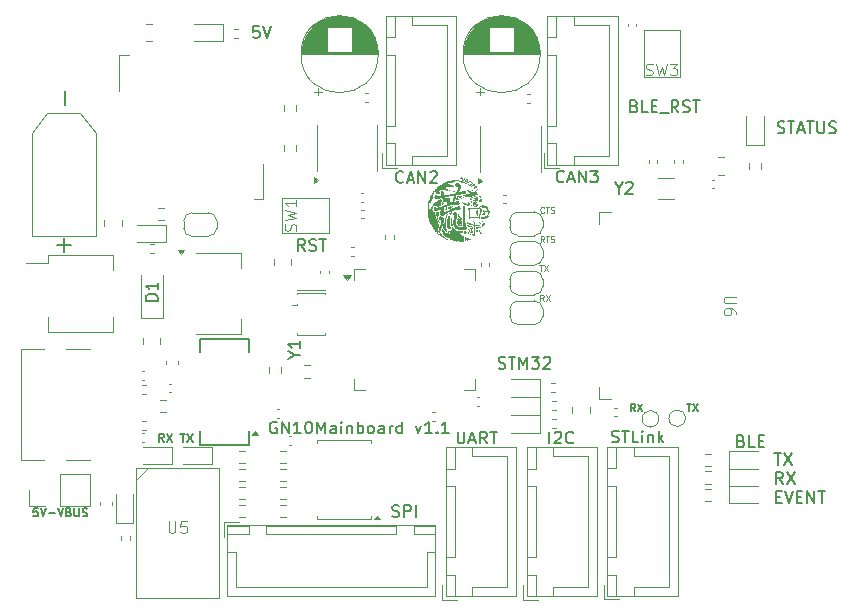
<source format=gbr>
%TF.GenerationSoftware,KiCad,Pcbnew,9.0.0*%
%TF.CreationDate,2025-04-02T22:54:00+09:00*%
%TF.ProjectId,GN10Mainboard,474e3130-4d61-4696-9e62-6f6172642e6b,rev?*%
%TF.SameCoordinates,Original*%
%TF.FileFunction,Legend,Top*%
%TF.FilePolarity,Positive*%
%FSLAX46Y46*%
G04 Gerber Fmt 4.6, Leading zero omitted, Abs format (unit mm)*
G04 Created by KiCad (PCBNEW 9.0.0) date 2025-04-02 22:54:00*
%MOMM*%
%LPD*%
G01*
G04 APERTURE LIST*
%ADD10C,0.125000*%
%ADD11C,0.200000*%
%ADD12C,0.160000*%
%ADD13C,0.150000*%
%ADD14C,0.170000*%
%ADD15C,0.100000*%
%ADD16C,0.120000*%
%ADD17C,0.000000*%
G04 APERTURE END LIST*
D10*
X174352797Y-119604709D02*
X174186131Y-119366614D01*
X174067083Y-119604709D02*
X174067083Y-119104709D01*
X174067083Y-119104709D02*
X174257559Y-119104709D01*
X174257559Y-119104709D02*
X174305178Y-119128519D01*
X174305178Y-119128519D02*
X174328988Y-119152328D01*
X174328988Y-119152328D02*
X174352797Y-119199947D01*
X174352797Y-119199947D02*
X174352797Y-119271376D01*
X174352797Y-119271376D02*
X174328988Y-119318995D01*
X174328988Y-119318995D02*
X174305178Y-119342804D01*
X174305178Y-119342804D02*
X174257559Y-119366614D01*
X174257559Y-119366614D02*
X174067083Y-119366614D01*
X174495655Y-119104709D02*
X174781369Y-119104709D01*
X174638512Y-119604709D02*
X174638512Y-119104709D01*
X174924226Y-119580900D02*
X174995654Y-119604709D01*
X174995654Y-119604709D02*
X175114702Y-119604709D01*
X175114702Y-119604709D02*
X175162321Y-119580900D01*
X175162321Y-119580900D02*
X175186130Y-119557090D01*
X175186130Y-119557090D02*
X175209940Y-119509471D01*
X175209940Y-119509471D02*
X175209940Y-119461852D01*
X175209940Y-119461852D02*
X175186130Y-119414233D01*
X175186130Y-119414233D02*
X175162321Y-119390423D01*
X175162321Y-119390423D02*
X175114702Y-119366614D01*
X175114702Y-119366614D02*
X175019464Y-119342804D01*
X175019464Y-119342804D02*
X174971845Y-119318995D01*
X174971845Y-119318995D02*
X174948035Y-119295185D01*
X174948035Y-119295185D02*
X174924226Y-119247566D01*
X174924226Y-119247566D02*
X174924226Y-119199947D01*
X174924226Y-119199947D02*
X174948035Y-119152328D01*
X174948035Y-119152328D02*
X174971845Y-119128519D01*
X174971845Y-119128519D02*
X175019464Y-119104709D01*
X175019464Y-119104709D02*
X175138511Y-119104709D01*
X175138511Y-119104709D02*
X175209940Y-119128519D01*
D11*
X170504854Y-130287000D02*
X170647711Y-130334619D01*
X170647711Y-130334619D02*
X170885806Y-130334619D01*
X170885806Y-130334619D02*
X170981044Y-130287000D01*
X170981044Y-130287000D02*
X171028663Y-130239380D01*
X171028663Y-130239380D02*
X171076282Y-130144142D01*
X171076282Y-130144142D02*
X171076282Y-130048904D01*
X171076282Y-130048904D02*
X171028663Y-129953666D01*
X171028663Y-129953666D02*
X170981044Y-129906047D01*
X170981044Y-129906047D02*
X170885806Y-129858428D01*
X170885806Y-129858428D02*
X170695330Y-129810809D01*
X170695330Y-129810809D02*
X170600092Y-129763190D01*
X170600092Y-129763190D02*
X170552473Y-129715571D01*
X170552473Y-129715571D02*
X170504854Y-129620333D01*
X170504854Y-129620333D02*
X170504854Y-129525095D01*
X170504854Y-129525095D02*
X170552473Y-129429857D01*
X170552473Y-129429857D02*
X170600092Y-129382238D01*
X170600092Y-129382238D02*
X170695330Y-129334619D01*
X170695330Y-129334619D02*
X170933425Y-129334619D01*
X170933425Y-129334619D02*
X171076282Y-129382238D01*
X171361997Y-129334619D02*
X171933425Y-129334619D01*
X171647711Y-130334619D02*
X171647711Y-129334619D01*
X172266759Y-130334619D02*
X172266759Y-129334619D01*
X172266759Y-129334619D02*
X172600092Y-130048904D01*
X172600092Y-130048904D02*
X172933425Y-129334619D01*
X172933425Y-129334619D02*
X172933425Y-130334619D01*
X173314378Y-129334619D02*
X173933425Y-129334619D01*
X173933425Y-129334619D02*
X173600092Y-129715571D01*
X173600092Y-129715571D02*
X173742949Y-129715571D01*
X173742949Y-129715571D02*
X173838187Y-129763190D01*
X173838187Y-129763190D02*
X173885806Y-129810809D01*
X173885806Y-129810809D02*
X173933425Y-129906047D01*
X173933425Y-129906047D02*
X173933425Y-130144142D01*
X173933425Y-130144142D02*
X173885806Y-130239380D01*
X173885806Y-130239380D02*
X173838187Y-130287000D01*
X173838187Y-130287000D02*
X173742949Y-130334619D01*
X173742949Y-130334619D02*
X173457235Y-130334619D01*
X173457235Y-130334619D02*
X173361997Y-130287000D01*
X173361997Y-130287000D02*
X173314378Y-130239380D01*
X174314378Y-129429857D02*
X174361997Y-129382238D01*
X174361997Y-129382238D02*
X174457235Y-129334619D01*
X174457235Y-129334619D02*
X174695330Y-129334619D01*
X174695330Y-129334619D02*
X174790568Y-129382238D01*
X174790568Y-129382238D02*
X174838187Y-129429857D01*
X174838187Y-129429857D02*
X174885806Y-129525095D01*
X174885806Y-129525095D02*
X174885806Y-129620333D01*
X174885806Y-129620333D02*
X174838187Y-129763190D01*
X174838187Y-129763190D02*
X174266759Y-130334619D01*
X174266759Y-130334619D02*
X174885806Y-130334619D01*
X194126854Y-110348000D02*
X194269711Y-110395619D01*
X194269711Y-110395619D02*
X194507806Y-110395619D01*
X194507806Y-110395619D02*
X194603044Y-110348000D01*
X194603044Y-110348000D02*
X194650663Y-110300380D01*
X194650663Y-110300380D02*
X194698282Y-110205142D01*
X194698282Y-110205142D02*
X194698282Y-110109904D01*
X194698282Y-110109904D02*
X194650663Y-110014666D01*
X194650663Y-110014666D02*
X194603044Y-109967047D01*
X194603044Y-109967047D02*
X194507806Y-109919428D01*
X194507806Y-109919428D02*
X194317330Y-109871809D01*
X194317330Y-109871809D02*
X194222092Y-109824190D01*
X194222092Y-109824190D02*
X194174473Y-109776571D01*
X194174473Y-109776571D02*
X194126854Y-109681333D01*
X194126854Y-109681333D02*
X194126854Y-109586095D01*
X194126854Y-109586095D02*
X194174473Y-109490857D01*
X194174473Y-109490857D02*
X194222092Y-109443238D01*
X194222092Y-109443238D02*
X194317330Y-109395619D01*
X194317330Y-109395619D02*
X194555425Y-109395619D01*
X194555425Y-109395619D02*
X194698282Y-109443238D01*
X194983997Y-109395619D02*
X195555425Y-109395619D01*
X195269711Y-110395619D02*
X195269711Y-109395619D01*
X195841140Y-110109904D02*
X196317330Y-110109904D01*
X195745902Y-110395619D02*
X196079235Y-109395619D01*
X196079235Y-109395619D02*
X196412568Y-110395619D01*
X196603045Y-109395619D02*
X197174473Y-109395619D01*
X196888759Y-110395619D02*
X196888759Y-109395619D01*
X197507807Y-109395619D02*
X197507807Y-110205142D01*
X197507807Y-110205142D02*
X197555426Y-110300380D01*
X197555426Y-110300380D02*
X197603045Y-110348000D01*
X197603045Y-110348000D02*
X197698283Y-110395619D01*
X197698283Y-110395619D02*
X197888759Y-110395619D01*
X197888759Y-110395619D02*
X197983997Y-110348000D01*
X197983997Y-110348000D02*
X198031616Y-110300380D01*
X198031616Y-110300380D02*
X198079235Y-110205142D01*
X198079235Y-110205142D02*
X198079235Y-109395619D01*
X198507807Y-110348000D02*
X198650664Y-110395619D01*
X198650664Y-110395619D02*
X198888759Y-110395619D01*
X198888759Y-110395619D02*
X198983997Y-110348000D01*
X198983997Y-110348000D02*
X199031616Y-110300380D01*
X199031616Y-110300380D02*
X199079235Y-110205142D01*
X199079235Y-110205142D02*
X199079235Y-110109904D01*
X199079235Y-110109904D02*
X199031616Y-110014666D01*
X199031616Y-110014666D02*
X198983997Y-109967047D01*
X198983997Y-109967047D02*
X198888759Y-109919428D01*
X198888759Y-109919428D02*
X198698283Y-109871809D01*
X198698283Y-109871809D02*
X198603045Y-109824190D01*
X198603045Y-109824190D02*
X198555426Y-109776571D01*
X198555426Y-109776571D02*
X198507807Y-109681333D01*
X198507807Y-109681333D02*
X198507807Y-109586095D01*
X198507807Y-109586095D02*
X198555426Y-109490857D01*
X198555426Y-109490857D02*
X198603045Y-109443238D01*
X198603045Y-109443238D02*
X198698283Y-109395619D01*
X198698283Y-109395619D02*
X198936378Y-109395619D01*
X198936378Y-109395619D02*
X199079235Y-109443238D01*
D12*
X131494263Y-142144813D02*
X131160929Y-142144813D01*
X131160929Y-142144813D02*
X131127596Y-142478146D01*
X131127596Y-142478146D02*
X131160929Y-142444813D01*
X131160929Y-142444813D02*
X131227596Y-142411480D01*
X131227596Y-142411480D02*
X131394263Y-142411480D01*
X131394263Y-142411480D02*
X131460929Y-142444813D01*
X131460929Y-142444813D02*
X131494263Y-142478146D01*
X131494263Y-142478146D02*
X131527596Y-142544813D01*
X131527596Y-142544813D02*
X131527596Y-142711480D01*
X131527596Y-142711480D02*
X131494263Y-142778146D01*
X131494263Y-142778146D02*
X131460929Y-142811480D01*
X131460929Y-142811480D02*
X131394263Y-142844813D01*
X131394263Y-142844813D02*
X131227596Y-142844813D01*
X131227596Y-142844813D02*
X131160929Y-142811480D01*
X131160929Y-142811480D02*
X131127596Y-142778146D01*
X131727596Y-142144813D02*
X131960930Y-142844813D01*
X131960930Y-142844813D02*
X132194263Y-142144813D01*
X132427596Y-142578146D02*
X132960930Y-142578146D01*
X133194263Y-142144813D02*
X133427597Y-142844813D01*
X133427597Y-142844813D02*
X133660930Y-142144813D01*
X134127597Y-142478146D02*
X134227597Y-142511480D01*
X134227597Y-142511480D02*
X134260930Y-142544813D01*
X134260930Y-142544813D02*
X134294263Y-142611480D01*
X134294263Y-142611480D02*
X134294263Y-142711480D01*
X134294263Y-142711480D02*
X134260930Y-142778146D01*
X134260930Y-142778146D02*
X134227597Y-142811480D01*
X134227597Y-142811480D02*
X134160930Y-142844813D01*
X134160930Y-142844813D02*
X133894263Y-142844813D01*
X133894263Y-142844813D02*
X133894263Y-142144813D01*
X133894263Y-142144813D02*
X134127597Y-142144813D01*
X134127597Y-142144813D02*
X134194263Y-142178146D01*
X134194263Y-142178146D02*
X134227597Y-142211480D01*
X134227597Y-142211480D02*
X134260930Y-142278146D01*
X134260930Y-142278146D02*
X134260930Y-142344813D01*
X134260930Y-142344813D02*
X134227597Y-142411480D01*
X134227597Y-142411480D02*
X134194263Y-142444813D01*
X134194263Y-142444813D02*
X134127597Y-142478146D01*
X134127597Y-142478146D02*
X133894263Y-142478146D01*
X134594263Y-142144813D02*
X134594263Y-142711480D01*
X134594263Y-142711480D02*
X134627597Y-142778146D01*
X134627597Y-142778146D02*
X134660930Y-142811480D01*
X134660930Y-142811480D02*
X134727597Y-142844813D01*
X134727597Y-142844813D02*
X134860930Y-142844813D01*
X134860930Y-142844813D02*
X134927597Y-142811480D01*
X134927597Y-142811480D02*
X134960930Y-142778146D01*
X134960930Y-142778146D02*
X134994263Y-142711480D01*
X134994263Y-142711480D02*
X134994263Y-142144813D01*
X135294263Y-142811480D02*
X135394263Y-142844813D01*
X135394263Y-142844813D02*
X135560930Y-142844813D01*
X135560930Y-142844813D02*
X135627596Y-142811480D01*
X135627596Y-142811480D02*
X135660930Y-142778146D01*
X135660930Y-142778146D02*
X135694263Y-142711480D01*
X135694263Y-142711480D02*
X135694263Y-142644813D01*
X135694263Y-142644813D02*
X135660930Y-142578146D01*
X135660930Y-142578146D02*
X135627596Y-142544813D01*
X135627596Y-142544813D02*
X135560930Y-142511480D01*
X135560930Y-142511480D02*
X135427596Y-142478146D01*
X135427596Y-142478146D02*
X135360930Y-142444813D01*
X135360930Y-142444813D02*
X135327596Y-142411480D01*
X135327596Y-142411480D02*
X135294263Y-142344813D01*
X135294263Y-142344813D02*
X135294263Y-142278146D01*
X135294263Y-142278146D02*
X135327596Y-142211480D01*
X135327596Y-142211480D02*
X135360930Y-142178146D01*
X135360930Y-142178146D02*
X135427596Y-142144813D01*
X135427596Y-142144813D02*
X135594263Y-142144813D01*
X135594263Y-142144813D02*
X135694263Y-142178146D01*
D13*
X186467626Y-133342171D02*
X186810484Y-133342171D01*
X186639055Y-133942171D02*
X186639055Y-133342171D01*
X186953341Y-133342171D02*
X187353341Y-133942171D01*
X187353341Y-133342171D02*
X186953341Y-133942171D01*
D11*
X150233863Y-101331219D02*
X149757673Y-101331219D01*
X149757673Y-101331219D02*
X149710054Y-101807409D01*
X149710054Y-101807409D02*
X149757673Y-101759790D01*
X149757673Y-101759790D02*
X149852911Y-101712171D01*
X149852911Y-101712171D02*
X150091006Y-101712171D01*
X150091006Y-101712171D02*
X150186244Y-101759790D01*
X150186244Y-101759790D02*
X150233863Y-101807409D01*
X150233863Y-101807409D02*
X150281482Y-101902647D01*
X150281482Y-101902647D02*
X150281482Y-102140742D01*
X150281482Y-102140742D02*
X150233863Y-102235980D01*
X150233863Y-102235980D02*
X150186244Y-102283600D01*
X150186244Y-102283600D02*
X150091006Y-102331219D01*
X150091006Y-102331219D02*
X149852911Y-102331219D01*
X149852911Y-102331219D02*
X149757673Y-102283600D01*
X149757673Y-102283600D02*
X149710054Y-102235980D01*
X150567197Y-101331219D02*
X150900530Y-102331219D01*
X150900530Y-102331219D02*
X151233863Y-101331219D01*
X193853816Y-137468531D02*
X194425244Y-137468531D01*
X194139530Y-138468531D02*
X194139530Y-137468531D01*
X194663340Y-137468531D02*
X195330006Y-138468531D01*
X195330006Y-137468531D02*
X194663340Y-138468531D01*
X194568101Y-140078475D02*
X194234768Y-139602284D01*
X193996673Y-140078475D02*
X193996673Y-139078475D01*
X193996673Y-139078475D02*
X194377625Y-139078475D01*
X194377625Y-139078475D02*
X194472863Y-139126094D01*
X194472863Y-139126094D02*
X194520482Y-139173713D01*
X194520482Y-139173713D02*
X194568101Y-139268951D01*
X194568101Y-139268951D02*
X194568101Y-139411808D01*
X194568101Y-139411808D02*
X194520482Y-139507046D01*
X194520482Y-139507046D02*
X194472863Y-139554665D01*
X194472863Y-139554665D02*
X194377625Y-139602284D01*
X194377625Y-139602284D02*
X193996673Y-139602284D01*
X194901435Y-139078475D02*
X195568101Y-140078475D01*
X195568101Y-139078475D02*
X194901435Y-140078475D01*
X193996673Y-141164609D02*
X194330006Y-141164609D01*
X194472863Y-141688419D02*
X193996673Y-141688419D01*
X193996673Y-141688419D02*
X193996673Y-140688419D01*
X193996673Y-140688419D02*
X194472863Y-140688419D01*
X194758578Y-140688419D02*
X195091911Y-141688419D01*
X195091911Y-141688419D02*
X195425244Y-140688419D01*
X195758578Y-141164609D02*
X196091911Y-141164609D01*
X196234768Y-141688419D02*
X195758578Y-141688419D01*
X195758578Y-141688419D02*
X195758578Y-140688419D01*
X195758578Y-140688419D02*
X196234768Y-140688419D01*
X196663340Y-141688419D02*
X196663340Y-140688419D01*
X196663340Y-140688419D02*
X197234768Y-141688419D01*
X197234768Y-141688419D02*
X197234768Y-140688419D01*
X197568102Y-140688419D02*
X198139530Y-140688419D01*
X197853816Y-141688419D02*
X197853816Y-140688419D01*
X182011006Y-108093809D02*
X182153863Y-108141428D01*
X182153863Y-108141428D02*
X182201482Y-108189047D01*
X182201482Y-108189047D02*
X182249101Y-108284285D01*
X182249101Y-108284285D02*
X182249101Y-108427142D01*
X182249101Y-108427142D02*
X182201482Y-108522380D01*
X182201482Y-108522380D02*
X182153863Y-108570000D01*
X182153863Y-108570000D02*
X182058625Y-108617619D01*
X182058625Y-108617619D02*
X181677673Y-108617619D01*
X181677673Y-108617619D02*
X181677673Y-107617619D01*
X181677673Y-107617619D02*
X182011006Y-107617619D01*
X182011006Y-107617619D02*
X182106244Y-107665238D01*
X182106244Y-107665238D02*
X182153863Y-107712857D01*
X182153863Y-107712857D02*
X182201482Y-107808095D01*
X182201482Y-107808095D02*
X182201482Y-107903333D01*
X182201482Y-107903333D02*
X182153863Y-107998571D01*
X182153863Y-107998571D02*
X182106244Y-108046190D01*
X182106244Y-108046190D02*
X182011006Y-108093809D01*
X182011006Y-108093809D02*
X181677673Y-108093809D01*
X183153863Y-108617619D02*
X182677673Y-108617619D01*
X182677673Y-108617619D02*
X182677673Y-107617619D01*
X183487197Y-108093809D02*
X183820530Y-108093809D01*
X183963387Y-108617619D02*
X183487197Y-108617619D01*
X183487197Y-108617619D02*
X183487197Y-107617619D01*
X183487197Y-107617619D02*
X183963387Y-107617619D01*
X184153864Y-108712857D02*
X184915768Y-108712857D01*
X185725292Y-108617619D02*
X185391959Y-108141428D01*
X185153864Y-108617619D02*
X185153864Y-107617619D01*
X185153864Y-107617619D02*
X185534816Y-107617619D01*
X185534816Y-107617619D02*
X185630054Y-107665238D01*
X185630054Y-107665238D02*
X185677673Y-107712857D01*
X185677673Y-107712857D02*
X185725292Y-107808095D01*
X185725292Y-107808095D02*
X185725292Y-107950952D01*
X185725292Y-107950952D02*
X185677673Y-108046190D01*
X185677673Y-108046190D02*
X185630054Y-108093809D01*
X185630054Y-108093809D02*
X185534816Y-108141428D01*
X185534816Y-108141428D02*
X185153864Y-108141428D01*
X186106245Y-108570000D02*
X186249102Y-108617619D01*
X186249102Y-108617619D02*
X186487197Y-108617619D01*
X186487197Y-108617619D02*
X186582435Y-108570000D01*
X186582435Y-108570000D02*
X186630054Y-108522380D01*
X186630054Y-108522380D02*
X186677673Y-108427142D01*
X186677673Y-108427142D02*
X186677673Y-108331904D01*
X186677673Y-108331904D02*
X186630054Y-108236666D01*
X186630054Y-108236666D02*
X186582435Y-108189047D01*
X186582435Y-108189047D02*
X186487197Y-108141428D01*
X186487197Y-108141428D02*
X186296721Y-108093809D01*
X186296721Y-108093809D02*
X186201483Y-108046190D01*
X186201483Y-108046190D02*
X186153864Y-107998571D01*
X186153864Y-107998571D02*
X186106245Y-107903333D01*
X186106245Y-107903333D02*
X186106245Y-107808095D01*
X186106245Y-107808095D02*
X186153864Y-107712857D01*
X186153864Y-107712857D02*
X186201483Y-107665238D01*
X186201483Y-107665238D02*
X186296721Y-107617619D01*
X186296721Y-107617619D02*
X186534816Y-107617619D01*
X186534816Y-107617619D02*
X186677673Y-107665238D01*
X186963388Y-107617619D02*
X187534816Y-107617619D01*
X187249102Y-108617619D02*
X187249102Y-107617619D01*
X151721482Y-134868638D02*
X151626244Y-134821019D01*
X151626244Y-134821019D02*
X151483387Y-134821019D01*
X151483387Y-134821019D02*
X151340530Y-134868638D01*
X151340530Y-134868638D02*
X151245292Y-134963876D01*
X151245292Y-134963876D02*
X151197673Y-135059114D01*
X151197673Y-135059114D02*
X151150054Y-135249590D01*
X151150054Y-135249590D02*
X151150054Y-135392447D01*
X151150054Y-135392447D02*
X151197673Y-135582923D01*
X151197673Y-135582923D02*
X151245292Y-135678161D01*
X151245292Y-135678161D02*
X151340530Y-135773400D01*
X151340530Y-135773400D02*
X151483387Y-135821019D01*
X151483387Y-135821019D02*
X151578625Y-135821019D01*
X151578625Y-135821019D02*
X151721482Y-135773400D01*
X151721482Y-135773400D02*
X151769101Y-135725780D01*
X151769101Y-135725780D02*
X151769101Y-135392447D01*
X151769101Y-135392447D02*
X151578625Y-135392447D01*
X152197673Y-135821019D02*
X152197673Y-134821019D01*
X152197673Y-134821019D02*
X152769101Y-135821019D01*
X152769101Y-135821019D02*
X152769101Y-134821019D01*
X153769101Y-135821019D02*
X153197673Y-135821019D01*
X153483387Y-135821019D02*
X153483387Y-134821019D01*
X153483387Y-134821019D02*
X153388149Y-134963876D01*
X153388149Y-134963876D02*
X153292911Y-135059114D01*
X153292911Y-135059114D02*
X153197673Y-135106733D01*
X154388149Y-134821019D02*
X154483387Y-134821019D01*
X154483387Y-134821019D02*
X154578625Y-134868638D01*
X154578625Y-134868638D02*
X154626244Y-134916257D01*
X154626244Y-134916257D02*
X154673863Y-135011495D01*
X154673863Y-135011495D02*
X154721482Y-135201971D01*
X154721482Y-135201971D02*
X154721482Y-135440066D01*
X154721482Y-135440066D02*
X154673863Y-135630542D01*
X154673863Y-135630542D02*
X154626244Y-135725780D01*
X154626244Y-135725780D02*
X154578625Y-135773400D01*
X154578625Y-135773400D02*
X154483387Y-135821019D01*
X154483387Y-135821019D02*
X154388149Y-135821019D01*
X154388149Y-135821019D02*
X154292911Y-135773400D01*
X154292911Y-135773400D02*
X154245292Y-135725780D01*
X154245292Y-135725780D02*
X154197673Y-135630542D01*
X154197673Y-135630542D02*
X154150054Y-135440066D01*
X154150054Y-135440066D02*
X154150054Y-135201971D01*
X154150054Y-135201971D02*
X154197673Y-135011495D01*
X154197673Y-135011495D02*
X154245292Y-134916257D01*
X154245292Y-134916257D02*
X154292911Y-134868638D01*
X154292911Y-134868638D02*
X154388149Y-134821019D01*
X155150054Y-135821019D02*
X155150054Y-134821019D01*
X155150054Y-134821019D02*
X155483387Y-135535304D01*
X155483387Y-135535304D02*
X155816720Y-134821019D01*
X155816720Y-134821019D02*
X155816720Y-135821019D01*
X156721482Y-135821019D02*
X156721482Y-135297209D01*
X156721482Y-135297209D02*
X156673863Y-135201971D01*
X156673863Y-135201971D02*
X156578625Y-135154352D01*
X156578625Y-135154352D02*
X156388149Y-135154352D01*
X156388149Y-135154352D02*
X156292911Y-135201971D01*
X156721482Y-135773400D02*
X156626244Y-135821019D01*
X156626244Y-135821019D02*
X156388149Y-135821019D01*
X156388149Y-135821019D02*
X156292911Y-135773400D01*
X156292911Y-135773400D02*
X156245292Y-135678161D01*
X156245292Y-135678161D02*
X156245292Y-135582923D01*
X156245292Y-135582923D02*
X156292911Y-135487685D01*
X156292911Y-135487685D02*
X156388149Y-135440066D01*
X156388149Y-135440066D02*
X156626244Y-135440066D01*
X156626244Y-135440066D02*
X156721482Y-135392447D01*
X157197673Y-135821019D02*
X157197673Y-135154352D01*
X157197673Y-134821019D02*
X157150054Y-134868638D01*
X157150054Y-134868638D02*
X157197673Y-134916257D01*
X157197673Y-134916257D02*
X157245292Y-134868638D01*
X157245292Y-134868638D02*
X157197673Y-134821019D01*
X157197673Y-134821019D02*
X157197673Y-134916257D01*
X157673863Y-135154352D02*
X157673863Y-135821019D01*
X157673863Y-135249590D02*
X157721482Y-135201971D01*
X157721482Y-135201971D02*
X157816720Y-135154352D01*
X157816720Y-135154352D02*
X157959577Y-135154352D01*
X157959577Y-135154352D02*
X158054815Y-135201971D01*
X158054815Y-135201971D02*
X158102434Y-135297209D01*
X158102434Y-135297209D02*
X158102434Y-135821019D01*
X158578625Y-135821019D02*
X158578625Y-134821019D01*
X158578625Y-135201971D02*
X158673863Y-135154352D01*
X158673863Y-135154352D02*
X158864339Y-135154352D01*
X158864339Y-135154352D02*
X158959577Y-135201971D01*
X158959577Y-135201971D02*
X159007196Y-135249590D01*
X159007196Y-135249590D02*
X159054815Y-135344828D01*
X159054815Y-135344828D02*
X159054815Y-135630542D01*
X159054815Y-135630542D02*
X159007196Y-135725780D01*
X159007196Y-135725780D02*
X158959577Y-135773400D01*
X158959577Y-135773400D02*
X158864339Y-135821019D01*
X158864339Y-135821019D02*
X158673863Y-135821019D01*
X158673863Y-135821019D02*
X158578625Y-135773400D01*
X159626244Y-135821019D02*
X159531006Y-135773400D01*
X159531006Y-135773400D02*
X159483387Y-135725780D01*
X159483387Y-135725780D02*
X159435768Y-135630542D01*
X159435768Y-135630542D02*
X159435768Y-135344828D01*
X159435768Y-135344828D02*
X159483387Y-135249590D01*
X159483387Y-135249590D02*
X159531006Y-135201971D01*
X159531006Y-135201971D02*
X159626244Y-135154352D01*
X159626244Y-135154352D02*
X159769101Y-135154352D01*
X159769101Y-135154352D02*
X159864339Y-135201971D01*
X159864339Y-135201971D02*
X159911958Y-135249590D01*
X159911958Y-135249590D02*
X159959577Y-135344828D01*
X159959577Y-135344828D02*
X159959577Y-135630542D01*
X159959577Y-135630542D02*
X159911958Y-135725780D01*
X159911958Y-135725780D02*
X159864339Y-135773400D01*
X159864339Y-135773400D02*
X159769101Y-135821019D01*
X159769101Y-135821019D02*
X159626244Y-135821019D01*
X160816720Y-135821019D02*
X160816720Y-135297209D01*
X160816720Y-135297209D02*
X160769101Y-135201971D01*
X160769101Y-135201971D02*
X160673863Y-135154352D01*
X160673863Y-135154352D02*
X160483387Y-135154352D01*
X160483387Y-135154352D02*
X160388149Y-135201971D01*
X160816720Y-135773400D02*
X160721482Y-135821019D01*
X160721482Y-135821019D02*
X160483387Y-135821019D01*
X160483387Y-135821019D02*
X160388149Y-135773400D01*
X160388149Y-135773400D02*
X160340530Y-135678161D01*
X160340530Y-135678161D02*
X160340530Y-135582923D01*
X160340530Y-135582923D02*
X160388149Y-135487685D01*
X160388149Y-135487685D02*
X160483387Y-135440066D01*
X160483387Y-135440066D02*
X160721482Y-135440066D01*
X160721482Y-135440066D02*
X160816720Y-135392447D01*
X161292911Y-135821019D02*
X161292911Y-135154352D01*
X161292911Y-135344828D02*
X161340530Y-135249590D01*
X161340530Y-135249590D02*
X161388149Y-135201971D01*
X161388149Y-135201971D02*
X161483387Y-135154352D01*
X161483387Y-135154352D02*
X161578625Y-135154352D01*
X162340530Y-135821019D02*
X162340530Y-134821019D01*
X162340530Y-135773400D02*
X162245292Y-135821019D01*
X162245292Y-135821019D02*
X162054816Y-135821019D01*
X162054816Y-135821019D02*
X161959578Y-135773400D01*
X161959578Y-135773400D02*
X161911959Y-135725780D01*
X161911959Y-135725780D02*
X161864340Y-135630542D01*
X161864340Y-135630542D02*
X161864340Y-135344828D01*
X161864340Y-135344828D02*
X161911959Y-135249590D01*
X161911959Y-135249590D02*
X161959578Y-135201971D01*
X161959578Y-135201971D02*
X162054816Y-135154352D01*
X162054816Y-135154352D02*
X162245292Y-135154352D01*
X162245292Y-135154352D02*
X162340530Y-135201971D01*
X163483388Y-135154352D02*
X163721483Y-135821019D01*
X163721483Y-135821019D02*
X163959578Y-135154352D01*
X164864340Y-135821019D02*
X164292912Y-135821019D01*
X164578626Y-135821019D02*
X164578626Y-134821019D01*
X164578626Y-134821019D02*
X164483388Y-134963876D01*
X164483388Y-134963876D02*
X164388150Y-135059114D01*
X164388150Y-135059114D02*
X164292912Y-135106733D01*
X165292912Y-135725780D02*
X165340531Y-135773400D01*
X165340531Y-135773400D02*
X165292912Y-135821019D01*
X165292912Y-135821019D02*
X165245293Y-135773400D01*
X165245293Y-135773400D02*
X165292912Y-135725780D01*
X165292912Y-135725780D02*
X165292912Y-135821019D01*
X166292911Y-135821019D02*
X165721483Y-135821019D01*
X166007197Y-135821019D02*
X166007197Y-134821019D01*
X166007197Y-134821019D02*
X165911959Y-134963876D01*
X165911959Y-134963876D02*
X165816721Y-135059114D01*
X165816721Y-135059114D02*
X165721483Y-135106733D01*
D10*
X174352797Y-117093290D02*
X174328988Y-117117100D01*
X174328988Y-117117100D02*
X174257559Y-117140909D01*
X174257559Y-117140909D02*
X174209940Y-117140909D01*
X174209940Y-117140909D02*
X174138512Y-117117100D01*
X174138512Y-117117100D02*
X174090893Y-117069480D01*
X174090893Y-117069480D02*
X174067083Y-117021861D01*
X174067083Y-117021861D02*
X174043274Y-116926623D01*
X174043274Y-116926623D02*
X174043274Y-116855195D01*
X174043274Y-116855195D02*
X174067083Y-116759957D01*
X174067083Y-116759957D02*
X174090893Y-116712338D01*
X174090893Y-116712338D02*
X174138512Y-116664719D01*
X174138512Y-116664719D02*
X174209940Y-116640909D01*
X174209940Y-116640909D02*
X174257559Y-116640909D01*
X174257559Y-116640909D02*
X174328988Y-116664719D01*
X174328988Y-116664719D02*
X174352797Y-116688528D01*
X174495655Y-116640909D02*
X174781369Y-116640909D01*
X174638512Y-117140909D02*
X174638512Y-116640909D01*
X174924226Y-117117100D02*
X174995654Y-117140909D01*
X174995654Y-117140909D02*
X175114702Y-117140909D01*
X175114702Y-117140909D02*
X175162321Y-117117100D01*
X175162321Y-117117100D02*
X175186130Y-117093290D01*
X175186130Y-117093290D02*
X175209940Y-117045671D01*
X175209940Y-117045671D02*
X175209940Y-116998052D01*
X175209940Y-116998052D02*
X175186130Y-116950433D01*
X175186130Y-116950433D02*
X175162321Y-116926623D01*
X175162321Y-116926623D02*
X175114702Y-116902814D01*
X175114702Y-116902814D02*
X175019464Y-116879004D01*
X175019464Y-116879004D02*
X174971845Y-116855195D01*
X174971845Y-116855195D02*
X174948035Y-116831385D01*
X174948035Y-116831385D02*
X174924226Y-116783766D01*
X174924226Y-116783766D02*
X174924226Y-116736147D01*
X174924226Y-116736147D02*
X174948035Y-116688528D01*
X174948035Y-116688528D02*
X174971845Y-116664719D01*
X174971845Y-116664719D02*
X175019464Y-116640909D01*
X175019464Y-116640909D02*
X175138511Y-116640909D01*
X175138511Y-116640909D02*
X175209940Y-116664719D01*
D11*
X162437101Y-114516780D02*
X162389482Y-114564400D01*
X162389482Y-114564400D02*
X162246625Y-114612019D01*
X162246625Y-114612019D02*
X162151387Y-114612019D01*
X162151387Y-114612019D02*
X162008530Y-114564400D01*
X162008530Y-114564400D02*
X161913292Y-114469161D01*
X161913292Y-114469161D02*
X161865673Y-114373923D01*
X161865673Y-114373923D02*
X161818054Y-114183447D01*
X161818054Y-114183447D02*
X161818054Y-114040590D01*
X161818054Y-114040590D02*
X161865673Y-113850114D01*
X161865673Y-113850114D02*
X161913292Y-113754876D01*
X161913292Y-113754876D02*
X162008530Y-113659638D01*
X162008530Y-113659638D02*
X162151387Y-113612019D01*
X162151387Y-113612019D02*
X162246625Y-113612019D01*
X162246625Y-113612019D02*
X162389482Y-113659638D01*
X162389482Y-113659638D02*
X162437101Y-113707257D01*
X162818054Y-114326304D02*
X163294244Y-114326304D01*
X162722816Y-114612019D02*
X163056149Y-113612019D01*
X163056149Y-113612019D02*
X163389482Y-114612019D01*
X163722816Y-114612019D02*
X163722816Y-113612019D01*
X163722816Y-113612019D02*
X164294244Y-114612019D01*
X164294244Y-114612019D02*
X164294244Y-113612019D01*
X164722816Y-113707257D02*
X164770435Y-113659638D01*
X164770435Y-113659638D02*
X164865673Y-113612019D01*
X164865673Y-113612019D02*
X165103768Y-113612019D01*
X165103768Y-113612019D02*
X165199006Y-113659638D01*
X165199006Y-113659638D02*
X165246625Y-113707257D01*
X165246625Y-113707257D02*
X165294244Y-113802495D01*
X165294244Y-113802495D02*
X165294244Y-113897733D01*
X165294244Y-113897733D02*
X165246625Y-114040590D01*
X165246625Y-114040590D02*
X164675197Y-114612019D01*
X164675197Y-114612019D02*
X165294244Y-114612019D01*
D10*
X173970255Y-121593909D02*
X174255969Y-121593909D01*
X174113112Y-122093909D02*
X174113112Y-121593909D01*
X174375016Y-121593909D02*
X174708349Y-122093909D01*
X174708349Y-121593909D02*
X174375016Y-122093909D01*
D11*
X191053406Y-136465609D02*
X191196263Y-136513228D01*
X191196263Y-136513228D02*
X191243882Y-136560847D01*
X191243882Y-136560847D02*
X191291501Y-136656085D01*
X191291501Y-136656085D02*
X191291501Y-136798942D01*
X191291501Y-136798942D02*
X191243882Y-136894180D01*
X191243882Y-136894180D02*
X191196263Y-136941800D01*
X191196263Y-136941800D02*
X191101025Y-136989419D01*
X191101025Y-136989419D02*
X190720073Y-136989419D01*
X190720073Y-136989419D02*
X190720073Y-135989419D01*
X190720073Y-135989419D02*
X191053406Y-135989419D01*
X191053406Y-135989419D02*
X191148644Y-136037038D01*
X191148644Y-136037038D02*
X191196263Y-136084657D01*
X191196263Y-136084657D02*
X191243882Y-136179895D01*
X191243882Y-136179895D02*
X191243882Y-136275133D01*
X191243882Y-136275133D02*
X191196263Y-136370371D01*
X191196263Y-136370371D02*
X191148644Y-136417990D01*
X191148644Y-136417990D02*
X191053406Y-136465609D01*
X191053406Y-136465609D02*
X190720073Y-136465609D01*
X192196263Y-136989419D02*
X191720073Y-136989419D01*
X191720073Y-136989419D02*
X191720073Y-135989419D01*
X192529597Y-136465609D02*
X192862930Y-136465609D01*
X193005787Y-136989419D02*
X192529597Y-136989419D01*
X192529597Y-136989419D02*
X192529597Y-135989419D01*
X192529597Y-135989419D02*
X193005787Y-135989419D01*
X161513254Y-142834600D02*
X161656111Y-142882219D01*
X161656111Y-142882219D02*
X161894206Y-142882219D01*
X161894206Y-142882219D02*
X161989444Y-142834600D01*
X161989444Y-142834600D02*
X162037063Y-142786980D01*
X162037063Y-142786980D02*
X162084682Y-142691742D01*
X162084682Y-142691742D02*
X162084682Y-142596504D01*
X162084682Y-142596504D02*
X162037063Y-142501266D01*
X162037063Y-142501266D02*
X161989444Y-142453647D01*
X161989444Y-142453647D02*
X161894206Y-142406028D01*
X161894206Y-142406028D02*
X161703730Y-142358409D01*
X161703730Y-142358409D02*
X161608492Y-142310790D01*
X161608492Y-142310790D02*
X161560873Y-142263171D01*
X161560873Y-142263171D02*
X161513254Y-142167933D01*
X161513254Y-142167933D02*
X161513254Y-142072695D01*
X161513254Y-142072695D02*
X161560873Y-141977457D01*
X161560873Y-141977457D02*
X161608492Y-141929838D01*
X161608492Y-141929838D02*
X161703730Y-141882219D01*
X161703730Y-141882219D02*
X161941825Y-141882219D01*
X161941825Y-141882219D02*
X162084682Y-141929838D01*
X162513254Y-142882219D02*
X162513254Y-141882219D01*
X162513254Y-141882219D02*
X162894206Y-141882219D01*
X162894206Y-141882219D02*
X162989444Y-141929838D01*
X162989444Y-141929838D02*
X163037063Y-141977457D01*
X163037063Y-141977457D02*
X163084682Y-142072695D01*
X163084682Y-142072695D02*
X163084682Y-142215552D01*
X163084682Y-142215552D02*
X163037063Y-142310790D01*
X163037063Y-142310790D02*
X162989444Y-142358409D01*
X162989444Y-142358409D02*
X162894206Y-142406028D01*
X162894206Y-142406028D02*
X162513254Y-142406028D01*
X163513254Y-142882219D02*
X163513254Y-141882219D01*
X180106054Y-136535400D02*
X180248911Y-136583019D01*
X180248911Y-136583019D02*
X180487006Y-136583019D01*
X180487006Y-136583019D02*
X180582244Y-136535400D01*
X180582244Y-136535400D02*
X180629863Y-136487780D01*
X180629863Y-136487780D02*
X180677482Y-136392542D01*
X180677482Y-136392542D02*
X180677482Y-136297304D01*
X180677482Y-136297304D02*
X180629863Y-136202066D01*
X180629863Y-136202066D02*
X180582244Y-136154447D01*
X180582244Y-136154447D02*
X180487006Y-136106828D01*
X180487006Y-136106828D02*
X180296530Y-136059209D01*
X180296530Y-136059209D02*
X180201292Y-136011590D01*
X180201292Y-136011590D02*
X180153673Y-135963971D01*
X180153673Y-135963971D02*
X180106054Y-135868733D01*
X180106054Y-135868733D02*
X180106054Y-135773495D01*
X180106054Y-135773495D02*
X180153673Y-135678257D01*
X180153673Y-135678257D02*
X180201292Y-135630638D01*
X180201292Y-135630638D02*
X180296530Y-135583019D01*
X180296530Y-135583019D02*
X180534625Y-135583019D01*
X180534625Y-135583019D02*
X180677482Y-135630638D01*
X180963197Y-135583019D02*
X181534625Y-135583019D01*
X181248911Y-136583019D02*
X181248911Y-135583019D01*
X182344149Y-136583019D02*
X181867959Y-136583019D01*
X181867959Y-136583019D02*
X181867959Y-135583019D01*
X182677483Y-136583019D02*
X182677483Y-135916352D01*
X182677483Y-135583019D02*
X182629864Y-135630638D01*
X182629864Y-135630638D02*
X182677483Y-135678257D01*
X182677483Y-135678257D02*
X182725102Y-135630638D01*
X182725102Y-135630638D02*
X182677483Y-135583019D01*
X182677483Y-135583019D02*
X182677483Y-135678257D01*
X183153673Y-135916352D02*
X183153673Y-136583019D01*
X183153673Y-136011590D02*
X183201292Y-135963971D01*
X183201292Y-135963971D02*
X183296530Y-135916352D01*
X183296530Y-135916352D02*
X183439387Y-135916352D01*
X183439387Y-135916352D02*
X183534625Y-135963971D01*
X183534625Y-135963971D02*
X183582244Y-136059209D01*
X183582244Y-136059209D02*
X183582244Y-136583019D01*
X184058435Y-136583019D02*
X184058435Y-135583019D01*
X184153673Y-136202066D02*
X184439387Y-136583019D01*
X184439387Y-135916352D02*
X184058435Y-136297304D01*
X154105901Y-120352419D02*
X153772568Y-119876228D01*
X153534473Y-120352419D02*
X153534473Y-119352419D01*
X153534473Y-119352419D02*
X153915425Y-119352419D01*
X153915425Y-119352419D02*
X154010663Y-119400038D01*
X154010663Y-119400038D02*
X154058282Y-119447657D01*
X154058282Y-119447657D02*
X154105901Y-119542895D01*
X154105901Y-119542895D02*
X154105901Y-119685752D01*
X154105901Y-119685752D02*
X154058282Y-119780990D01*
X154058282Y-119780990D02*
X154010663Y-119828609D01*
X154010663Y-119828609D02*
X153915425Y-119876228D01*
X153915425Y-119876228D02*
X153534473Y-119876228D01*
X154486854Y-120304800D02*
X154629711Y-120352419D01*
X154629711Y-120352419D02*
X154867806Y-120352419D01*
X154867806Y-120352419D02*
X154963044Y-120304800D01*
X154963044Y-120304800D02*
X155010663Y-120257180D01*
X155010663Y-120257180D02*
X155058282Y-120161942D01*
X155058282Y-120161942D02*
X155058282Y-120066704D01*
X155058282Y-120066704D02*
X155010663Y-119971466D01*
X155010663Y-119971466D02*
X154963044Y-119923847D01*
X154963044Y-119923847D02*
X154867806Y-119876228D01*
X154867806Y-119876228D02*
X154677330Y-119828609D01*
X154677330Y-119828609D02*
X154582092Y-119780990D01*
X154582092Y-119780990D02*
X154534473Y-119733371D01*
X154534473Y-119733371D02*
X154486854Y-119638133D01*
X154486854Y-119638133D02*
X154486854Y-119542895D01*
X154486854Y-119542895D02*
X154534473Y-119447657D01*
X154534473Y-119447657D02*
X154582092Y-119400038D01*
X154582092Y-119400038D02*
X154677330Y-119352419D01*
X154677330Y-119352419D02*
X154915425Y-119352419D01*
X154915425Y-119352419D02*
X155058282Y-119400038D01*
X155343997Y-119352419D02*
X155915425Y-119352419D01*
X155629711Y-120352419D02*
X155629711Y-119352419D01*
X174819673Y-136659219D02*
X174819673Y-135659219D01*
X175248244Y-135754457D02*
X175295863Y-135706838D01*
X175295863Y-135706838D02*
X175391101Y-135659219D01*
X175391101Y-135659219D02*
X175629196Y-135659219D01*
X175629196Y-135659219D02*
X175724434Y-135706838D01*
X175724434Y-135706838D02*
X175772053Y-135754457D01*
X175772053Y-135754457D02*
X175819672Y-135849695D01*
X175819672Y-135849695D02*
X175819672Y-135944933D01*
X175819672Y-135944933D02*
X175772053Y-136087790D01*
X175772053Y-136087790D02*
X175200625Y-136659219D01*
X175200625Y-136659219D02*
X175819672Y-136659219D01*
X176819672Y-136563980D02*
X176772053Y-136611600D01*
X176772053Y-136611600D02*
X176629196Y-136659219D01*
X176629196Y-136659219D02*
X176533958Y-136659219D01*
X176533958Y-136659219D02*
X176391101Y-136611600D01*
X176391101Y-136611600D02*
X176295863Y-136516361D01*
X176295863Y-136516361D02*
X176248244Y-136421123D01*
X176248244Y-136421123D02*
X176200625Y-136230647D01*
X176200625Y-136230647D02*
X176200625Y-136087790D01*
X176200625Y-136087790D02*
X176248244Y-135897314D01*
X176248244Y-135897314D02*
X176295863Y-135802076D01*
X176295863Y-135802076D02*
X176391101Y-135706838D01*
X176391101Y-135706838D02*
X176533958Y-135659219D01*
X176533958Y-135659219D02*
X176629196Y-135659219D01*
X176629196Y-135659219D02*
X176772053Y-135706838D01*
X176772053Y-135706838D02*
X176819672Y-135754457D01*
D13*
X182083398Y-133916771D02*
X181883398Y-133631057D01*
X181740541Y-133916771D02*
X181740541Y-133316771D01*
X181740541Y-133316771D02*
X181969112Y-133316771D01*
X181969112Y-133316771D02*
X182026255Y-133345342D01*
X182026255Y-133345342D02*
X182054826Y-133373914D01*
X182054826Y-133373914D02*
X182083398Y-133431057D01*
X182083398Y-133431057D02*
X182083398Y-133516771D01*
X182083398Y-133516771D02*
X182054826Y-133573914D01*
X182054826Y-133573914D02*
X182026255Y-133602485D01*
X182026255Y-133602485D02*
X181969112Y-133631057D01*
X181969112Y-133631057D02*
X181740541Y-133631057D01*
X182283398Y-133316771D02*
X182683398Y-133916771D01*
X182683398Y-133316771D02*
X182283398Y-133916771D01*
D11*
X167047273Y-135659219D02*
X167047273Y-136468742D01*
X167047273Y-136468742D02*
X167094892Y-136563980D01*
X167094892Y-136563980D02*
X167142511Y-136611600D01*
X167142511Y-136611600D02*
X167237749Y-136659219D01*
X167237749Y-136659219D02*
X167428225Y-136659219D01*
X167428225Y-136659219D02*
X167523463Y-136611600D01*
X167523463Y-136611600D02*
X167571082Y-136563980D01*
X167571082Y-136563980D02*
X167618701Y-136468742D01*
X167618701Y-136468742D02*
X167618701Y-135659219D01*
X168047273Y-136373504D02*
X168523463Y-136373504D01*
X167952035Y-136659219D02*
X168285368Y-135659219D01*
X168285368Y-135659219D02*
X168618701Y-136659219D01*
X169523463Y-136659219D02*
X169190130Y-136183028D01*
X168952035Y-136659219D02*
X168952035Y-135659219D01*
X168952035Y-135659219D02*
X169332987Y-135659219D01*
X169332987Y-135659219D02*
X169428225Y-135706838D01*
X169428225Y-135706838D02*
X169475844Y-135754457D01*
X169475844Y-135754457D02*
X169523463Y-135849695D01*
X169523463Y-135849695D02*
X169523463Y-135992552D01*
X169523463Y-135992552D02*
X169475844Y-136087790D01*
X169475844Y-136087790D02*
X169428225Y-136135409D01*
X169428225Y-136135409D02*
X169332987Y-136183028D01*
X169332987Y-136183028D02*
X168952035Y-136183028D01*
X169809178Y-135659219D02*
X170380606Y-135659219D01*
X170094892Y-136659219D02*
X170094892Y-135659219D01*
D14*
X142172508Y-136522493D02*
X141939175Y-136189160D01*
X141772508Y-136522493D02*
X141772508Y-135822493D01*
X141772508Y-135822493D02*
X142039175Y-135822493D01*
X142039175Y-135822493D02*
X142105842Y-135855826D01*
X142105842Y-135855826D02*
X142139175Y-135889160D01*
X142139175Y-135889160D02*
X142172508Y-135955826D01*
X142172508Y-135955826D02*
X142172508Y-136055826D01*
X142172508Y-136055826D02*
X142139175Y-136122493D01*
X142139175Y-136122493D02*
X142105842Y-136155826D01*
X142105842Y-136155826D02*
X142039175Y-136189160D01*
X142039175Y-136189160D02*
X141772508Y-136189160D01*
X142405842Y-135822493D02*
X142872508Y-136522493D01*
X142872508Y-135822493D02*
X142405842Y-136522493D01*
X143572508Y-135822493D02*
X143972508Y-135822493D01*
X143772508Y-136522493D02*
X143772508Y-135822493D01*
X144139175Y-135822493D02*
X144605841Y-136522493D01*
X144605841Y-135822493D02*
X144139175Y-136522493D01*
D10*
X174327397Y-124583109D02*
X174160731Y-124345014D01*
X174041683Y-124583109D02*
X174041683Y-124083109D01*
X174041683Y-124083109D02*
X174232159Y-124083109D01*
X174232159Y-124083109D02*
X174279778Y-124106919D01*
X174279778Y-124106919D02*
X174303588Y-124130728D01*
X174303588Y-124130728D02*
X174327397Y-124178347D01*
X174327397Y-124178347D02*
X174327397Y-124249776D01*
X174327397Y-124249776D02*
X174303588Y-124297395D01*
X174303588Y-124297395D02*
X174279778Y-124321204D01*
X174279778Y-124321204D02*
X174232159Y-124345014D01*
X174232159Y-124345014D02*
X174041683Y-124345014D01*
X174494064Y-124083109D02*
X174827397Y-124583109D01*
X174827397Y-124083109D02*
X174494064Y-124583109D01*
D11*
X176051501Y-114465980D02*
X176003882Y-114513600D01*
X176003882Y-114513600D02*
X175861025Y-114561219D01*
X175861025Y-114561219D02*
X175765787Y-114561219D01*
X175765787Y-114561219D02*
X175622930Y-114513600D01*
X175622930Y-114513600D02*
X175527692Y-114418361D01*
X175527692Y-114418361D02*
X175480073Y-114323123D01*
X175480073Y-114323123D02*
X175432454Y-114132647D01*
X175432454Y-114132647D02*
X175432454Y-113989790D01*
X175432454Y-113989790D02*
X175480073Y-113799314D01*
X175480073Y-113799314D02*
X175527692Y-113704076D01*
X175527692Y-113704076D02*
X175622930Y-113608838D01*
X175622930Y-113608838D02*
X175765787Y-113561219D01*
X175765787Y-113561219D02*
X175861025Y-113561219D01*
X175861025Y-113561219D02*
X176003882Y-113608838D01*
X176003882Y-113608838D02*
X176051501Y-113656457D01*
X176432454Y-114275504D02*
X176908644Y-114275504D01*
X176337216Y-114561219D02*
X176670549Y-113561219D01*
X176670549Y-113561219D02*
X177003882Y-114561219D01*
X177337216Y-114561219D02*
X177337216Y-113561219D01*
X177337216Y-113561219D02*
X177908644Y-114561219D01*
X177908644Y-114561219D02*
X177908644Y-113561219D01*
X178289597Y-113561219D02*
X178908644Y-113561219D01*
X178908644Y-113561219D02*
X178575311Y-113942171D01*
X178575311Y-113942171D02*
X178718168Y-113942171D01*
X178718168Y-113942171D02*
X178813406Y-113989790D01*
X178813406Y-113989790D02*
X178861025Y-114037409D01*
X178861025Y-114037409D02*
X178908644Y-114132647D01*
X178908644Y-114132647D02*
X178908644Y-114370742D01*
X178908644Y-114370742D02*
X178861025Y-114465980D01*
X178861025Y-114465980D02*
X178813406Y-114513600D01*
X178813406Y-114513600D02*
X178718168Y-114561219D01*
X178718168Y-114561219D02*
X178432454Y-114561219D01*
X178432454Y-114561219D02*
X178337216Y-114513600D01*
X178337216Y-114513600D02*
X178289597Y-114465980D01*
D15*
X182971867Y-105451800D02*
X183114724Y-105499419D01*
X183114724Y-105499419D02*
X183352819Y-105499419D01*
X183352819Y-105499419D02*
X183448057Y-105451800D01*
X183448057Y-105451800D02*
X183495676Y-105404180D01*
X183495676Y-105404180D02*
X183543295Y-105308942D01*
X183543295Y-105308942D02*
X183543295Y-105213704D01*
X183543295Y-105213704D02*
X183495676Y-105118466D01*
X183495676Y-105118466D02*
X183448057Y-105070847D01*
X183448057Y-105070847D02*
X183352819Y-105023228D01*
X183352819Y-105023228D02*
X183162343Y-104975609D01*
X183162343Y-104975609D02*
X183067105Y-104927990D01*
X183067105Y-104927990D02*
X183019486Y-104880371D01*
X183019486Y-104880371D02*
X182971867Y-104785133D01*
X182971867Y-104785133D02*
X182971867Y-104689895D01*
X182971867Y-104689895D02*
X183019486Y-104594657D01*
X183019486Y-104594657D02*
X183067105Y-104547038D01*
X183067105Y-104547038D02*
X183162343Y-104499419D01*
X183162343Y-104499419D02*
X183400438Y-104499419D01*
X183400438Y-104499419D02*
X183543295Y-104547038D01*
X183876629Y-104499419D02*
X184114724Y-105499419D01*
X184114724Y-105499419D02*
X184305200Y-104785133D01*
X184305200Y-104785133D02*
X184495676Y-105499419D01*
X184495676Y-105499419D02*
X184733772Y-104499419D01*
X185019486Y-104499419D02*
X185638533Y-104499419D01*
X185638533Y-104499419D02*
X185305200Y-104880371D01*
X185305200Y-104880371D02*
X185448057Y-104880371D01*
X185448057Y-104880371D02*
X185543295Y-104927990D01*
X185543295Y-104927990D02*
X185590914Y-104975609D01*
X185590914Y-104975609D02*
X185638533Y-105070847D01*
X185638533Y-105070847D02*
X185638533Y-105308942D01*
X185638533Y-105308942D02*
X185590914Y-105404180D01*
X185590914Y-105404180D02*
X185543295Y-105451800D01*
X185543295Y-105451800D02*
X185448057Y-105499419D01*
X185448057Y-105499419D02*
X185162343Y-105499419D01*
X185162343Y-105499419D02*
X185067105Y-105451800D01*
X185067105Y-105451800D02*
X185019486Y-105404180D01*
X190574580Y-124238095D02*
X189765057Y-124238095D01*
X189765057Y-124238095D02*
X189669819Y-124285714D01*
X189669819Y-124285714D02*
X189622200Y-124333333D01*
X189622200Y-124333333D02*
X189574580Y-124428571D01*
X189574580Y-124428571D02*
X189574580Y-124619047D01*
X189574580Y-124619047D02*
X189622200Y-124714285D01*
X189622200Y-124714285D02*
X189669819Y-124761904D01*
X189669819Y-124761904D02*
X189765057Y-124809523D01*
X189765057Y-124809523D02*
X190574580Y-124809523D01*
X190574580Y-125714285D02*
X190574580Y-125523809D01*
X190574580Y-125523809D02*
X190526961Y-125428571D01*
X190526961Y-125428571D02*
X190479342Y-125380952D01*
X190479342Y-125380952D02*
X190336485Y-125285714D01*
X190336485Y-125285714D02*
X190146009Y-125238095D01*
X190146009Y-125238095D02*
X189765057Y-125238095D01*
X189765057Y-125238095D02*
X189669819Y-125285714D01*
X189669819Y-125285714D02*
X189622200Y-125333333D01*
X189622200Y-125333333D02*
X189574580Y-125428571D01*
X189574580Y-125428571D02*
X189574580Y-125619047D01*
X189574580Y-125619047D02*
X189622200Y-125714285D01*
X189622200Y-125714285D02*
X189669819Y-125761904D01*
X189669819Y-125761904D02*
X189765057Y-125809523D01*
X189765057Y-125809523D02*
X190003152Y-125809523D01*
X190003152Y-125809523D02*
X190098390Y-125761904D01*
X190098390Y-125761904D02*
X190146009Y-125714285D01*
X190146009Y-125714285D02*
X190193628Y-125619047D01*
X190193628Y-125619047D02*
X190193628Y-125428571D01*
X190193628Y-125428571D02*
X190146009Y-125333333D01*
X190146009Y-125333333D02*
X190098390Y-125285714D01*
X190098390Y-125285714D02*
X190003152Y-125238095D01*
D13*
X141630819Y-124563094D02*
X140630819Y-124563094D01*
X140630819Y-124563094D02*
X140630819Y-124324999D01*
X140630819Y-124324999D02*
X140678438Y-124182142D01*
X140678438Y-124182142D02*
X140773676Y-124086904D01*
X140773676Y-124086904D02*
X140868914Y-124039285D01*
X140868914Y-124039285D02*
X141059390Y-123991666D01*
X141059390Y-123991666D02*
X141202247Y-123991666D01*
X141202247Y-123991666D02*
X141392723Y-124039285D01*
X141392723Y-124039285D02*
X141487961Y-124086904D01*
X141487961Y-124086904D02*
X141583200Y-124182142D01*
X141583200Y-124182142D02*
X141630819Y-124324999D01*
X141630819Y-124324999D02*
X141630819Y-124563094D01*
X141630819Y-123039285D02*
X141630819Y-123610713D01*
X141630819Y-123324999D02*
X140630819Y-123324999D01*
X140630819Y-123324999D02*
X140773676Y-123420237D01*
X140773676Y-123420237D02*
X140868914Y-123515475D01*
X140868914Y-123515475D02*
X140916533Y-123610713D01*
D15*
X153346000Y-118679932D02*
X153393619Y-118537075D01*
X153393619Y-118537075D02*
X153393619Y-118298980D01*
X153393619Y-118298980D02*
X153346000Y-118203742D01*
X153346000Y-118203742D02*
X153298380Y-118156123D01*
X153298380Y-118156123D02*
X153203142Y-118108504D01*
X153203142Y-118108504D02*
X153107904Y-118108504D01*
X153107904Y-118108504D02*
X153012666Y-118156123D01*
X153012666Y-118156123D02*
X152965047Y-118203742D01*
X152965047Y-118203742D02*
X152917428Y-118298980D01*
X152917428Y-118298980D02*
X152869809Y-118489456D01*
X152869809Y-118489456D02*
X152822190Y-118584694D01*
X152822190Y-118584694D02*
X152774571Y-118632313D01*
X152774571Y-118632313D02*
X152679333Y-118679932D01*
X152679333Y-118679932D02*
X152584095Y-118679932D01*
X152584095Y-118679932D02*
X152488857Y-118632313D01*
X152488857Y-118632313D02*
X152441238Y-118584694D01*
X152441238Y-118584694D02*
X152393619Y-118489456D01*
X152393619Y-118489456D02*
X152393619Y-118251361D01*
X152393619Y-118251361D02*
X152441238Y-118108504D01*
X152393619Y-117775170D02*
X153393619Y-117537075D01*
X153393619Y-117537075D02*
X152679333Y-117346599D01*
X152679333Y-117346599D02*
X153393619Y-117156123D01*
X153393619Y-117156123D02*
X152393619Y-116918028D01*
X153393619Y-116013266D02*
X153393619Y-116584694D01*
X153393619Y-116298980D02*
X152393619Y-116298980D01*
X152393619Y-116298980D02*
X152536476Y-116394218D01*
X152536476Y-116394218D02*
X152631714Y-116489456D01*
X152631714Y-116489456D02*
X152679333Y-116584694D01*
X142573095Y-143242419D02*
X142573095Y-144051942D01*
X142573095Y-144051942D02*
X142620714Y-144147180D01*
X142620714Y-144147180D02*
X142668333Y-144194800D01*
X142668333Y-144194800D02*
X142763571Y-144242419D01*
X142763571Y-144242419D02*
X142954047Y-144242419D01*
X142954047Y-144242419D02*
X143049285Y-144194800D01*
X143049285Y-144194800D02*
X143096904Y-144147180D01*
X143096904Y-144147180D02*
X143144523Y-144051942D01*
X143144523Y-144051942D02*
X143144523Y-143242419D01*
X144096904Y-143242419D02*
X143620714Y-143242419D01*
X143620714Y-143242419D02*
X143573095Y-143718609D01*
X143573095Y-143718609D02*
X143620714Y-143670990D01*
X143620714Y-143670990D02*
X143715952Y-143623371D01*
X143715952Y-143623371D02*
X143954047Y-143623371D01*
X143954047Y-143623371D02*
X144049285Y-143670990D01*
X144049285Y-143670990D02*
X144096904Y-143718609D01*
X144096904Y-143718609D02*
X144144523Y-143813847D01*
X144144523Y-143813847D02*
X144144523Y-144051942D01*
X144144523Y-144051942D02*
X144096904Y-144147180D01*
X144096904Y-144147180D02*
X144049285Y-144194800D01*
X144049285Y-144194800D02*
X143954047Y-144242419D01*
X143954047Y-144242419D02*
X143715952Y-144242419D01*
X143715952Y-144242419D02*
X143620714Y-144194800D01*
X143620714Y-144194800D02*
X143573095Y-144147180D01*
D13*
X180679409Y-115028228D02*
X180679409Y-115504419D01*
X180346076Y-114504419D02*
X180679409Y-115028228D01*
X180679409Y-115028228D02*
X181012742Y-114504419D01*
X181298457Y-114599657D02*
X181346076Y-114552038D01*
X181346076Y-114552038D02*
X181441314Y-114504419D01*
X181441314Y-114504419D02*
X181679409Y-114504419D01*
X181679409Y-114504419D02*
X181774647Y-114552038D01*
X181774647Y-114552038D02*
X181822266Y-114599657D01*
X181822266Y-114599657D02*
X181869885Y-114694895D01*
X181869885Y-114694895D02*
X181869885Y-114790133D01*
X181869885Y-114790133D02*
X181822266Y-114932990D01*
X181822266Y-114932990D02*
X181250838Y-115504419D01*
X181250838Y-115504419D02*
X181869885Y-115504419D01*
X153245028Y-129190990D02*
X153721219Y-129190990D01*
X152721219Y-129524323D02*
X153245028Y-129190990D01*
X153245028Y-129190990D02*
X152721219Y-128857657D01*
X153721219Y-128000514D02*
X153721219Y-128571942D01*
X153721219Y-128286228D02*
X152721219Y-128286228D01*
X152721219Y-128286228D02*
X152864076Y-128381466D01*
X152864076Y-128381466D02*
X152959314Y-128476704D01*
X152959314Y-128476704D02*
X153006933Y-128571942D01*
X133797700Y-108003428D02*
X133797700Y-106860571D01*
X133721500Y-120447028D02*
X133721500Y-119304171D01*
X134292928Y-119875599D02*
X133150071Y-119875599D01*
D16*
%TO.C,R25*%
X141810276Y-132967500D02*
X142319724Y-132967500D01*
X141810276Y-134012500D02*
X142319724Y-134012500D01*
%TO.C,D9*%
X190036600Y-140273400D02*
X190036600Y-141743400D01*
X190036600Y-141743400D02*
X192496600Y-141743400D01*
X192496600Y-140273400D02*
X190036600Y-140273400D01*
%TO.C,R13*%
X152479724Y-140333500D02*
X151970276Y-140333500D01*
X152479724Y-141378500D02*
X151970276Y-141378500D01*
%TO.C,J8*%
X179430000Y-148619000D02*
X179430000Y-149869000D01*
X179430000Y-149869000D02*
X180680000Y-149869000D01*
X179720000Y-136959000D02*
X179720000Y-149579000D01*
X179720000Y-149579000D02*
X185690000Y-149579000D01*
X179730000Y-136969000D02*
X179730000Y-138769000D01*
X179730000Y-138769000D02*
X180480000Y-138769000D01*
X179730000Y-140269000D02*
X179730000Y-146269000D01*
X179730000Y-146269000D02*
X180480000Y-146269000D01*
X179730000Y-147769000D02*
X179730000Y-149569000D01*
X179730000Y-149569000D02*
X180480000Y-149569000D01*
X180480000Y-136969000D02*
X179730000Y-136969000D01*
X180480000Y-138769000D02*
X180480000Y-136969000D01*
X180480000Y-140269000D02*
X179730000Y-140269000D01*
X180480000Y-146269000D02*
X180480000Y-140269000D01*
X180480000Y-147769000D02*
X179730000Y-147769000D01*
X180480000Y-149569000D02*
X180480000Y-147769000D01*
X181980000Y-136969000D02*
X181980000Y-137719000D01*
X181980000Y-137719000D02*
X184930000Y-137719000D01*
X181980000Y-148819000D02*
X184930000Y-148819000D01*
X181980000Y-149569000D02*
X181980000Y-148819000D01*
X184930000Y-137719000D02*
X184930000Y-143269000D01*
X184930000Y-148819000D02*
X184930000Y-143269000D01*
X185690000Y-136959000D02*
X179720000Y-136959000D01*
X185690000Y-149579000D02*
X185690000Y-136959000D01*
%TO.C,C21*%
X140298165Y-135797000D02*
X140529835Y-135797000D01*
X140298165Y-136517000D02*
X140529835Y-136517000D01*
%TO.C,R1*%
X141683276Y-116711500D02*
X142192724Y-116711500D01*
X141683276Y-117756500D02*
X142192724Y-117756500D01*
%TO.C,C31*%
X171136835Y-115604000D02*
X170905165Y-115604000D01*
X171136835Y-116324000D02*
X170905165Y-116324000D01*
%TO.C,C29*%
X153821000Y-103624380D02*
X160281000Y-103624380D01*
X153821000Y-103664380D02*
X160281000Y-103664380D01*
X153821000Y-103704380D02*
X160281000Y-103704380D01*
X153823000Y-103584380D02*
X160279000Y-103584380D01*
X153824000Y-103544380D02*
X160278000Y-103544380D01*
X153827000Y-103504380D02*
X160275000Y-103504380D01*
X153829000Y-103464380D02*
X156011000Y-103464380D01*
X153833000Y-103424380D02*
X156011000Y-103424380D01*
X153836000Y-103384380D02*
X156011000Y-103384380D01*
X153840000Y-103344380D02*
X156011000Y-103344380D01*
X153845000Y-103304380D02*
X156011000Y-103304380D01*
X153850000Y-103264380D02*
X156011000Y-103264380D01*
X153856000Y-103224380D02*
X156011000Y-103224380D01*
X153862000Y-103184380D02*
X156011000Y-103184380D01*
X153869000Y-103144380D02*
X156011000Y-103144380D01*
X153876000Y-103104380D02*
X156011000Y-103104380D01*
X153884000Y-103064380D02*
X156011000Y-103064380D01*
X153892000Y-103024380D02*
X156011000Y-103024380D01*
X153901000Y-102983380D02*
X156011000Y-102983380D01*
X153910000Y-102943380D02*
X156011000Y-102943380D01*
X153920000Y-102903380D02*
X156011000Y-102903380D01*
X153930000Y-102863380D02*
X156011000Y-102863380D01*
X153941000Y-102823380D02*
X156011000Y-102823380D01*
X153953000Y-102783380D02*
X156011000Y-102783380D01*
X153965000Y-102743380D02*
X156011000Y-102743380D01*
X153977000Y-102703380D02*
X156011000Y-102703380D01*
X153990000Y-102663380D02*
X156011000Y-102663380D01*
X154004000Y-102623380D02*
X156011000Y-102623380D01*
X154018000Y-102583380D02*
X156011000Y-102583380D01*
X154033000Y-102543380D02*
X156011000Y-102543380D01*
X154049000Y-102503380D02*
X156011000Y-102503380D01*
X154065000Y-102463380D02*
X156011000Y-102463380D01*
X154081000Y-102423380D02*
X156011000Y-102423380D01*
X154099000Y-102383380D02*
X156011000Y-102383380D01*
X154117000Y-102343380D02*
X156011000Y-102343380D01*
X154135000Y-102303380D02*
X156011000Y-102303380D01*
X154155000Y-102263380D02*
X156011000Y-102263380D01*
X154175000Y-102223380D02*
X156011000Y-102223380D01*
X154195000Y-102183380D02*
X156011000Y-102183380D01*
X154217000Y-102143380D02*
X156011000Y-102143380D01*
X154239000Y-102103380D02*
X156011000Y-102103380D01*
X154261000Y-102063380D02*
X156011000Y-102063380D01*
X154285000Y-102023380D02*
X156011000Y-102023380D01*
X154309000Y-101983380D02*
X156011000Y-101983380D01*
X154335000Y-101943380D02*
X156011000Y-101943380D01*
X154361000Y-101903380D02*
X156011000Y-101903380D01*
X154387000Y-101863380D02*
X156011000Y-101863380D01*
X154415000Y-101823380D02*
X156011000Y-101823380D01*
X154444000Y-101783380D02*
X156011000Y-101783380D01*
X154473000Y-101743380D02*
X156011000Y-101743380D01*
X154503000Y-101703380D02*
X156011000Y-101703380D01*
X154535000Y-101663380D02*
X156011000Y-101663380D01*
X154567000Y-101623380D02*
X156011000Y-101623380D01*
X154601000Y-101583380D02*
X156011000Y-101583380D01*
X154635000Y-101543380D02*
X156011000Y-101543380D01*
X154671000Y-101503380D02*
X156011000Y-101503380D01*
X154708000Y-101463380D02*
X156011000Y-101463380D01*
X154746000Y-101423380D02*
X156011000Y-101423380D01*
X154786000Y-101383380D02*
X159316000Y-101383380D01*
X154827000Y-101343380D02*
X159275000Y-101343380D01*
X154869000Y-101303380D02*
X159233000Y-101303380D01*
X154897000Y-106889621D02*
X155527000Y-106889621D01*
X154914000Y-101263380D02*
X159188000Y-101263380D01*
X154959000Y-101223380D02*
X159143000Y-101223380D01*
X155007000Y-101183380D02*
X159095000Y-101183380D01*
X155056000Y-101143380D02*
X159046000Y-101143380D01*
X155107000Y-101103380D02*
X158995000Y-101103380D01*
X155161000Y-101063380D02*
X158941000Y-101063380D01*
X155212000Y-107204621D02*
X155212000Y-106574621D01*
X155217000Y-101023380D02*
X158885000Y-101023380D01*
X155275000Y-100983380D02*
X158827000Y-100983380D01*
X155337000Y-100943380D02*
X158765000Y-100943380D01*
X155401000Y-100903380D02*
X158701000Y-100903380D01*
X155470000Y-100863380D02*
X158632000Y-100863380D01*
X155542000Y-100823380D02*
X158560000Y-100823380D01*
X155619000Y-100783380D02*
X158483000Y-100783380D01*
X155701000Y-100743380D02*
X158401000Y-100743380D01*
X155789000Y-100703380D02*
X158313000Y-100703380D01*
X155886000Y-100663380D02*
X158216000Y-100663380D01*
X155992000Y-100623380D02*
X158110000Y-100623380D01*
X156111000Y-100583380D02*
X157991000Y-100583380D01*
X156249000Y-100543380D02*
X157853000Y-100543380D01*
X156418000Y-100503380D02*
X157684000Y-100503380D01*
X156649000Y-100463380D02*
X157453000Y-100463380D01*
X158091000Y-101423380D02*
X159356000Y-101423380D01*
X158091000Y-101463380D02*
X159394000Y-101463380D01*
X158091000Y-101503380D02*
X159431000Y-101503380D01*
X158091000Y-101543380D02*
X159467000Y-101543380D01*
X158091000Y-101583380D02*
X159501000Y-101583380D01*
X158091000Y-101623380D02*
X159535000Y-101623380D01*
X158091000Y-101663380D02*
X159567000Y-101663380D01*
X158091000Y-101703380D02*
X159599000Y-101703380D01*
X158091000Y-101743380D02*
X159629000Y-101743380D01*
X158091000Y-101783380D02*
X159658000Y-101783380D01*
X158091000Y-101823380D02*
X159687000Y-101823380D01*
X158091000Y-101863380D02*
X159715000Y-101863380D01*
X158091000Y-101903380D02*
X159741000Y-101903380D01*
X158091000Y-101943380D02*
X159767000Y-101943380D01*
X158091000Y-101983380D02*
X159793000Y-101983380D01*
X158091000Y-102023380D02*
X159817000Y-102023380D01*
X158091000Y-102063380D02*
X159841000Y-102063380D01*
X158091000Y-102103380D02*
X159863000Y-102103380D01*
X158091000Y-102143380D02*
X159885000Y-102143380D01*
X158091000Y-102183380D02*
X159907000Y-102183380D01*
X158091000Y-102223380D02*
X159927000Y-102223380D01*
X158091000Y-102263380D02*
X159947000Y-102263380D01*
X158091000Y-102303380D02*
X159967000Y-102303380D01*
X158091000Y-102343380D02*
X159985000Y-102343380D01*
X158091000Y-102383380D02*
X160003000Y-102383380D01*
X158091000Y-102423380D02*
X160021000Y-102423380D01*
X158091000Y-102463380D02*
X160037000Y-102463380D01*
X158091000Y-102503380D02*
X160053000Y-102503380D01*
X158091000Y-102543380D02*
X160069000Y-102543380D01*
X158091000Y-102583380D02*
X160084000Y-102583380D01*
X158091000Y-102623380D02*
X160098000Y-102623380D01*
X158091000Y-102663380D02*
X160112000Y-102663380D01*
X158091000Y-102703380D02*
X160125000Y-102703380D01*
X158091000Y-102743380D02*
X160137000Y-102743380D01*
X158091000Y-102783380D02*
X160149000Y-102783380D01*
X158091000Y-102823380D02*
X160161000Y-102823380D01*
X158091000Y-102863380D02*
X160172000Y-102863380D01*
X158091000Y-102903380D02*
X160182000Y-102903380D01*
X158091000Y-102943380D02*
X160192000Y-102943380D01*
X158091000Y-102983380D02*
X160201000Y-102983380D01*
X158091000Y-103024380D02*
X160210000Y-103024380D01*
X158091000Y-103064380D02*
X160218000Y-103064380D01*
X158091000Y-103104380D02*
X160226000Y-103104380D01*
X158091000Y-103144380D02*
X160233000Y-103144380D01*
X158091000Y-103184380D02*
X160240000Y-103184380D01*
X158091000Y-103224380D02*
X160246000Y-103224380D01*
X158091000Y-103264380D02*
X160252000Y-103264380D01*
X158091000Y-103304380D02*
X160257000Y-103304380D01*
X158091000Y-103344380D02*
X160262000Y-103344380D01*
X158091000Y-103384380D02*
X160266000Y-103384380D01*
X158091000Y-103424380D02*
X160269000Y-103424380D01*
X158091000Y-103464380D02*
X160273000Y-103464380D01*
X160321000Y-103704380D02*
G75*
G02*
X153781000Y-103704380I-3270000J0D01*
G01*
X153781000Y-103704380D02*
G75*
G02*
X160321000Y-103704380I3270000J0D01*
G01*
%TO.C,C25*%
X151728165Y-133765000D02*
X151959835Y-133765000D01*
X151728165Y-134485000D02*
X151959835Y-134485000D01*
D15*
%TO.C,SW3*%
X182845000Y-101645000D02*
X185345000Y-101645000D01*
X182845000Y-105645000D02*
X182845000Y-101645000D01*
X185345000Y-101645000D02*
X185845000Y-101645000D01*
X185345000Y-105645000D02*
X182845000Y-105645000D01*
X185845000Y-101645000D02*
X185845000Y-105645000D01*
X185845000Y-105645000D02*
X185345000Y-105645000D01*
D16*
%TO.C,C30*%
X173168835Y-107095000D02*
X172937165Y-107095000D01*
X173168835Y-107815000D02*
X172937165Y-107815000D01*
%TO.C,D12*%
X140376000Y-138416000D02*
X142836000Y-138416000D01*
X142836000Y-136946000D02*
X140376000Y-136946000D01*
X142836000Y-138416000D02*
X142836000Y-136946000D01*
%TO.C,D13*%
X143805000Y-138416000D02*
X146265000Y-138416000D01*
X146265000Y-136946000D02*
X143805000Y-136946000D01*
X146265000Y-138416000D02*
X146265000Y-136946000D01*
D15*
%TO.C,U6*%
X179032000Y-117100000D02*
X179032000Y-118100000D01*
X179032000Y-132900000D02*
X179032000Y-131900000D01*
X179032000Y-132900000D02*
X180032000Y-132900000D01*
X180032000Y-117100000D02*
X179032000Y-117100000D01*
X180032000Y-132900000D02*
X179032000Y-132900000D01*
D16*
%TO.C,C11*%
X154535224Y-130046500D02*
X154025776Y-130046500D01*
X154535224Y-131091500D02*
X154025776Y-131091500D01*
%TO.C,U8*%
X155126000Y-111646000D02*
X155126000Y-109696000D01*
X155126000Y-111646000D02*
X155126000Y-113596000D01*
X160246000Y-111646000D02*
X160246000Y-109696000D01*
X160246000Y-111646000D02*
X160246000Y-113596000D01*
X155221000Y-114346000D02*
X154891000Y-114586000D01*
X154891000Y-114106000D01*
X155221000Y-114346000D01*
G36*
X155221000Y-114346000D02*
G01*
X154891000Y-114586000D01*
X154891000Y-114106000D01*
X155221000Y-114346000D01*
G37*
%TO.C,D11*%
X190038500Y-138800200D02*
X190038500Y-140270200D01*
X190038500Y-140270200D02*
X192498500Y-140270200D01*
X192498500Y-138800200D02*
X190038500Y-138800200D01*
%TO.C,R5*%
X138510000Y-144498379D02*
X138510000Y-144833621D01*
X139270000Y-144498379D02*
X139270000Y-144833621D01*
%TO.C,J5*%
X174350000Y-112110000D02*
X174350000Y-113360000D01*
X174350000Y-113360000D02*
X175600000Y-113360000D01*
X174640000Y-100450000D02*
X174640000Y-113070000D01*
X174640000Y-113070000D02*
X180610000Y-113070000D01*
X174650000Y-100460000D02*
X174650000Y-102260000D01*
X174650000Y-102260000D02*
X175400000Y-102260000D01*
X174650000Y-103760000D02*
X174650000Y-109760000D01*
X174650000Y-109760000D02*
X175400000Y-109760000D01*
X174650000Y-111260000D02*
X174650000Y-113060000D01*
X174650000Y-113060000D02*
X175400000Y-113060000D01*
X175400000Y-100460000D02*
X174650000Y-100460000D01*
X175400000Y-102260000D02*
X175400000Y-100460000D01*
X175400000Y-103760000D02*
X174650000Y-103760000D01*
X175400000Y-109760000D02*
X175400000Y-103760000D01*
X175400000Y-111260000D02*
X174650000Y-111260000D01*
X175400000Y-113060000D02*
X175400000Y-111260000D01*
X176900000Y-100460000D02*
X176900000Y-101210000D01*
X176900000Y-101210000D02*
X179850000Y-101210000D01*
X176900000Y-112310000D02*
X179850000Y-112310000D01*
X176900000Y-113060000D02*
X176900000Y-112310000D01*
X179850000Y-101210000D02*
X179850000Y-106760000D01*
X179850000Y-112310000D02*
X179850000Y-106760000D01*
X180610000Y-100450000D02*
X174640000Y-100450000D01*
X180610000Y-113070000D02*
X180610000Y-100450000D01*
%TO.C,C22*%
X136729000Y-141598733D02*
X136729000Y-141891267D01*
X137749000Y-141598733D02*
X137749000Y-141891267D01*
%TO.C,D3*%
X138104200Y-140931000D02*
X138104200Y-143391000D01*
X138104200Y-143391000D02*
X139574200Y-143391000D01*
X139574200Y-143391000D02*
X139574200Y-140931000D01*
%TO.C,JP4*%
X171449800Y-125890600D02*
X171449800Y-125290600D01*
X172149800Y-124590600D02*
X173549800Y-124590600D01*
X173549800Y-126590600D02*
X172149800Y-126590600D01*
X174249800Y-125290600D02*
X174249800Y-125890600D01*
X171449800Y-125290600D02*
G75*
G02*
X172149800Y-124590600I699999J1D01*
G01*
X172149800Y-126590600D02*
G75*
G02*
X171449800Y-125890600I-1J699999D01*
G01*
X173549800Y-124590600D02*
G75*
G02*
X174249800Y-125290600I0J-700000D01*
G01*
X174249800Y-125890600D02*
G75*
G02*
X173549800Y-126590600I-700000J0D01*
G01*
%TO.C,C18*%
X180534835Y-133638000D02*
X180303165Y-133638000D01*
X180534835Y-134358000D02*
X180303165Y-134358000D01*
%TO.C,C4*%
X151490000Y-121559252D02*
X151490000Y-121036748D01*
X152960000Y-121559252D02*
X152960000Y-121036748D01*
%TO.C,R23*%
X140283879Y-131713000D02*
X140619121Y-131713000D01*
X140283879Y-132473000D02*
X140619121Y-132473000D01*
%TO.C,J2*%
X130745000Y-141919000D02*
X130745000Y-140589000D01*
X132075000Y-141919000D02*
X130745000Y-141919000D01*
X133345000Y-139259000D02*
X135945000Y-139259000D01*
X133345000Y-141919000D02*
X133345000Y-139259000D01*
X133345000Y-141919000D02*
X135945000Y-141919000D01*
X135945000Y-141919000D02*
X135945000Y-139259000D01*
%TO.C,C10*%
X165100335Y-134019000D02*
X164868665Y-134019000D01*
X165100335Y-134739000D02*
X164868665Y-134739000D01*
%TO.C,C6*%
X155421000Y-122268735D02*
X155421000Y-122037065D01*
X156141000Y-122268735D02*
X156141000Y-122037065D01*
%TO.C,C3*%
X140364800Y-127742348D02*
X140364800Y-128264852D01*
X141834800Y-127742348D02*
X141834800Y-128264852D01*
%TO.C,D10*%
X190038500Y-137327000D02*
X190038500Y-138797000D01*
X190038500Y-138797000D02*
X192498500Y-138797000D01*
X192498500Y-137327000D02*
X190038500Y-137327000D01*
%TO.C,J3*%
X130085000Y-128650000D02*
X130085000Y-138050000D01*
X131985000Y-128650000D02*
X130085000Y-128650000D01*
X131985000Y-138050000D02*
X130085000Y-138050000D01*
X135885000Y-128650000D02*
X133885000Y-128650000D01*
X135885000Y-138050000D02*
X133885000Y-138050000D01*
%TO.C,C17*%
X183234000Y-112904835D02*
X183234000Y-112673165D01*
X183954000Y-112904835D02*
X183954000Y-112673165D01*
%TO.C,C23*%
X142815835Y-131606000D02*
X142584165Y-131606000D01*
X142815835Y-132326000D02*
X142584165Y-132326000D01*
%TO.C,JP5*%
X171449800Y-123376000D02*
X171449800Y-122776000D01*
X172149800Y-122076000D02*
X173549800Y-122076000D01*
X173549800Y-124076000D02*
X172149800Y-124076000D01*
X174249800Y-122776000D02*
X174249800Y-123376000D01*
X171449800Y-122776000D02*
G75*
G02*
X172149800Y-122076000I700000J0D01*
G01*
X172149800Y-124076000D02*
G75*
G02*
X171449800Y-123376000I0J700000D01*
G01*
X173549800Y-122076000D02*
G75*
G02*
X174249800Y-122776000I1J-699999D01*
G01*
X174249800Y-123376000D02*
G75*
G02*
X173549800Y-124076000I-699999J-1D01*
G01*
%TO.C,C1*%
X137139000Y-117734748D02*
X137139000Y-118257252D01*
X138609000Y-117734748D02*
X138609000Y-118257252D01*
%TO.C,C12*%
X152975835Y-136051000D02*
X152744165Y-136051000D01*
X152975835Y-136771000D02*
X152744165Y-136771000D01*
%TO.C,D1*%
X140226000Y-126085000D02*
X140226000Y-122425000D01*
X140226000Y-126085000D02*
X142126000Y-126085000D01*
X142126000Y-126085000D02*
X142126000Y-122425000D01*
%TO.C,R11*%
X152479724Y-141857500D02*
X151970276Y-141857500D01*
X152479724Y-142902500D02*
X151970276Y-142902500D01*
%TO.C,C32*%
X167537000Y-103624380D02*
X173997000Y-103624380D01*
X167537000Y-103664380D02*
X173997000Y-103664380D01*
X167537000Y-103704380D02*
X173997000Y-103704380D01*
X167539000Y-103584380D02*
X173995000Y-103584380D01*
X167540000Y-103544380D02*
X173994000Y-103544380D01*
X167543000Y-103504380D02*
X173991000Y-103504380D01*
X167545000Y-103464380D02*
X169727000Y-103464380D01*
X167549000Y-103424380D02*
X169727000Y-103424380D01*
X167552000Y-103384380D02*
X169727000Y-103384380D01*
X167556000Y-103344380D02*
X169727000Y-103344380D01*
X167561000Y-103304380D02*
X169727000Y-103304380D01*
X167566000Y-103264380D02*
X169727000Y-103264380D01*
X167572000Y-103224380D02*
X169727000Y-103224380D01*
X167578000Y-103184380D02*
X169727000Y-103184380D01*
X167585000Y-103144380D02*
X169727000Y-103144380D01*
X167592000Y-103104380D02*
X169727000Y-103104380D01*
X167600000Y-103064380D02*
X169727000Y-103064380D01*
X167608000Y-103024380D02*
X169727000Y-103024380D01*
X167617000Y-102983380D02*
X169727000Y-102983380D01*
X167626000Y-102943380D02*
X169727000Y-102943380D01*
X167636000Y-102903380D02*
X169727000Y-102903380D01*
X167646000Y-102863380D02*
X169727000Y-102863380D01*
X167657000Y-102823380D02*
X169727000Y-102823380D01*
X167669000Y-102783380D02*
X169727000Y-102783380D01*
X167681000Y-102743380D02*
X169727000Y-102743380D01*
X167693000Y-102703380D02*
X169727000Y-102703380D01*
X167706000Y-102663380D02*
X169727000Y-102663380D01*
X167720000Y-102623380D02*
X169727000Y-102623380D01*
X167734000Y-102583380D02*
X169727000Y-102583380D01*
X167749000Y-102543380D02*
X169727000Y-102543380D01*
X167765000Y-102503380D02*
X169727000Y-102503380D01*
X167781000Y-102463380D02*
X169727000Y-102463380D01*
X167797000Y-102423380D02*
X169727000Y-102423380D01*
X167815000Y-102383380D02*
X169727000Y-102383380D01*
X167833000Y-102343380D02*
X169727000Y-102343380D01*
X167851000Y-102303380D02*
X169727000Y-102303380D01*
X167871000Y-102263380D02*
X169727000Y-102263380D01*
X167891000Y-102223380D02*
X169727000Y-102223380D01*
X167911000Y-102183380D02*
X169727000Y-102183380D01*
X167933000Y-102143380D02*
X169727000Y-102143380D01*
X167955000Y-102103380D02*
X169727000Y-102103380D01*
X167977000Y-102063380D02*
X169727000Y-102063380D01*
X168001000Y-102023380D02*
X169727000Y-102023380D01*
X168025000Y-101983380D02*
X169727000Y-101983380D01*
X168051000Y-101943380D02*
X169727000Y-101943380D01*
X168077000Y-101903380D02*
X169727000Y-101903380D01*
X168103000Y-101863380D02*
X169727000Y-101863380D01*
X168131000Y-101823380D02*
X169727000Y-101823380D01*
X168160000Y-101783380D02*
X169727000Y-101783380D01*
X168189000Y-101743380D02*
X169727000Y-101743380D01*
X168219000Y-101703380D02*
X169727000Y-101703380D01*
X168251000Y-101663380D02*
X169727000Y-101663380D01*
X168283000Y-101623380D02*
X169727000Y-101623380D01*
X168317000Y-101583380D02*
X169727000Y-101583380D01*
X168351000Y-101543380D02*
X169727000Y-101543380D01*
X168387000Y-101503380D02*
X169727000Y-101503380D01*
X168424000Y-101463380D02*
X169727000Y-101463380D01*
X168462000Y-101423380D02*
X169727000Y-101423380D01*
X168502000Y-101383380D02*
X173032000Y-101383380D01*
X168543000Y-101343380D02*
X172991000Y-101343380D01*
X168585000Y-101303380D02*
X172949000Y-101303380D01*
X168613000Y-106889621D02*
X169243000Y-106889621D01*
X168630000Y-101263380D02*
X172904000Y-101263380D01*
X168675000Y-101223380D02*
X172859000Y-101223380D01*
X168723000Y-101183380D02*
X172811000Y-101183380D01*
X168772000Y-101143380D02*
X172762000Y-101143380D01*
X168823000Y-101103380D02*
X172711000Y-101103380D01*
X168877000Y-101063380D02*
X172657000Y-101063380D01*
X168928000Y-107204621D02*
X168928000Y-106574621D01*
X168933000Y-101023380D02*
X172601000Y-101023380D01*
X168991000Y-100983380D02*
X172543000Y-100983380D01*
X169053000Y-100943380D02*
X172481000Y-100943380D01*
X169117000Y-100903380D02*
X172417000Y-100903380D01*
X169186000Y-100863380D02*
X172348000Y-100863380D01*
X169258000Y-100823380D02*
X172276000Y-100823380D01*
X169335000Y-100783380D02*
X172199000Y-100783380D01*
X169417000Y-100743380D02*
X172117000Y-100743380D01*
X169505000Y-100703380D02*
X172029000Y-100703380D01*
X169602000Y-100663380D02*
X171932000Y-100663380D01*
X169708000Y-100623380D02*
X171826000Y-100623380D01*
X169827000Y-100583380D02*
X171707000Y-100583380D01*
X169965000Y-100543380D02*
X171569000Y-100543380D01*
X170134000Y-100503380D02*
X171400000Y-100503380D01*
X170365000Y-100463380D02*
X171169000Y-100463380D01*
X171807000Y-101423380D02*
X173072000Y-101423380D01*
X171807000Y-101463380D02*
X173110000Y-101463380D01*
X171807000Y-101503380D02*
X173147000Y-101503380D01*
X171807000Y-101543380D02*
X173183000Y-101543380D01*
X171807000Y-101583380D02*
X173217000Y-101583380D01*
X171807000Y-101623380D02*
X173251000Y-101623380D01*
X171807000Y-101663380D02*
X173283000Y-101663380D01*
X171807000Y-101703380D02*
X173315000Y-101703380D01*
X171807000Y-101743380D02*
X173345000Y-101743380D01*
X171807000Y-101783380D02*
X173374000Y-101783380D01*
X171807000Y-101823380D02*
X173403000Y-101823380D01*
X171807000Y-101863380D02*
X173431000Y-101863380D01*
X171807000Y-101903380D02*
X173457000Y-101903380D01*
X171807000Y-101943380D02*
X173483000Y-101943380D01*
X171807000Y-101983380D02*
X173509000Y-101983380D01*
X171807000Y-102023380D02*
X173533000Y-102023380D01*
X171807000Y-102063380D02*
X173557000Y-102063380D01*
X171807000Y-102103380D02*
X173579000Y-102103380D01*
X171807000Y-102143380D02*
X173601000Y-102143380D01*
X171807000Y-102183380D02*
X173623000Y-102183380D01*
X171807000Y-102223380D02*
X173643000Y-102223380D01*
X171807000Y-102263380D02*
X173663000Y-102263380D01*
X171807000Y-102303380D02*
X173683000Y-102303380D01*
X171807000Y-102343380D02*
X173701000Y-102343380D01*
X171807000Y-102383380D02*
X173719000Y-102383380D01*
X171807000Y-102423380D02*
X173737000Y-102423380D01*
X171807000Y-102463380D02*
X173753000Y-102463380D01*
X171807000Y-102503380D02*
X173769000Y-102503380D01*
X171807000Y-102543380D02*
X173785000Y-102543380D01*
X171807000Y-102583380D02*
X173800000Y-102583380D01*
X171807000Y-102623380D02*
X173814000Y-102623380D01*
X171807000Y-102663380D02*
X173828000Y-102663380D01*
X171807000Y-102703380D02*
X173841000Y-102703380D01*
X171807000Y-102743380D02*
X173853000Y-102743380D01*
X171807000Y-102783380D02*
X173865000Y-102783380D01*
X171807000Y-102823380D02*
X173877000Y-102823380D01*
X171807000Y-102863380D02*
X173888000Y-102863380D01*
X171807000Y-102903380D02*
X173898000Y-102903380D01*
X171807000Y-102943380D02*
X173908000Y-102943380D01*
X171807000Y-102983380D02*
X173917000Y-102983380D01*
X171807000Y-103024380D02*
X173926000Y-103024380D01*
X171807000Y-103064380D02*
X173934000Y-103064380D01*
X171807000Y-103104380D02*
X173942000Y-103104380D01*
X171807000Y-103144380D02*
X173949000Y-103144380D01*
X171807000Y-103184380D02*
X173956000Y-103184380D01*
X171807000Y-103224380D02*
X173962000Y-103224380D01*
X171807000Y-103264380D02*
X173968000Y-103264380D01*
X171807000Y-103304380D02*
X173973000Y-103304380D01*
X171807000Y-103344380D02*
X173978000Y-103344380D01*
X171807000Y-103384380D02*
X173982000Y-103384380D01*
X171807000Y-103424380D02*
X173985000Y-103424380D01*
X171807000Y-103464380D02*
X173989000Y-103464380D01*
X174037000Y-103704380D02*
G75*
G02*
X167497000Y-103704380I-3270000J0D01*
G01*
X167497000Y-103704380D02*
G75*
G02*
X174037000Y-103704380I3270000J0D01*
G01*
%TO.C,J4*%
X160651000Y-112110000D02*
X160651000Y-113360000D01*
X160651000Y-113360000D02*
X161901000Y-113360000D01*
X160941000Y-100450000D02*
X160941000Y-113070000D01*
X160941000Y-113070000D02*
X166911000Y-113070000D01*
X160951000Y-100460000D02*
X160951000Y-102260000D01*
X160951000Y-102260000D02*
X161701000Y-102260000D01*
X160951000Y-103760000D02*
X160951000Y-109760000D01*
X160951000Y-109760000D02*
X161701000Y-109760000D01*
X160951000Y-111260000D02*
X160951000Y-113060000D01*
X160951000Y-113060000D02*
X161701000Y-113060000D01*
X161701000Y-100460000D02*
X160951000Y-100460000D01*
X161701000Y-102260000D02*
X161701000Y-100460000D01*
X161701000Y-103760000D02*
X160951000Y-103760000D01*
X161701000Y-109760000D02*
X161701000Y-103760000D01*
X161701000Y-111260000D02*
X160951000Y-111260000D01*
X161701000Y-113060000D02*
X161701000Y-111260000D01*
X163201000Y-100460000D02*
X163201000Y-101210000D01*
X163201000Y-101210000D02*
X166151000Y-101210000D01*
X163201000Y-112310000D02*
X166151000Y-112310000D01*
X163201000Y-113060000D02*
X163201000Y-112310000D01*
X166151000Y-101210000D02*
X166151000Y-106760000D01*
X166151000Y-112310000D02*
X166151000Y-106760000D01*
X166911000Y-100450000D02*
X160941000Y-100450000D01*
X166911000Y-113070000D02*
X166911000Y-100450000D01*
%TO.C,TP2*%
X184065400Y-134582200D02*
G75*
G02*
X182665400Y-134582200I-700000J0D01*
G01*
X182665400Y-134582200D02*
G75*
G02*
X184065400Y-134582200I700000J0D01*
G01*
%TO.C,C20*%
X140298165Y-130539200D02*
X140529835Y-130539200D01*
X140298165Y-131259200D02*
X140529835Y-131259200D01*
%TO.C,R22*%
X188522324Y-139012700D02*
X188012876Y-139012700D01*
X188522324Y-140057700D02*
X188012876Y-140057700D01*
D15*
%TO.C,SW1*%
X152130000Y-115861000D02*
X156130000Y-115861000D01*
X152130000Y-118361000D02*
X152130000Y-115861000D01*
X152130000Y-118861000D02*
X152130000Y-118361000D01*
X156130000Y-115861000D02*
X156130000Y-118361000D01*
X156130000Y-118361000D02*
X156130000Y-118861000D01*
X156130000Y-118861000D02*
X152130000Y-118861000D01*
D16*
%TO.C,JP3*%
X171447000Y-120863000D02*
X171447000Y-120263000D01*
X172147000Y-119563000D02*
X173547000Y-119563000D01*
X173547000Y-121563000D02*
X172147000Y-121563000D01*
X174247000Y-120263000D02*
X174247000Y-120863000D01*
X171447000Y-120263000D02*
G75*
G02*
X172147000Y-119563000I700000J0D01*
G01*
X172147000Y-121563000D02*
G75*
G02*
X171447000Y-120863000I0J700000D01*
G01*
X173547000Y-119563000D02*
G75*
G02*
X174247000Y-120263000I1J-699999D01*
G01*
X174247000Y-120863000D02*
G75*
G02*
X173547000Y-121563000I-699999J-1D01*
G01*
%TO.C,R12*%
X149050724Y-140333500D02*
X148541276Y-140333500D01*
X149050724Y-141378500D02*
X148541276Y-141378500D01*
%TO.C,C15*%
X185393000Y-112904835D02*
X185393000Y-112673165D01*
X186113000Y-112904835D02*
X186113000Y-112673165D01*
%TO.C,D5*%
X171557000Y-135749000D02*
X174017000Y-135749000D01*
X174017000Y-134279000D02*
X171557000Y-134279000D01*
X174017000Y-135749000D02*
X174017000Y-134279000D01*
%TO.C,C2*%
X140682248Y-101132000D02*
X141204752Y-101132000D01*
X140682248Y-102602000D02*
X141204752Y-102602000D01*
%TO.C,C9*%
X168644565Y-132749000D02*
X168876235Y-132749000D01*
X168644565Y-133469000D02*
X168876235Y-133469000D01*
%TO.C,R10*%
X149050724Y-141857500D02*
X148541276Y-141857500D01*
X149050724Y-142902500D02*
X148541276Y-142902500D01*
%TO.C,D7*%
X171557000Y-132701000D02*
X174017000Y-132701000D01*
X174017000Y-131231000D02*
X171557000Y-131231000D01*
X174017000Y-132701000D02*
X174017000Y-131231000D01*
%TO.C,C7*%
X158250335Y-120049000D02*
X158018665Y-120049000D01*
X158250335Y-120769000D02*
X158018665Y-120769000D01*
%TO.C,C28*%
X158840165Y-115477000D02*
X159071835Y-115477000D01*
X158840165Y-116197000D02*
X159071835Y-116197000D01*
%TO.C,JP1*%
X143840000Y-118423000D02*
X143840000Y-117823000D01*
X144540000Y-117123000D02*
X145940000Y-117123000D01*
X145940000Y-119123000D02*
X144540000Y-119123000D01*
X146640000Y-117823000D02*
X146640000Y-118423000D01*
X143840000Y-117823000D02*
G75*
G02*
X144540000Y-117123000I700000J0D01*
G01*
X144540000Y-119123000D02*
G75*
G02*
X143840000Y-118423000I0J700000D01*
G01*
X145940000Y-117123000D02*
G75*
G02*
X146640000Y-117823000I1J-699999D01*
G01*
X146640000Y-118423000D02*
G75*
G02*
X145940000Y-119123000I-699999J-1D01*
G01*
%TO.C,U9*%
X168969000Y-111708000D02*
X168969000Y-109758000D01*
X168969000Y-111708000D02*
X168969000Y-113658000D01*
X174089000Y-111708000D02*
X174089000Y-109758000D01*
X174089000Y-111708000D02*
X174089000Y-113658000D01*
X169064000Y-114408000D02*
X168734000Y-114648000D01*
X168734000Y-114168000D01*
X169064000Y-114408000D01*
G36*
X169064000Y-114408000D02*
G01*
X168734000Y-114648000D01*
X168734000Y-114168000D01*
X169064000Y-114408000D01*
G37*
D15*
%TO.C,U5*%
X140835000Y-138785000D02*
X139835000Y-139785000D01*
X139835000Y-138785000D02*
X146835000Y-138785000D01*
X146835000Y-149785000D01*
X139835000Y-149785000D01*
X139835000Y-138785000D01*
D16*
%TO.C,D8*%
X191495000Y-108903500D02*
X191495000Y-111363500D01*
X191495000Y-111363500D02*
X192965000Y-111363500D01*
X192965000Y-111363500D02*
X192965000Y-108903500D01*
%TO.C,R17*%
X152479724Y-137285500D02*
X151970276Y-137285500D01*
X152479724Y-138330500D02*
X151970276Y-138330500D01*
%TO.C,C5*%
X158899665Y-116874000D02*
X159131335Y-116874000D01*
X158899665Y-117594000D02*
X159131335Y-117594000D01*
%TO.C,R9*%
X175058879Y-133110000D02*
X175394121Y-133110000D01*
X175058879Y-133870000D02*
X175394121Y-133870000D01*
%TO.C,R14*%
X149050724Y-138809500D02*
X148541276Y-138809500D01*
X149050724Y-139854500D02*
X148541276Y-139854500D01*
%TO.C,Y2*%
X183983000Y-114200000D02*
X185333000Y-114200000D01*
X183983000Y-115950000D02*
X185333000Y-115950000D01*
%TO.C,R7*%
X160862000Y-119344121D02*
X160862000Y-119008879D01*
X161622000Y-119344121D02*
X161622000Y-119008879D01*
%TO.C,R16*%
X149050724Y-137285500D02*
X148541276Y-137285500D01*
X149050724Y-138330500D02*
X148541276Y-138330500D01*
%TO.C,R20*%
X188522324Y-140485900D02*
X188012876Y-140485900D01*
X188522324Y-141530900D02*
X188012876Y-141530900D01*
%TO.C,R8*%
X175006879Y-134634000D02*
X175342121Y-134634000D01*
X175006879Y-135394000D02*
X175342121Y-135394000D01*
%TO.C,R2*%
X152337500Y-108009276D02*
X152337500Y-108518724D01*
X153382500Y-108009276D02*
X153382500Y-108518724D01*
%TO.C,Y1*%
X153438000Y-123886000D02*
X153438000Y-124036000D01*
X153438000Y-124936000D02*
X153038000Y-124936000D01*
X153438000Y-124936000D02*
X153438000Y-124886000D01*
X153438000Y-127486000D02*
X153438000Y-127336000D01*
X153838000Y-123686000D02*
X153438000Y-123686000D01*
X153838000Y-123886000D02*
X153438000Y-123886000D01*
X153838000Y-123886000D02*
X155838000Y-123886000D01*
X153838000Y-127486000D02*
X153438000Y-127486000D01*
X155838000Y-123686000D02*
X153838000Y-123686000D01*
X155838000Y-123886000D02*
X155838000Y-124036000D01*
X155838000Y-127486000D02*
X153838000Y-127486000D01*
X155838000Y-127486000D02*
X155838000Y-127336000D01*
%TO.C,C26*%
X142317000Y-129979767D02*
X142317000Y-129687233D01*
X143337000Y-129979767D02*
X143337000Y-129687233D01*
%TO.C,R15*%
X152479724Y-138809500D02*
X151970276Y-138809500D01*
X152479724Y-139854500D02*
X151970276Y-139854500D01*
%TO.C,R6*%
X148120379Y-101614000D02*
X148455621Y-101614000D01*
X148120379Y-102374000D02*
X148455621Y-102374000D01*
%TO.C,JP2*%
X171447000Y-118363000D02*
X171447000Y-117763000D01*
X172147000Y-117063000D02*
X173547000Y-117063000D01*
X173547000Y-119063000D02*
X172147000Y-119063000D01*
X174247000Y-117763000D02*
X174247000Y-118363000D01*
X171447000Y-117763000D02*
G75*
G02*
X172147000Y-117063000I699999J1D01*
G01*
X172147000Y-119063000D02*
G75*
G02*
X171447000Y-118363000I-1J699999D01*
G01*
X173547000Y-117063000D02*
G75*
G02*
X174247000Y-117763000I0J-700000D01*
G01*
X174247000Y-118363000D02*
G75*
G02*
X173547000Y-119063000I-700000J0D01*
G01*
%TO.C,R4*%
X141343621Y-119775000D02*
X141008379Y-119775000D01*
X141343621Y-120535000D02*
X141008379Y-120535000D01*
D17*
%TO.C,G\u002A\u002A\u002A*%
G36*
X164659436Y-115979430D02*
G01*
X164650958Y-115987908D01*
X164642480Y-115979430D01*
X164650958Y-115970952D01*
X164659436Y-115979430D01*
G37*
G36*
X166558502Y-118505865D02*
G01*
X166550024Y-118514343D01*
X166541546Y-118505865D01*
X166550024Y-118497387D01*
X166558502Y-118505865D01*
G37*
G36*
X167982801Y-118404129D02*
G01*
X167974323Y-118412607D01*
X167965845Y-118404129D01*
X167974323Y-118395651D01*
X167982801Y-118404129D01*
G37*
G36*
X168016713Y-118421085D02*
G01*
X168008235Y-118429563D01*
X167999757Y-118421085D01*
X168008235Y-118412607D01*
X168016713Y-118421085D01*
G37*
G36*
X168864510Y-116606800D02*
G01*
X168856032Y-116615278D01*
X168847554Y-116606800D01*
X168856032Y-116598322D01*
X168864510Y-116606800D01*
G37*
G36*
X166620673Y-117451771D02*
G01*
X166622703Y-117471893D01*
X166620673Y-117474379D01*
X166610593Y-117472051D01*
X166609369Y-117463075D01*
X166615573Y-117449118D01*
X166620673Y-117451771D01*
G37*
G36*
X166415914Y-118637398D02*
G01*
X166411345Y-118652752D01*
X166397830Y-118666606D01*
X166376510Y-118677541D01*
X166371986Y-118670023D01*
X166382581Y-118647810D01*
X166403632Y-118634747D01*
X166415914Y-118637398D01*
G37*
G36*
X165880263Y-119001897D02*
G01*
X165880264Y-119002674D01*
X165876093Y-119035076D01*
X165863601Y-119034623D01*
X165853917Y-119021544D01*
X165853929Y-118995156D01*
X165861394Y-118984241D01*
X165875939Y-118977908D01*
X165880263Y-119001897D01*
G37*
G36*
X167365793Y-115218248D02*
G01*
X167347951Y-115232870D01*
X167312441Y-115254918D01*
X167292373Y-115255439D01*
X167291761Y-115237607D01*
X167312197Y-115219505D01*
X167339803Y-115211675D01*
X167368232Y-115209738D01*
X167365793Y-115218248D01*
G37*
G36*
X165268762Y-115018734D02*
G01*
X165269850Y-115038375D01*
X165258375Y-115066253D01*
X165233310Y-115072287D01*
X165208502Y-115070466D01*
X165209551Y-115059266D01*
X165227460Y-115038375D01*
X165251990Y-115013378D01*
X165264000Y-115004463D01*
X165268762Y-115018734D01*
G37*
G36*
X165761572Y-119146423D02*
G01*
X165756717Y-119193328D01*
X165741863Y-119208008D01*
X165716572Y-119190772D01*
X165709937Y-119183178D01*
X165698421Y-119160152D01*
X165710027Y-119135936D01*
X165724817Y-119120064D01*
X165761572Y-119083309D01*
X165761572Y-119146423D01*
G37*
G36*
X166713687Y-116576670D02*
G01*
X166719583Y-116581366D01*
X166740898Y-116605842D01*
X166745017Y-116617354D01*
X166731253Y-116630564D01*
X166719583Y-116632233D01*
X166698921Y-116617907D01*
X166694149Y-116596245D01*
X166697861Y-116571751D01*
X166713687Y-116576670D01*
G37*
G36*
X167416367Y-115933481D02*
G01*
X167436276Y-115953996D01*
X167448269Y-115980987D01*
X167437129Y-115984789D01*
X167404467Y-115965402D01*
X167389343Y-115953996D01*
X167362384Y-115931291D01*
X167361301Y-115922206D01*
X167381025Y-115920461D01*
X167416367Y-115933481D01*
G37*
G36*
X167907340Y-115424181D02*
G01*
X167919216Y-115430062D01*
X167955132Y-115450062D01*
X167961234Y-115459473D01*
X167938376Y-115462185D01*
X167926281Y-115462274D01*
X167889849Y-115453753D01*
X167881065Y-115436243D01*
X167886161Y-115419557D01*
X167907340Y-115424181D01*
G37*
G36*
X165675057Y-115962670D02*
G01*
X165685271Y-115970952D01*
X165677051Y-115981524D01*
X165639666Y-115987073D01*
X165614209Y-115987648D01*
X165566980Y-115985583D01*
X165550858Y-115979271D01*
X165558101Y-115970952D01*
X165595170Y-115957824D01*
X165639340Y-115955064D01*
X165675057Y-115962670D01*
G37*
G36*
X166013647Y-116353022D02*
G01*
X166010575Y-116368933D01*
X165988065Y-116389802D01*
X165957678Y-116406836D01*
X165936369Y-116411806D01*
X165916327Y-116398315D01*
X165914176Y-116388210D01*
X165928471Y-116368686D01*
X165960788Y-116353154D01*
X165995277Y-116347221D01*
X166013647Y-116353022D01*
G37*
G36*
X166138834Y-117321564D02*
G01*
X166148999Y-117345787D01*
X166148216Y-117392823D01*
X166137116Y-117453613D01*
X166127202Y-117488509D01*
X166105451Y-117556332D01*
X166067395Y-117473596D01*
X166029338Y-117390861D01*
X166077723Y-117352280D01*
X166112540Y-117328946D01*
X166136420Y-117320825D01*
X166138834Y-117321564D01*
G37*
G36*
X165974222Y-118684582D02*
G01*
X166005198Y-118718707D01*
X166018891Y-118742479D01*
X166016612Y-118748667D01*
X166001415Y-118768281D01*
X165998956Y-118784095D01*
X165987285Y-118815365D01*
X165958954Y-118851172D01*
X165956566Y-118853462D01*
X165914176Y-118893285D01*
X165914176Y-118759834D01*
X165914176Y-118626382D01*
X165974222Y-118684582D01*
G37*
G36*
X166273463Y-117219441D02*
G01*
X166272308Y-117245246D01*
X166252014Y-117276686D01*
X166234708Y-117292040D01*
X166201211Y-117314735D01*
X166184234Y-117317161D01*
X166174109Y-117300590D01*
X166173903Y-117300054D01*
X166178402Y-117271665D01*
X166201744Y-117239033D01*
X166233190Y-117214499D01*
X166253359Y-117208735D01*
X166273463Y-117219441D01*
G37*
G36*
X166322492Y-115217723D02*
G01*
X166353873Y-115240817D01*
X166382228Y-115267807D01*
X166396861Y-115289284D01*
X166396619Y-115294011D01*
X166371388Y-115310505D01*
X166340519Y-115300952D01*
X166314020Y-115269388D01*
X166309353Y-115258802D01*
X166298596Y-115224140D01*
X166298197Y-115208071D01*
X166298779Y-115207934D01*
X166322492Y-115217723D01*
G37*
G36*
X166619482Y-116545653D02*
G01*
X166625547Y-116583997D01*
X166626325Y-116606800D01*
X166622958Y-116652304D01*
X166614437Y-116679600D01*
X166609369Y-116683101D01*
X166599257Y-116667946D01*
X166593191Y-116629602D01*
X166592413Y-116606800D01*
X166595781Y-116561295D01*
X166604302Y-116533999D01*
X166609369Y-116530498D01*
X166619482Y-116545653D01*
G37*
G36*
X169149275Y-118559986D02*
G01*
X169124361Y-118578386D01*
X169102735Y-118590209D01*
X169062518Y-118609829D01*
X169041549Y-118614324D01*
X169029352Y-118604887D01*
X169025517Y-118599003D01*
X169022843Y-118586119D01*
X169037841Y-118575692D01*
X169076865Y-118564474D01*
X169106132Y-118557826D01*
X169143236Y-118552774D01*
X169149275Y-118559986D01*
G37*
G36*
X166181500Y-115129579D02*
G01*
X166234902Y-115162906D01*
X166258438Y-115194817D01*
X166255416Y-115230926D01*
X166249235Y-115244565D01*
X166225363Y-115274280D01*
X166191592Y-115277148D01*
X166185471Y-115275840D01*
X166159107Y-115265208D01*
X166145300Y-115242769D01*
X166138823Y-115198558D01*
X166137875Y-115185121D01*
X166132669Y-115104328D01*
X166181500Y-115129579D01*
G37*
G36*
X168067580Y-119329574D02*
G01*
X168194750Y-119356354D01*
X168089259Y-119410115D01*
X168032606Y-119438998D01*
X167998558Y-119455208D01*
X167979263Y-119460983D01*
X167966868Y-119458559D01*
X167953521Y-119450175D01*
X167952028Y-119449219D01*
X167937086Y-119421277D01*
X167935066Y-119369010D01*
X167935072Y-119368937D01*
X167940411Y-119302794D01*
X168067580Y-119329574D01*
G37*
G36*
X168935181Y-117883835D02*
G01*
X168968921Y-117917655D01*
X168997880Y-117960031D01*
X169013327Y-117999516D01*
X169013747Y-118012069D01*
X168998530Y-118045642D01*
X168971012Y-118051826D01*
X168937955Y-118031276D01*
X168915895Y-118002582D01*
X168891327Y-117950778D01*
X168882388Y-117906255D01*
X168889715Y-117877049D01*
X168905392Y-117870017D01*
X168935181Y-117883835D01*
G37*
G36*
X165465047Y-115482017D02*
G01*
X165498920Y-115489207D01*
X165507233Y-115496185D01*
X165492790Y-115509169D01*
X165466963Y-115513141D01*
X165420254Y-115516567D01*
X165373705Y-115523739D01*
X165336147Y-115527587D01*
X165321826Y-115516547D01*
X165320718Y-115506783D01*
X165327451Y-115490465D01*
X165352430Y-115482001D01*
X165402822Y-115479275D01*
X165413976Y-115479229D01*
X165465047Y-115482017D01*
G37*
G36*
X165695244Y-118917406D02*
G01*
X165720069Y-118948620D01*
X165744232Y-118986197D01*
X165759645Y-119018238D01*
X165761572Y-119027640D01*
X165750143Y-119052920D01*
X165721570Y-119088303D01*
X165709712Y-119100274D01*
X165657851Y-119149960D01*
X165663083Y-119027268D01*
X165666831Y-118967657D01*
X165671877Y-118923994D01*
X165677205Y-118904725D01*
X165677843Y-118904452D01*
X165695244Y-118917406D01*
G37*
G36*
X166862428Y-116533841D02*
G01*
X166892210Y-116543174D01*
X166890177Y-116557447D01*
X166855422Y-116575614D01*
X166844222Y-116579707D01*
X166799269Y-116594086D01*
X166772900Y-116595051D01*
X166751805Y-116580709D01*
X166736539Y-116564410D01*
X166720754Y-116545246D01*
X166721736Y-116535136D01*
X166745053Y-116531185D01*
X166796270Y-116530499D01*
X166801735Y-116530498D01*
X166862428Y-116533841D01*
G37*
G36*
X169122324Y-117765291D02*
G01*
X169158867Y-117799468D01*
X169188289Y-117842278D01*
X169201127Y-117882142D01*
X169200809Y-117889209D01*
X169184409Y-117924440D01*
X169155146Y-117932921D01*
X169122353Y-117913538D01*
X169111688Y-117899841D01*
X169087787Y-117853081D01*
X169074310Y-117806469D01*
X169072765Y-117769522D01*
X169084662Y-117751754D01*
X169088123Y-117751326D01*
X169122324Y-117765291D01*
G37*
G36*
X168132854Y-118890405D02*
G01*
X168135404Y-118920285D01*
X168140720Y-118959507D01*
X168152637Y-118980802D01*
X168166786Y-118998087D01*
X168155184Y-119011711D01*
X168125957Y-119019464D01*
X168087235Y-119019136D01*
X168048546Y-119009112D01*
X168033610Y-118998578D01*
X168035144Y-118980092D01*
X168054670Y-118944847D01*
X168061510Y-118934002D01*
X168095983Y-118887557D01*
X168119837Y-118873011D01*
X168132854Y-118890405D01*
G37*
G36*
X168225634Y-118539509D02*
G01*
X168296486Y-118560381D01*
X168301410Y-118698444D01*
X168306335Y-118836506D01*
X168212392Y-118836506D01*
X168161100Y-118834411D01*
X168126978Y-118829003D01*
X168118448Y-118823677D01*
X168122897Y-118800203D01*
X168133826Y-118759197D01*
X168136049Y-118751614D01*
X168146816Y-118697943D01*
X168153366Y-118631943D01*
X168154216Y-118605508D01*
X168154782Y-118518636D01*
X168225634Y-118539509D01*
G37*
G36*
X165816605Y-119055481D02*
G01*
X165840041Y-119075925D01*
X165866826Y-119110263D01*
X165878538Y-119155077D01*
X165880264Y-119195536D01*
X165878037Y-119248937D01*
X165868346Y-119272461D01*
X165846675Y-119270017D01*
X165816213Y-119250965D01*
X165788310Y-119219067D01*
X165778697Y-119169584D01*
X165778528Y-119159094D01*
X165781206Y-119108806D01*
X165787790Y-119070036D01*
X165789173Y-119065878D01*
X165799572Y-119049765D01*
X165816605Y-119055481D01*
G37*
G36*
X165993562Y-116712271D02*
G01*
X166007265Y-116736872D01*
X166014320Y-116788736D01*
X166015911Y-116852233D01*
X166011825Y-116917242D01*
X165997675Y-116954678D01*
X165970628Y-116970101D01*
X165955179Y-116971352D01*
X165951767Y-116955789D01*
X165949254Y-116914664D01*
X165948112Y-116856327D01*
X165948088Y-116845997D01*
X165950097Y-116775038D01*
X165956758Y-116732470D01*
X165969020Y-116712976D01*
X165972118Y-116711420D01*
X165993562Y-116712271D01*
G37*
G36*
X165851661Y-118256511D02*
G01*
X165853022Y-118258006D01*
X165869406Y-118285291D01*
X165877032Y-118326245D01*
X165877393Y-118389996D01*
X165876845Y-118403618D01*
X165871786Y-118517315D01*
X165833635Y-118476585D01*
X165806912Y-118439758D01*
X165795490Y-118407554D01*
X165795484Y-118407045D01*
X165786739Y-118368377D01*
X165777228Y-118348792D01*
X165767723Y-118308791D01*
X165776808Y-118272721D01*
X165796954Y-118235118D01*
X165819891Y-118230104D01*
X165851661Y-118256511D01*
G37*
G36*
X166430381Y-117142868D02*
G01*
X166441664Y-117163374D01*
X166457292Y-117201852D01*
X166473656Y-117247768D01*
X166487144Y-117290586D01*
X166494147Y-117319773D01*
X166493288Y-117326454D01*
X166472556Y-117318431D01*
X166434749Y-117299687D01*
X166422854Y-117293344D01*
X166357869Y-117253170D01*
X166325172Y-117219653D01*
X166324164Y-117191175D01*
X166354244Y-117166120D01*
X166372530Y-117157642D01*
X166409345Y-117144878D01*
X166429793Y-117142458D01*
X166430381Y-117142868D01*
G37*
G36*
X166510011Y-116553614D02*
G01*
X166522055Y-116588349D01*
X166524590Y-116638761D01*
X166522296Y-116694862D01*
X166512759Y-116728522D01*
X166491994Y-116751052D01*
X166482796Y-116757453D01*
X166450601Y-116777045D01*
X166433435Y-116784837D01*
X166428616Y-116769424D01*
X166423648Y-116729306D01*
X166420121Y-116681395D01*
X166418663Y-116620702D01*
X166423814Y-116585139D01*
X166437193Y-116566293D01*
X166442934Y-116562703D01*
X166484814Y-116546161D01*
X166510011Y-116553614D01*
G37*
G36*
X166711960Y-115269471D02*
G01*
X166760611Y-115278064D01*
X166812682Y-115289673D01*
X166849069Y-115298499D01*
X166860104Y-115301879D01*
X166859402Y-115318856D01*
X166845159Y-115348647D01*
X166825333Y-115377838D01*
X166807885Y-115393017D01*
X166805880Y-115393252D01*
X166779946Y-115386034D01*
X166736953Y-115369355D01*
X166719441Y-115361776D01*
X166655287Y-115327601D01*
X166623693Y-115298779D01*
X166623428Y-115277814D01*
X166653261Y-115267210D01*
X166711960Y-115269471D01*
G37*
G36*
X166728061Y-114442942D02*
G01*
X166728061Y-114512741D01*
X166418615Y-114511546D01*
X166310100Y-114510990D01*
X166231995Y-114510029D01*
X166180802Y-114508279D01*
X166153019Y-114505355D01*
X166145145Y-114500872D01*
X166153680Y-114494446D01*
X166175124Y-114485691D01*
X166176993Y-114484991D01*
X166270951Y-114454737D01*
X166383542Y-114425808D01*
X166499559Y-114401692D01*
X166603791Y-114385880D01*
X166613608Y-114384825D01*
X166728061Y-114373143D01*
X166728061Y-114442942D01*
G37*
G36*
X168064343Y-118612192D02*
G01*
X168059949Y-118687370D01*
X168037153Y-118773139D01*
X168000702Y-118855310D01*
X167965193Y-118908569D01*
X167930825Y-118948179D01*
X167907899Y-118966083D01*
X167887042Y-118967349D01*
X167868348Y-118960924D01*
X167848752Y-118937401D01*
X167854382Y-118894907D01*
X167884475Y-118836259D01*
X167913043Y-118795682D01*
X167956548Y-118734594D01*
X167997995Y-118669805D01*
X168018918Y-118633035D01*
X168058904Y-118556733D01*
X168064343Y-118612192D01*
G37*
G36*
X164707109Y-115874239D02*
G01*
X164706569Y-115931189D01*
X164706338Y-115937040D01*
X164702765Y-115996918D01*
X164696268Y-116030857D01*
X164683904Y-116046828D01*
X164663675Y-116052672D01*
X164634160Y-116050187D01*
X164625524Y-116039955D01*
X164639239Y-116023873D01*
X164650958Y-116021820D01*
X164668224Y-116011160D01*
X164675839Y-115975426D01*
X164676652Y-115949757D01*
X164680655Y-115898482D01*
X164690312Y-115859209D01*
X164693881Y-115852260D01*
X164702984Y-115848637D01*
X164707109Y-115874239D01*
G37*
G36*
X166357917Y-116695523D02*
G01*
X166360029Y-116755352D01*
X166356822Y-116790791D01*
X166345456Y-116811268D01*
X166323093Y-116826215D01*
X166317721Y-116829024D01*
X166273113Y-116848563D01*
X166248148Y-116846221D01*
X166234432Y-116819189D01*
X166229980Y-116799673D01*
X166222590Y-116744590D01*
X166219387Y-116684771D01*
X166219383Y-116683044D01*
X166222101Y-116641483D01*
X166236634Y-116619663D01*
X166272551Y-116605996D01*
X166285855Y-116602530D01*
X166352327Y-116585658D01*
X166357917Y-116695523D01*
G37*
G36*
X166558578Y-117103057D02*
G01*
X166562449Y-117143306D01*
X166561053Y-117167638D01*
X166565311Y-117249775D01*
X166583533Y-117320256D01*
X166600145Y-117371327D01*
X166605845Y-117404826D01*
X166601420Y-117416583D01*
X166587654Y-117402432D01*
X166573136Y-117375412D01*
X166553318Y-117327129D01*
X166530931Y-117263061D01*
X166517282Y-117218955D01*
X166502095Y-117161203D01*
X166498185Y-117127294D01*
X166505090Y-117109255D01*
X166510673Y-117104763D01*
X166542130Y-117091221D01*
X166558578Y-117103057D01*
G37*
G36*
X167185161Y-114497603D02*
G01*
X167235238Y-114503706D01*
X167263882Y-114515069D01*
X167270991Y-114521629D01*
X167285580Y-114543556D01*
X167278520Y-114552641D01*
X167245521Y-114550530D01*
X167211305Y-114544539D01*
X167152082Y-114536549D01*
X167082003Y-114531460D01*
X167054463Y-114530674D01*
X167004721Y-114527214D01*
X166972411Y-114519375D01*
X166965444Y-114512741D01*
X166981366Y-114504450D01*
X167025082Y-114498589D01*
X167090518Y-114495884D01*
X167107493Y-114495785D01*
X167185161Y-114497603D01*
G37*
G36*
X167435284Y-118690643D02*
G01*
X167455047Y-118694500D01*
X167492308Y-118706773D01*
X167506098Y-118731045D01*
X167507433Y-118758085D01*
X167500344Y-118808320D01*
X167486239Y-118846180D01*
X167470490Y-118867714D01*
X167450926Y-118872403D01*
X167415474Y-118861740D01*
X167402060Y-118856596D01*
X167362206Y-118838417D01*
X167343829Y-118816774D01*
X167338679Y-118778864D01*
X167338475Y-118757903D01*
X167341008Y-118713231D01*
X167353296Y-118689681D01*
X167382377Y-118683428D01*
X167435284Y-118690643D01*
G37*
G36*
X168318829Y-118421911D02*
G01*
X168311361Y-118464220D01*
X168299606Y-118488332D01*
X168296486Y-118490043D01*
X168272179Y-118488578D01*
X168225338Y-118481062D01*
X168170651Y-118470081D01*
X168100141Y-118453338D01*
X168061188Y-118440811D01*
X168054417Y-118432801D01*
X168080455Y-118429609D01*
X168086415Y-118429563D01*
X168134012Y-118419665D01*
X168162170Y-118405530D01*
X168202082Y-118386184D01*
X168254138Y-118370760D01*
X168260350Y-118369516D01*
X168324217Y-118357534D01*
X168318829Y-118421911D01*
G37*
G36*
X168724189Y-118602580D02*
G01*
X168749755Y-118619276D01*
X168770254Y-118658700D01*
X168771024Y-118660539D01*
X168787369Y-118701233D01*
X168796187Y-118726250D01*
X168796686Y-118728783D01*
X168782174Y-118741071D01*
X168745984Y-118756901D01*
X168699134Y-118772833D01*
X168652641Y-118785428D01*
X168617524Y-118791246D01*
X168604983Y-118788628D01*
X168603036Y-118766488D01*
X168604169Y-118722194D01*
X168606391Y-118688141D01*
X168613443Y-118599123D01*
X168679403Y-118599123D01*
X168724189Y-118602580D01*
G37*
G36*
X166148066Y-116657000D02*
G01*
X166152851Y-116675969D01*
X166158875Y-116718939D01*
X166164112Y-116769115D01*
X166168024Y-116829684D01*
X166164962Y-116866214D01*
X166153333Y-116888152D01*
X166142429Y-116897624D01*
X166109286Y-116917301D01*
X166090731Y-116910924D01*
X166078891Y-116874848D01*
X166077377Y-116867497D01*
X166070419Y-116814858D01*
X166066889Y-116753215D01*
X166066779Y-116742305D01*
X166069808Y-116694756D01*
X166082022Y-116670532D01*
X166104190Y-116660317D01*
X166136040Y-116655109D01*
X166148066Y-116657000D01*
G37*
G36*
X165837874Y-118548255D02*
G01*
X165857149Y-118568588D01*
X165869490Y-118591022D01*
X165876432Y-118623241D01*
X165879510Y-118672933D01*
X165880258Y-118747784D01*
X165880264Y-118760532D01*
X165879365Y-118841834D01*
X165875943Y-118896286D01*
X165868912Y-118930917D01*
X165857183Y-118952760D01*
X165849256Y-118961047D01*
X165821287Y-118982625D01*
X165806866Y-118989109D01*
X165802799Y-118973159D01*
X165799374Y-118929328D01*
X165796878Y-118863645D01*
X165795594Y-118782140D01*
X165795484Y-118748770D01*
X165795484Y-118508432D01*
X165837874Y-118548255D01*
G37*
G36*
X166231445Y-118641941D02*
G01*
X166277641Y-118656296D01*
X166316225Y-118656054D01*
X166340826Y-118653015D01*
X166352007Y-118665836D01*
X166354966Y-118702546D01*
X166355030Y-118715976D01*
X166351573Y-118759125D01*
X166342910Y-118783569D01*
X166339049Y-118785638D01*
X166327914Y-118800704D01*
X166319464Y-118838366D01*
X166317854Y-118853925D01*
X166312640Y-118922212D01*
X166249056Y-118869647D01*
X166213099Y-118837504D01*
X166194104Y-118808937D01*
X166186689Y-118771079D01*
X166185471Y-118717585D01*
X166185471Y-118618090D01*
X166231445Y-118641941D01*
G37*
G36*
X167669084Y-118704616D02*
G01*
X167729155Y-118708223D01*
X167772706Y-118713484D01*
X167791810Y-118719375D01*
X167792015Y-118720501D01*
X167776063Y-118743368D01*
X167743392Y-118779858D01*
X167701317Y-118822832D01*
X167657155Y-118865147D01*
X167618221Y-118899662D01*
X167591832Y-118919237D01*
X167586313Y-118921286D01*
X167571582Y-118906555D01*
X167572241Y-118870418D01*
X167572298Y-118832818D01*
X167560827Y-118819550D01*
X167548390Y-118804642D01*
X167542125Y-118767947D01*
X167541946Y-118759723D01*
X167541946Y-118699896D01*
X167669084Y-118704616D01*
G37*
G36*
X168843362Y-118523613D02*
G01*
X168882705Y-118562328D01*
X168893302Y-118573689D01*
X168977683Y-118671038D01*
X169034496Y-118751033D01*
X169064402Y-118815114D01*
X169068060Y-118864723D01*
X169046129Y-118901301D01*
X169044045Y-118903086D01*
X169024440Y-118910564D01*
X169001802Y-118896001D01*
X168976515Y-118865796D01*
X168947228Y-118821050D01*
X168913433Y-118759934D01*
X168879209Y-118691151D01*
X168848635Y-118623403D01*
X168825789Y-118565394D01*
X168814749Y-118525827D01*
X168814315Y-118519693D01*
X168821392Y-118509966D01*
X168843362Y-118523613D01*
G37*
G36*
X165746764Y-118461478D02*
G01*
X165749552Y-118464704D01*
X165758437Y-118487247D01*
X165763373Y-118531786D01*
X165764543Y-118602097D01*
X165762128Y-118701955D01*
X165761646Y-118715039D01*
X165753094Y-118941170D01*
X165714943Y-118900462D01*
X165694735Y-118873935D01*
X165683122Y-118841697D01*
X165677886Y-118793959D01*
X165676793Y-118731969D01*
X165679279Y-118660335D01*
X165685805Y-118594128D01*
X165694975Y-118547393D01*
X165695242Y-118546546D01*
X165709890Y-118500665D01*
X165720715Y-118466559D01*
X165721299Y-118464704D01*
X165730551Y-118449023D01*
X165746764Y-118461478D01*
G37*
G36*
X165757806Y-116207431D02*
G01*
X165775696Y-116235740D01*
X165778417Y-116241979D01*
X165803778Y-116286219D01*
X165833404Y-116317751D01*
X165856854Y-116345348D01*
X165856724Y-116386073D01*
X165855909Y-116389940D01*
X165841122Y-116424752D01*
X165809117Y-116449864D01*
X165769458Y-116466902D01*
X165723865Y-116483081D01*
X165701654Y-116486304D01*
X165694414Y-116475418D01*
X165693749Y-116456498D01*
X165697012Y-116412946D01*
X165705388Y-116355640D01*
X165716757Y-116295364D01*
X165729001Y-116242902D01*
X165740000Y-116209039D01*
X165743540Y-116203153D01*
X165757806Y-116207431D01*
G37*
G36*
X165934655Y-119170225D02*
G01*
X165945485Y-119177795D01*
X166007159Y-119223864D01*
X166076468Y-119276027D01*
X166147864Y-119330060D01*
X166215798Y-119381739D01*
X166274723Y-119426841D01*
X166319090Y-119461143D01*
X166343352Y-119480420D01*
X166345705Y-119482471D01*
X166353441Y-119494708D01*
X166335820Y-119493492D01*
X166290961Y-119478384D01*
X166236339Y-119456870D01*
X166170824Y-119429024D01*
X166093070Y-119394267D01*
X166028628Y-119364244D01*
X165914176Y-119309540D01*
X165914176Y-119232036D01*
X165915269Y-119185728D01*
X165920913Y-119167173D01*
X165934655Y-119170225D01*
G37*
G36*
X167569701Y-119128899D02*
G01*
X167614411Y-119149271D01*
X167605152Y-119350250D01*
X167600687Y-119429541D01*
X167595418Y-119495968D01*
X167590009Y-119542471D01*
X167585224Y-119561897D01*
X167563926Y-119568425D01*
X167518924Y-119574899D01*
X167466083Y-119579472D01*
X167407718Y-119582424D01*
X167376185Y-119580596D01*
X167364529Y-119572121D01*
X167365796Y-119555131D01*
X167366416Y-119552700D01*
X167382844Y-119523175D01*
X167416394Y-119481162D01*
X167450107Y-119445528D01*
X167524990Y-119372035D01*
X167524990Y-119240282D01*
X167524990Y-119108528D01*
X167569701Y-119128899D01*
G37*
G36*
X167703028Y-119204473D02*
G01*
X167735758Y-119221646D01*
X167753300Y-119240078D01*
X167760107Y-119269955D01*
X167760631Y-119321460D01*
X167760367Y-119335608D01*
X167755443Y-119431183D01*
X167744540Y-119496172D01*
X167726918Y-119533490D01*
X167707136Y-119545453D01*
X167685878Y-119541747D01*
X167678023Y-119514489D01*
X167677594Y-119499031D01*
X167672790Y-119462781D01*
X167661179Y-119446946D01*
X167660638Y-119446920D01*
X167652236Y-119431058D01*
X167646334Y-119387764D01*
X167643737Y-119323477D01*
X167643682Y-119311547D01*
X167643682Y-119176173D01*
X167703028Y-119204473D01*
G37*
G36*
X167809002Y-119252036D02*
G01*
X167852344Y-119267740D01*
X167870208Y-119273270D01*
X167887721Y-119282794D01*
X167895942Y-119303976D01*
X167896742Y-119345277D01*
X167894462Y-119382907D01*
X167885683Y-119448069D01*
X167871385Y-119489375D01*
X167862930Y-119498875D01*
X167830032Y-119513341D01*
X167815231Y-119500786D01*
X167813241Y-119480832D01*
X167806141Y-119453279D01*
X167796285Y-119446920D01*
X167787291Y-119431446D01*
X167781180Y-119390894D01*
X167779329Y-119343370D01*
X167780375Y-119286695D01*
X167784944Y-119257293D01*
X167795184Y-119248553D01*
X167809002Y-119252036D01*
G37*
G36*
X167935343Y-117944716D02*
G01*
X168030639Y-117992510D01*
X168122719Y-118033754D01*
X168225465Y-118074437D01*
X168296486Y-118100522D01*
X168313624Y-118111765D01*
X168302561Y-118121360D01*
X168268986Y-118128887D01*
X168218586Y-118133923D01*
X168157049Y-118136047D01*
X168090065Y-118134837D01*
X168023321Y-118129873D01*
X167979990Y-118123972D01*
X167920234Y-118110640D01*
X167866255Y-118093405D01*
X167852821Y-118087667D01*
X167825049Y-118070976D01*
X167809792Y-118047958D01*
X167802443Y-118008236D01*
X167799695Y-117967943D01*
X167794627Y-117871172D01*
X167935343Y-117944716D01*
G37*
G36*
X167117865Y-117255427D02*
G01*
X167118048Y-117258022D01*
X167128676Y-117276005D01*
X167157630Y-117313687D01*
X167200517Y-117365590D01*
X167252940Y-117426239D01*
X167254118Y-117427575D01*
X167326503Y-117514013D01*
X167374394Y-117582567D01*
X167399570Y-117636794D01*
X167403811Y-117680250D01*
X167394322Y-117707913D01*
X167384059Y-117716576D01*
X167366359Y-117712281D01*
X167337025Y-117692199D01*
X167291857Y-117653500D01*
X167232590Y-117598911D01*
X167086400Y-117462135D01*
X167089507Y-117352549D01*
X167092889Y-117296560D01*
X167098704Y-117257008D01*
X167105331Y-117242805D01*
X167117865Y-117255427D01*
G37*
G36*
X167642177Y-114221092D02*
G01*
X167643682Y-114230616D01*
X167657078Y-114246771D01*
X167686072Y-114245596D01*
X167719187Y-114245637D01*
X167728462Y-114263777D01*
X167713208Y-114286097D01*
X167682380Y-114295426D01*
X167653103Y-114304015D01*
X167625063Y-114326130D01*
X167593039Y-114367347D01*
X167551811Y-114433240D01*
X167549197Y-114437649D01*
X167530314Y-114456306D01*
X167519714Y-114450098D01*
X167520685Y-114426817D01*
X167533665Y-114384152D01*
X167554444Y-114331628D01*
X167578814Y-114278768D01*
X167602566Y-114235099D01*
X167621492Y-114210144D01*
X167626895Y-114207534D01*
X167642177Y-114221092D01*
G37*
G36*
X168067561Y-114417239D02*
G01*
X168067580Y-114419483D01*
X168082320Y-114439939D01*
X168109970Y-114444917D01*
X168144063Y-114453761D01*
X168152360Y-114470351D01*
X168137233Y-114490566D01*
X168102284Y-114495785D01*
X168050592Y-114510047D01*
X168021743Y-114538970D01*
X167981139Y-114595590D01*
X167955116Y-114628370D01*
X167939289Y-114641580D01*
X167929273Y-114639492D01*
X167924723Y-114633484D01*
X167926628Y-114609261D01*
X167944444Y-114564651D01*
X167975064Y-114507344D01*
X167977128Y-114503858D01*
X168018031Y-114438785D01*
X168045941Y-114403400D01*
X168062053Y-114396589D01*
X168067561Y-114417239D01*
G37*
G36*
X165121486Y-115313223D02*
G01*
X165261372Y-115318148D01*
X165266499Y-115417059D01*
X165268219Y-115472446D01*
X165264690Y-115501332D01*
X165253931Y-115510969D01*
X165241066Y-115510153D01*
X165217164Y-115492284D01*
X165203448Y-115446845D01*
X165202026Y-115436675D01*
X165195271Y-115395102D01*
X165182013Y-115375417D01*
X165151996Y-115369434D01*
X165117247Y-115369016D01*
X165040945Y-115369016D01*
X165035837Y-115448076D01*
X165026930Y-115504459D01*
X165010250Y-115534294D01*
X165006164Y-115536562D01*
X164993064Y-115535658D01*
X164985492Y-115516548D01*
X164982138Y-115473399D01*
X164981599Y-115427144D01*
X164981599Y-115308299D01*
X165121486Y-115313223D01*
G37*
G36*
X167707043Y-115610769D02*
G01*
X167711050Y-115641714D01*
X167711506Y-115680723D01*
X167710761Y-115729414D01*
X167708854Y-115760218D01*
X167707267Y-115766022D01*
X167691009Y-115758657D01*
X167652125Y-115740611D01*
X167598679Y-115715628D01*
X167592814Y-115712878D01*
X167522988Y-115683267D01*
X167464874Y-115668214D01*
X167401614Y-115664013D01*
X167372779Y-115664489D01*
X167309337Y-115665181D01*
X167278096Y-115662824D01*
X167277539Y-115657980D01*
X167306149Y-115651210D01*
X167362407Y-115643077D01*
X167444797Y-115634140D01*
X167458289Y-115632860D01*
X167536222Y-115624876D01*
X167604773Y-115616561D01*
X167654792Y-115609093D01*
X167673355Y-115605159D01*
X167695724Y-115601053D01*
X167707043Y-115610769D01*
G37*
G36*
X167022420Y-117830397D02*
G01*
X167053769Y-117859557D01*
X167098736Y-117904252D01*
X167149847Y-117957036D01*
X167212783Y-118021157D01*
X167276237Y-118082530D01*
X167331616Y-118133006D01*
X167361980Y-118158268D01*
X167403833Y-118192516D01*
X167432045Y-118219363D01*
X167439569Y-118230331D01*
X167424760Y-118238262D01*
X167385307Y-118242165D01*
X167330190Y-118242401D01*
X167268390Y-118239330D01*
X167208889Y-118233314D01*
X167160669Y-118224714D01*
X167140522Y-118218307D01*
X167093387Y-118190068D01*
X167060034Y-118149039D01*
X167037357Y-118088903D01*
X167022250Y-118003339D01*
X167018572Y-117970194D01*
X167012635Y-117904647D01*
X167009202Y-117853393D01*
X167008776Y-117824651D01*
X167009462Y-117821389D01*
X167022420Y-117830397D01*
G37*
G36*
X166561578Y-117457334D02*
G01*
X166578323Y-117482817D01*
X166588024Y-117512691D01*
X166594895Y-117565248D01*
X166599184Y-117643850D01*
X166601140Y-117751856D01*
X166601315Y-117793715D01*
X166604561Y-117958262D01*
X166613661Y-118093018D01*
X166628489Y-118196158D01*
X166628542Y-118196419D01*
X166640774Y-118257741D01*
X166649433Y-118303785D01*
X166653051Y-118326652D01*
X166652973Y-118327828D01*
X166640877Y-118316686D01*
X166610928Y-118287142D01*
X166569006Y-118245012D01*
X166557922Y-118233782D01*
X166465244Y-118139736D01*
X166469269Y-117968299D01*
X166473025Y-117904715D01*
X166481009Y-117826074D01*
X166492074Y-117739688D01*
X166505072Y-117652868D01*
X166518855Y-117572926D01*
X166532277Y-117507173D01*
X166544189Y-117462921D01*
X166550787Y-117448905D01*
X166561578Y-117457334D01*
G37*
G36*
X167101751Y-117545487D02*
G01*
X167153147Y-117587142D01*
X167171489Y-117603118D01*
X167229807Y-117654158D01*
X167285847Y-117703152D01*
X167328942Y-117740775D01*
X167334420Y-117745549D01*
X167362907Y-117773458D01*
X167381522Y-117803196D01*
X167394121Y-117844487D01*
X167404562Y-117907058D01*
X167407703Y-117930313D01*
X167415720Y-118004446D01*
X167420298Y-118074215D01*
X167420586Y-118126004D01*
X167420235Y-118131048D01*
X167414777Y-118195185D01*
X167260461Y-118032919D01*
X167177164Y-117944360D01*
X167115112Y-117875069D01*
X167071501Y-117820405D01*
X167043527Y-117775726D01*
X167028385Y-117736391D01*
X167023272Y-117697759D01*
X167025384Y-117655188D01*
X167026451Y-117645580D01*
X167035950Y-117577558D01*
X167048261Y-117539199D01*
X167068492Y-117529007D01*
X167101751Y-117545487D01*
G37*
G36*
X165993778Y-117460365D02*
G01*
X166012845Y-117496483D01*
X166034928Y-117544540D01*
X166055650Y-117594607D01*
X166070632Y-117636751D01*
X166075541Y-117658068D01*
X166077571Y-117681743D01*
X166082001Y-117730280D01*
X166088015Y-117794781D01*
X166090541Y-117821579D01*
X166095887Y-117902774D01*
X166095083Y-117963389D01*
X166088215Y-117997055D01*
X166088118Y-117997231D01*
X166075789Y-118011392D01*
X166061123Y-118004097D01*
X166037988Y-117971464D01*
X166031825Y-117961588D01*
X166009724Y-117919771D01*
X165998435Y-117877440D01*
X165995498Y-117821770D01*
X165996657Y-117778225D01*
X165996645Y-117701118D01*
X165987469Y-117641887D01*
X165966588Y-117585150D01*
X165963714Y-117578927D01*
X165942297Y-117528220D01*
X165936680Y-117496843D01*
X165945373Y-117474951D01*
X165947562Y-117472186D01*
X165971205Y-117450579D01*
X165982106Y-117446119D01*
X165993778Y-117460365D01*
G37*
G36*
X167950904Y-115516514D02*
G01*
X168059102Y-115521619D01*
X168064055Y-115653028D01*
X168065436Y-115721160D01*
X168062636Y-115761656D01*
X168054733Y-115780634D01*
X168044273Y-115784436D01*
X168018363Y-115794883D01*
X168013530Y-115802461D01*
X167999400Y-115801538D01*
X167968730Y-115780964D01*
X167935102Y-115751593D01*
X167881853Y-115706292D01*
X167842886Y-115683567D01*
X167820937Y-115683449D01*
X167818741Y-115705968D01*
X167838675Y-115750525D01*
X167862210Y-115799959D01*
X167861892Y-115825859D01*
X167837009Y-115829480D01*
X167800524Y-115817820D01*
X167779521Y-115805647D01*
X167767999Y-115784642D01*
X167763208Y-115745931D01*
X167762373Y-115694681D01*
X167764359Y-115631591D01*
X167772342Y-115591281D01*
X167789357Y-115562749D01*
X167802540Y-115549142D01*
X167830252Y-115528068D01*
X167862965Y-115517570D01*
X167911842Y-115515191D01*
X167950904Y-115516514D01*
G37*
G36*
X168657384Y-114832053D02*
G01*
X168688034Y-114865875D01*
X168708552Y-114906675D01*
X168711906Y-114926860D01*
X168701217Y-114966361D01*
X168674827Y-115011517D01*
X168668009Y-115020118D01*
X168615921Y-115061589D01*
X168555969Y-115070408D01*
X168496091Y-115051759D01*
X168456890Y-115018337D01*
X168450732Y-114983459D01*
X168505578Y-114983459D01*
X168522295Y-115009308D01*
X168553803Y-115019877D01*
X168591673Y-115013614D01*
X168627477Y-114988967D01*
X168642727Y-114967930D01*
X168658259Y-114931128D01*
X168652576Y-114905369D01*
X168646459Y-114897113D01*
X168614762Y-114881931D01*
X168573361Y-114888832D01*
X168534084Y-114913697D01*
X168512083Y-114943881D01*
X168505578Y-114983459D01*
X168450732Y-114983459D01*
X168448539Y-114971040D01*
X168466297Y-114919195D01*
X168501475Y-114877155D01*
X168553799Y-114840915D01*
X168608280Y-114819944D01*
X168626582Y-114817948D01*
X168657384Y-114832053D01*
G37*
G36*
X168014118Y-118461513D02*
G01*
X168025606Y-118476879D01*
X168013888Y-118500582D01*
X168000435Y-118516360D01*
X167956318Y-118570636D01*
X167908505Y-118638354D01*
X167861281Y-118712279D01*
X167818929Y-118785179D01*
X167785737Y-118849820D01*
X167765988Y-118898967D01*
X167762373Y-118918233D01*
X167760361Y-118954512D01*
X167748664Y-118967911D01*
X167718790Y-118962463D01*
X167690311Y-118952446D01*
X167656976Y-118936084D01*
X167643682Y-118921574D01*
X167655356Y-118904219D01*
X167686185Y-118871131D01*
X167729877Y-118828995D01*
X167736939Y-118822500D01*
X167782214Y-118778118D01*
X167815366Y-118739895D01*
X167829990Y-118715312D01*
X167830197Y-118713541D01*
X167841705Y-118686427D01*
X167869646Y-118652792D01*
X167872033Y-118650511D01*
X167902539Y-118610516D01*
X167931322Y-118554818D01*
X167941220Y-118528863D01*
X167959966Y-118477188D01*
X167975447Y-118452881D01*
X167993425Y-118450619D01*
X168014118Y-118461513D01*
G37*
G36*
X168263549Y-114527056D02*
G01*
X168263824Y-114527181D01*
X168293174Y-114548952D01*
X168304204Y-114585668D01*
X168304964Y-114606750D01*
X168295320Y-114678331D01*
X168263539Y-114728768D01*
X168220523Y-114758426D01*
X168180009Y-114777922D01*
X168154591Y-114779895D01*
X168129109Y-114761981D01*
X168107575Y-114740793D01*
X168077603Y-114701488D01*
X168075344Y-114681857D01*
X168123617Y-114681857D01*
X168135587Y-114707954D01*
X168163848Y-114730132D01*
X168194902Y-114725073D01*
X168231808Y-114696301D01*
X168263370Y-114650642D01*
X168268788Y-114603498D01*
X168247022Y-114564802D01*
X168245703Y-114563679D01*
X168212476Y-114553680D01*
X168177489Y-114568576D01*
X168146907Y-114600289D01*
X168126895Y-114640742D01*
X168123617Y-114681857D01*
X168075344Y-114681857D01*
X168073243Y-114663597D01*
X168075201Y-114654247D01*
X168104897Y-114582574D01*
X168149286Y-114535397D01*
X168203720Y-114515847D01*
X168263549Y-114527056D01*
G37*
G36*
X167529525Y-115759593D02*
G01*
X167577635Y-115810994D01*
X167604854Y-115851682D01*
X167609337Y-115877942D01*
X167592438Y-115886172D01*
X167570359Y-115878968D01*
X167526101Y-115859713D01*
X167467605Y-115831945D01*
X167440211Y-115818348D01*
X167357753Y-115778574D01*
X167302894Y-115756544D01*
X167274286Y-115752330D01*
X167270585Y-115766007D01*
X167290446Y-115797646D01*
X167313062Y-115825225D01*
X167340248Y-115858206D01*
X167354709Y-115878420D01*
X167355431Y-115880331D01*
X167341541Y-115886238D01*
X167306019Y-115880176D01*
X167258089Y-115864250D01*
X167228261Y-115851332D01*
X167177138Y-115831073D01*
X167132300Y-115819672D01*
X167122287Y-115818793D01*
X167090996Y-115809679D01*
X167088285Y-115784861D01*
X167113925Y-115746529D01*
X167131692Y-115728263D01*
X167158809Y-115705183D01*
X167186944Y-115691538D01*
X167225859Y-115684890D01*
X167285315Y-115682804D01*
X167314265Y-115682701D01*
X167449281Y-115682701D01*
X167529525Y-115759593D01*
G37*
G36*
X166380955Y-117376487D02*
G01*
X166416203Y-117414851D01*
X166437204Y-117465805D01*
X166439810Y-117490367D01*
X166435861Y-117531778D01*
X166425335Y-117594721D01*
X166410208Y-117667913D01*
X166403950Y-117694880D01*
X166379355Y-117848774D01*
X166376517Y-118005945D01*
X166395091Y-118155321D01*
X166421248Y-118251030D01*
X166440518Y-118314953D01*
X166453417Y-118375159D01*
X166456766Y-118408551D01*
X166442359Y-118470033D01*
X166404713Y-118516267D01*
X166352187Y-118542769D01*
X166293141Y-118545057D01*
X166242448Y-118523496D01*
X166212824Y-118494558D01*
X166191344Y-118451920D01*
X166176387Y-118389900D01*
X166166330Y-118302817D01*
X166162348Y-118243048D01*
X166159831Y-118158043D01*
X166160236Y-118055915D01*
X166163175Y-117944060D01*
X166168259Y-117829872D01*
X166175100Y-117720747D01*
X166183310Y-117624078D01*
X166192500Y-117547261D01*
X166201302Y-117501165D01*
X166228594Y-117440555D01*
X166270408Y-117392188D01*
X166318250Y-117364650D01*
X166339700Y-117361339D01*
X166380955Y-117376487D01*
G37*
G36*
X168505263Y-114540439D02*
G01*
X168490577Y-114576984D01*
X168466469Y-114616877D01*
X168441287Y-114656967D01*
X168427503Y-114682987D01*
X168426624Y-114688095D01*
X168482960Y-114726462D01*
X168505880Y-114770279D01*
X168495329Y-114819317D01*
X168467658Y-114856994D01*
X168420546Y-114890736D01*
X168368379Y-114902826D01*
X168322285Y-114891877D01*
X168304964Y-114877294D01*
X168276095Y-114855747D01*
X168260498Y-114851860D01*
X168239974Y-114844238D01*
X168244181Y-114820158D01*
X168249796Y-114812134D01*
X168339148Y-114812134D01*
X168343348Y-114846748D01*
X168362311Y-114867237D01*
X168371840Y-114868816D01*
X168391995Y-114860079D01*
X168419882Y-114842420D01*
X168451226Y-114807750D01*
X168457111Y-114773151D01*
X168441750Y-114747178D01*
X168409352Y-114738388D01*
X168374112Y-114749415D01*
X168349481Y-114775615D01*
X168339148Y-114812134D01*
X168249796Y-114812134D01*
X168273822Y-114777800D01*
X168301713Y-114745506D01*
X168350623Y-114689589D01*
X168404600Y-114625528D01*
X168432486Y-114591376D01*
X168473846Y-114545855D01*
X168498896Y-114529469D01*
X168505263Y-114540439D01*
G37*
G36*
X167861410Y-114300316D02*
G01*
X167889676Y-114315748D01*
X167908772Y-114333553D01*
X167913021Y-114355621D01*
X167903562Y-114393940D01*
X167898569Y-114409345D01*
X167882305Y-114463586D01*
X167877342Y-114502370D01*
X167882728Y-114541860D01*
X167889253Y-114567848D01*
X167892536Y-114604049D01*
X167880919Y-114614824D01*
X167861477Y-114600576D01*
X167842557Y-114565182D01*
X167825220Y-114531537D01*
X167800032Y-114521649D01*
X167769395Y-114524740D01*
X167726663Y-114525865D01*
X167698276Y-114506459D01*
X167685723Y-114489155D01*
X167668277Y-114437259D01*
X167712039Y-114437259D01*
X167717087Y-114470636D01*
X167732701Y-114483973D01*
X167767731Y-114480947D01*
X167806974Y-114454532D01*
X167840179Y-114412013D01*
X167843872Y-114404967D01*
X167857718Y-114358547D01*
X167847355Y-114332338D01*
X167817353Y-114328611D01*
X167772282Y-114349638D01*
X167756182Y-114361368D01*
X167725778Y-114397144D01*
X167712039Y-114437259D01*
X167668277Y-114437259D01*
X167668224Y-114437102D01*
X167677956Y-114386039D01*
X167708530Y-114341396D01*
X167753556Y-114308607D01*
X167806646Y-114293102D01*
X167861410Y-114300316D01*
G37*
G36*
X167430563Y-114137092D02*
G01*
X167450505Y-114152427D01*
X167477838Y-114175230D01*
X167492693Y-114182100D01*
X167515456Y-114193074D01*
X167512744Y-114225110D01*
X167493012Y-114263750D01*
X167465717Y-114321088D01*
X167457935Y-114369133D01*
X167470731Y-114400070D01*
X167474122Y-114402527D01*
X167490479Y-114424216D01*
X167480303Y-114441981D01*
X167465967Y-114444917D01*
X167443713Y-114430415D01*
X167429848Y-114401054D01*
X167418466Y-114371920D01*
X167397011Y-114363387D01*
X167361939Y-114367866D01*
X167297794Y-114370188D01*
X167256904Y-114348087D01*
X167238228Y-114300805D01*
X167236739Y-114276268D01*
X167237362Y-114273403D01*
X167272055Y-114273403D01*
X167276368Y-114299710D01*
X167300252Y-114321328D01*
X167340268Y-114322951D01*
X167385574Y-114305136D01*
X167402060Y-114293271D01*
X167430697Y-114256434D01*
X167439268Y-114217253D01*
X167426514Y-114186989D01*
X167414739Y-114179739D01*
X167366595Y-114175964D01*
X167320985Y-114195328D01*
X167286581Y-114230314D01*
X167272055Y-114273403D01*
X167237362Y-114273403D01*
X167249603Y-114217080D01*
X167283085Y-114169127D01*
X167329516Y-114136850D01*
X167381231Y-114124691D01*
X167430563Y-114137092D01*
G37*
G36*
X165489978Y-117001309D02*
G01*
X165484204Y-117033010D01*
X165478122Y-117071908D01*
X165471231Y-117133553D01*
X165464718Y-117206841D01*
X165462679Y-117234169D01*
X165453995Y-117318966D01*
X165441964Y-117380981D01*
X165427664Y-117414687D01*
X165427511Y-117414864D01*
X165409858Y-117446386D01*
X165390221Y-117497842D01*
X165378088Y-117538752D01*
X165364852Y-117594336D01*
X165362232Y-117633179D01*
X165371710Y-117670791D01*
X165394768Y-117722684D01*
X165395882Y-117725039D01*
X165429088Y-117783754D01*
X165467721Y-117836011D01*
X165489918Y-117858635D01*
X165529253Y-117903228D01*
X165538242Y-117950524D01*
X165526438Y-117994592D01*
X165513407Y-118015288D01*
X165497084Y-118005211D01*
X165495284Y-118003070D01*
X165459361Y-117948050D01*
X165418572Y-117866938D01*
X165375360Y-117766755D01*
X165332168Y-117654525D01*
X165291440Y-117537269D01*
X165255619Y-117422009D01*
X165227149Y-117315768D01*
X165208473Y-117225569D01*
X165202026Y-117160249D01*
X165203288Y-117125632D01*
X165211988Y-117104027D01*
X165235502Y-117088854D01*
X165281203Y-117073534D01*
X165308001Y-117065701D01*
X165370506Y-117045485D01*
X165425094Y-117024258D01*
X165454472Y-117009697D01*
X165482569Y-116994050D01*
X165489978Y-117001309D01*
G37*
G36*
X169400060Y-117942105D02*
G01*
X169396496Y-117959268D01*
X169381264Y-117998304D01*
X169358341Y-118049293D01*
X169317097Y-118120060D01*
X169261862Y-118191545D01*
X169197072Y-118260387D01*
X169127165Y-118323227D01*
X169056579Y-118376706D01*
X168989751Y-118417465D01*
X168931119Y-118442143D01*
X168885121Y-118447382D01*
X168856193Y-118429822D01*
X168856032Y-118429563D01*
X168828392Y-118412053D01*
X168790380Y-118415372D01*
X168755679Y-118436449D01*
X168742733Y-118454997D01*
X168725337Y-118486553D01*
X168713423Y-118498781D01*
X168690905Y-118502299D01*
X168656799Y-118507839D01*
X168630452Y-118510676D01*
X168616552Y-118503004D01*
X168611118Y-118477267D01*
X168610172Y-118425906D01*
X168610170Y-118419304D01*
X168610170Y-118323104D01*
X168699189Y-118334226D01*
X168762912Y-118341398D01*
X168842645Y-118349294D01*
X168917034Y-118355858D01*
X168983019Y-118360515D01*
X169023971Y-118360113D01*
X169048598Y-118353014D01*
X169065606Y-118337582D01*
X169073877Y-118326369D01*
X169099383Y-118266609D01*
X169091022Y-118207908D01*
X169069226Y-118172181D01*
X169036560Y-118130652D01*
X169087042Y-118076636D01*
X169122753Y-118043372D01*
X169152131Y-118024350D01*
X169159175Y-118022621D01*
X169185098Y-118016561D01*
X169231920Y-118000704D01*
X169287397Y-117979317D01*
X169341641Y-117958437D01*
X169382048Y-117945067D01*
X169400000Y-117942051D01*
X169400060Y-117942105D01*
G37*
G36*
X165641649Y-117447750D02*
G01*
X165715320Y-117465499D01*
X165786109Y-117498201D01*
X165844754Y-117543170D01*
X165864985Y-117567073D01*
X165887923Y-117605715D01*
X165900412Y-117648127D01*
X165905260Y-117706433D01*
X165905698Y-117742848D01*
X165904378Y-117797032D01*
X165898706Y-117843193D01*
X165886115Y-117890297D01*
X165864037Y-117947310D01*
X165829906Y-118023197D01*
X165818306Y-118048055D01*
X165779279Y-118136824D01*
X165735553Y-118245099D01*
X165692176Y-118359907D01*
X165654192Y-118468271D01*
X165650225Y-118480257D01*
X165611782Y-118592381D01*
X165579401Y-118675346D01*
X165551403Y-118733006D01*
X165526106Y-118769218D01*
X165522733Y-118772747D01*
X165480900Y-118808636D01*
X165451675Y-118816357D01*
X165429241Y-118796211D01*
X165419799Y-118778104D01*
X165414577Y-118759152D01*
X165414766Y-118732481D01*
X165421427Y-118693517D01*
X165435623Y-118637685D01*
X165458416Y-118560411D01*
X165490868Y-118457120D01*
X165503478Y-118417791D01*
X165548231Y-118278310D01*
X165583564Y-118167031D01*
X165610579Y-118079919D01*
X165630381Y-118012938D01*
X165644073Y-117962053D01*
X165652758Y-117923228D01*
X165657540Y-117892428D01*
X165659523Y-117865617D01*
X165659837Y-117846027D01*
X165652129Y-117782457D01*
X165627529Y-117746297D01*
X165583825Y-117734386D01*
X165581651Y-117734370D01*
X165544790Y-117720535D01*
X165504995Y-117686382D01*
X165472270Y-117642939D01*
X165456624Y-117601233D01*
X165456365Y-117596306D01*
X165469439Y-117540951D01*
X165502118Y-117487719D01*
X165522720Y-117467853D01*
X165574361Y-117447639D01*
X165641649Y-117447750D01*
G37*
G36*
X168777590Y-116908382D02*
G01*
X168796304Y-116923537D01*
X168796686Y-116927148D01*
X168810363Y-116953324D01*
X168822120Y-116960528D01*
X168844551Y-116983874D01*
X168847554Y-116998092D01*
X168840114Y-117016875D01*
X168812335Y-117016861D01*
X168802542Y-117014599D01*
X168757530Y-117003302D01*
X168768276Y-117166891D01*
X168772416Y-117251582D01*
X168771309Y-117310698D01*
X168764399Y-117352249D01*
X168753507Y-117379821D01*
X168730075Y-117414200D01*
X168708528Y-117429498D01*
X168695936Y-117421684D01*
X168694950Y-117413207D01*
X168707275Y-117390243D01*
X168711906Y-117386773D01*
X168729069Y-117366594D01*
X168716388Y-117350772D01*
X168677994Y-117344383D01*
X168637814Y-117338428D01*
X168629303Y-117321112D01*
X168652560Y-117293515D01*
X168675917Y-117265252D01*
X168667456Y-117247590D01*
X168636605Y-117242647D01*
X168597080Y-117236198D01*
X168587400Y-117220167D01*
X168609373Y-117199535D01*
X168619180Y-117194622D01*
X168654176Y-117171810D01*
X168655728Y-117151531D01*
X168623848Y-117135329D01*
X168618648Y-117133949D01*
X168586895Y-117120445D01*
X168576259Y-117107000D01*
X168590642Y-117091172D01*
X168618648Y-117080051D01*
X168654123Y-117064429D01*
X168656047Y-117044360D01*
X168627126Y-117022220D01*
X168597582Y-116998463D01*
X168599317Y-116979631D01*
X168631498Y-116971387D01*
X168634604Y-116971352D01*
X168670506Y-116965100D01*
X168686472Y-116954396D01*
X168685128Y-116938772D01*
X168678995Y-116937440D01*
X168661728Y-116925132D01*
X168661038Y-116920484D01*
X168676081Y-116909867D01*
X168713659Y-116903961D01*
X168728862Y-116903529D01*
X168777590Y-116908382D01*
G37*
G36*
X165960540Y-117924498D02*
G01*
X165984961Y-117952454D01*
X166018031Y-117998155D01*
X166054153Y-118051525D01*
X166074173Y-118090640D01*
X166081932Y-118128672D01*
X166081274Y-118178791D01*
X166079300Y-118208172D01*
X166077876Y-118300084D01*
X166085353Y-118391429D01*
X166100278Y-118471796D01*
X166121195Y-118530775D01*
X166125409Y-118538196D01*
X166134359Y-118565500D01*
X166142534Y-118611620D01*
X166149031Y-118666577D01*
X166152950Y-118720395D01*
X166153389Y-118763095D01*
X166149449Y-118784700D01*
X166147754Y-118785638D01*
X166134216Y-118774414D01*
X166102396Y-118744245D01*
X166057768Y-118700392D01*
X166028174Y-118670760D01*
X165914176Y-118555882D01*
X165914176Y-118423943D01*
X165913316Y-118356352D01*
X165908888Y-118312928D01*
X165898124Y-118283936D01*
X165878254Y-118259640D01*
X165863462Y-118245684D01*
X165831154Y-118211765D01*
X165821205Y-118183044D01*
X165827558Y-118147722D01*
X165836796Y-118124197D01*
X165949547Y-118124197D01*
X165965044Y-118149790D01*
X165972699Y-118170428D01*
X165978557Y-118216502D01*
X165981704Y-118279547D01*
X165982000Y-118306992D01*
X165982000Y-118453714D01*
X166053005Y-118526063D01*
X166091799Y-118562991D01*
X166120880Y-118585865D01*
X166132488Y-118589934D01*
X166126175Y-118574458D01*
X166101207Y-118542814D01*
X166069961Y-118509107D01*
X165998956Y-118436758D01*
X165998956Y-118292426D01*
X166001293Y-118215916D01*
X166007776Y-118159424D01*
X166017614Y-118129568D01*
X166018584Y-118128466D01*
X166026623Y-118102377D01*
X166012390Y-118077218D01*
X165985470Y-118065543D01*
X165972282Y-118067832D01*
X165952422Y-118090442D01*
X165949547Y-118124197D01*
X165836796Y-118124197D01*
X165846211Y-118100219D01*
X165874578Y-118045039D01*
X165883750Y-118029678D01*
X165911741Y-117981990D01*
X165932651Y-117941483D01*
X165936963Y-117931295D01*
X165945977Y-117918629D01*
X165960540Y-117924498D01*
G37*
G36*
X169008955Y-115957078D02*
G01*
X169071225Y-115976679D01*
X169115941Y-116018161D01*
X169139490Y-116073170D01*
X169138258Y-116133350D01*
X169109439Y-116189394D01*
X169054358Y-116234733D01*
X168992392Y-116246974D01*
X168935100Y-116232524D01*
X168893221Y-116206937D01*
X168865845Y-116176918D01*
X168853106Y-116138955D01*
X168851839Y-116127803D01*
X168889085Y-116127803D01*
X168897643Y-116156004D01*
X168898287Y-116157216D01*
X168923280Y-116184870D01*
X168949092Y-116189192D01*
X168954741Y-116182369D01*
X168983201Y-116182369D01*
X168995733Y-116203124D01*
X169024588Y-116206924D01*
X169056654Y-116193657D01*
X169067814Y-116183102D01*
X169079285Y-116160804D01*
X169061586Y-116147442D01*
X169061413Y-116147376D01*
X169021225Y-116143616D01*
X168991316Y-116160153D01*
X168983201Y-116182369D01*
X168954741Y-116182369D01*
X168964998Y-116169982D01*
X168966245Y-116158468D01*
X168954407Y-116121195D01*
X168923520Y-116109167D01*
X168905356Y-116113323D01*
X168889085Y-116127803D01*
X168851839Y-116127803D01*
X168849429Y-116106599D01*
X168983201Y-116106599D01*
X168988986Y-116123114D01*
X168990678Y-116123555D01*
X169005155Y-116111674D01*
X169008635Y-116106599D01*
X169008071Y-116100048D01*
X169053909Y-116100048D01*
X169066228Y-116130411D01*
X169084405Y-116140511D01*
X169096683Y-116125779D01*
X169101891Y-116090283D01*
X169101893Y-116089643D01*
X169095189Y-116051955D01*
X169079532Y-116038949D01*
X169061607Y-116054426D01*
X169057157Y-116064209D01*
X169053909Y-116100048D01*
X169008071Y-116100048D01*
X169007291Y-116090975D01*
X169001158Y-116089643D01*
X168983891Y-116101952D01*
X168983201Y-116106599D01*
X168849429Y-116106599D01*
X168848132Y-116095191D01*
X168851039Y-116057863D01*
X168861948Y-116039210D01*
X168864510Y-116038776D01*
X168879553Y-116052509D01*
X168881466Y-116064209D01*
X168893872Y-116084428D01*
X168921373Y-116088679D01*
X168949389Y-116077411D01*
X168961054Y-116061757D01*
X168957292Y-116029062D01*
X168940239Y-116010826D01*
X168939542Y-116009959D01*
X168968252Y-116009959D01*
X168987087Y-116035879D01*
X169017818Y-116051378D01*
X169046648Y-116045750D01*
X169059502Y-116021774D01*
X169059503Y-116021587D01*
X169044369Y-116000580D01*
X169012874Y-115991020D01*
X168975533Y-115992996D01*
X168968252Y-116009959D01*
X168939542Y-116009959D01*
X168920499Y-115986256D01*
X168930546Y-115967267D01*
X168966340Y-115957020D01*
X169008955Y-115957078D01*
G37*
G36*
X169022548Y-116774134D02*
G01*
X169059519Y-116814927D01*
X169083524Y-116849209D01*
X169094813Y-116883867D01*
X169093639Y-116925786D01*
X169080254Y-116981854D01*
X169054908Y-117058955D01*
X169035021Y-117115478D01*
X168989990Y-117250735D01*
X168959613Y-117360489D01*
X168944177Y-117443409D01*
X168943972Y-117498164D01*
X168948851Y-117513123D01*
X168964047Y-117559305D01*
X168962996Y-117601524D01*
X168948437Y-117624683D01*
X168923169Y-117624874D01*
X168881901Y-117611895D01*
X168867896Y-117605653D01*
X168839523Y-117594706D01*
X168802656Y-117586274D01*
X168752179Y-117579873D01*
X168682980Y-117575016D01*
X168589943Y-117571219D01*
X168472067Y-117568089D01*
X168138971Y-117560560D01*
X168109803Y-117605075D01*
X168081491Y-117640089D01*
X168058778Y-117644597D01*
X168036873Y-117617554D01*
X168022232Y-117586005D01*
X168010109Y-117546316D01*
X168002114Y-117491772D01*
X167997720Y-117416392D01*
X167996399Y-117314196D01*
X167996443Y-117293515D01*
X167994065Y-117128489D01*
X167985296Y-116993805D01*
X167969758Y-116886430D01*
X167952297Y-116822464D01*
X168058898Y-116822464D01*
X168061697Y-116868834D01*
X168067098Y-116938501D01*
X168074693Y-117026244D01*
X168084072Y-117126841D01*
X168085437Y-117140965D01*
X168095348Y-117243431D01*
X168104064Y-117334237D01*
X168111075Y-117408023D01*
X168115872Y-117459427D01*
X168117947Y-117483090D01*
X168117989Y-117483816D01*
X168134126Y-117488450D01*
X168178249Y-117493004D01*
X168244433Y-117497066D01*
X168326752Y-117500224D01*
X168368548Y-117501262D01*
X168465648Y-117503408D01*
X168558403Y-117505697D01*
X168637817Y-117507892D01*
X168694896Y-117509755D01*
X168705864Y-117510193D01*
X168793080Y-117513942D01*
X168836308Y-117405961D01*
X168867957Y-117310140D01*
X168897090Y-117190144D01*
X168921648Y-117055705D01*
X168939361Y-116918646D01*
X168949021Y-116823550D01*
X168506948Y-116811198D01*
X168388159Y-116808096D01*
X168281001Y-116805716D01*
X168189994Y-116804123D01*
X168119659Y-116803384D01*
X168074516Y-116803566D01*
X168059110Y-116804611D01*
X168058898Y-116822464D01*
X167952297Y-116822464D01*
X167947075Y-116803333D01*
X167930702Y-116765469D01*
X167911050Y-116723300D01*
X167901625Y-116695599D01*
X167901868Y-116690558D01*
X167920182Y-116691466D01*
X167960226Y-116700590D01*
X167990526Y-116709157D01*
X168060350Y-116722532D01*
X168159142Y-116730240D01*
X168282432Y-116732282D01*
X168425750Y-116728654D01*
X168584629Y-116719356D01*
X168703428Y-116709405D01*
X168940811Y-116687130D01*
X169022548Y-116774134D01*
G37*
G36*
X168414472Y-117815570D02*
G01*
X168461904Y-117845056D01*
X168509413Y-117886505D01*
X168534844Y-117935739D01*
X168541349Y-118001574D01*
X168537136Y-118055632D01*
X168534849Y-118115431D01*
X168543793Y-118152115D01*
X168546811Y-118155950D01*
X168584779Y-118172439D01*
X168642043Y-118172143D01*
X168708633Y-118155414D01*
X168722999Y-118149790D01*
X168789949Y-118128578D01*
X168846712Y-118130030D01*
X168908464Y-118155137D01*
X168922230Y-118162786D01*
X168975202Y-118198977D01*
X169008359Y-118233751D01*
X169017193Y-118261751D01*
X169012595Y-118270174D01*
X168992427Y-118272629D01*
X168945924Y-118271285D01*
X168880368Y-118266791D01*
X168803042Y-118259799D01*
X168721230Y-118250959D01*
X168642214Y-118240922D01*
X168580498Y-118231569D01*
X168525391Y-118222318D01*
X168524657Y-118431915D01*
X168523076Y-118537571D01*
X168519372Y-118660078D01*
X168514140Y-118782484D01*
X168509404Y-118866628D01*
X168500265Y-118981164D01*
X168488478Y-119063555D01*
X168472098Y-119115558D01*
X168449183Y-119138934D01*
X168417791Y-119135442D01*
X168375977Y-119106839D01*
X168321800Y-119054886D01*
X168312340Y-119045034D01*
X168255648Y-118982927D01*
X168224363Y-118942330D01*
X168218501Y-118923441D01*
X168238079Y-118926461D01*
X168283113Y-118951588D01*
X168305672Y-118966157D01*
X168346192Y-118990991D01*
X168373408Y-119003961D01*
X168379259Y-119004308D01*
X168381434Y-118986138D01*
X168384282Y-118939052D01*
X168387581Y-118868035D01*
X168391108Y-118778068D01*
X168394640Y-118674138D01*
X168396034Y-118628796D01*
X168399418Y-118506313D01*
X168401201Y-118413731D01*
X168401234Y-118347072D01*
X168399368Y-118302355D01*
X168395454Y-118275603D01*
X168389345Y-118262834D01*
X168382263Y-118260004D01*
X168333536Y-118265323D01*
X168268952Y-118278840D01*
X168202830Y-118296888D01*
X168149489Y-118315804D01*
X168133325Y-118323708D01*
X168079320Y-118340896D01*
X168023196Y-118328790D01*
X167961405Y-118286223D01*
X167931109Y-118257129D01*
X167895659Y-118218569D01*
X167873649Y-118190627D01*
X167869673Y-118180964D01*
X167888017Y-118181625D01*
X167929900Y-118189494D01*
X167984511Y-118202437D01*
X168057036Y-118214821D01*
X168144258Y-118220652D01*
X168234433Y-118220048D01*
X168315814Y-118213125D01*
X168376658Y-118200000D01*
X168380814Y-118198485D01*
X168394302Y-118177118D01*
X168403221Y-118131055D01*
X168407538Y-118069205D01*
X168407217Y-118000480D01*
X168402224Y-117933789D01*
X168392526Y-117878043D01*
X168382166Y-117848822D01*
X168369324Y-117813718D01*
X168380047Y-117802636D01*
X168414472Y-117815570D01*
G37*
G36*
X167635960Y-116528811D02*
G01*
X167638300Y-116534737D01*
X167641619Y-116560410D01*
X167644659Y-116615714D01*
X167647319Y-116696367D01*
X167649504Y-116798089D01*
X167651112Y-116916599D01*
X167652047Y-117047616D01*
X167652248Y-117140912D01*
X167652335Y-117295052D01*
X167652733Y-117419949D01*
X167653732Y-117520273D01*
X167655620Y-117600694D01*
X167658684Y-117665880D01*
X167663212Y-117720501D01*
X167669492Y-117769227D01*
X167677813Y-117816726D01*
X167688462Y-117867669D01*
X167700342Y-117920615D01*
X167723025Y-118016238D01*
X167747910Y-118114054D01*
X167771768Y-118201713D01*
X167789056Y-118259734D01*
X167815013Y-118348181D01*
X167827080Y-118412786D01*
X167825037Y-118460741D01*
X167808660Y-118499240D01*
X167780634Y-118532603D01*
X167765313Y-118548277D01*
X167751654Y-118560393D01*
X167735477Y-118569225D01*
X167712605Y-118575045D01*
X167678860Y-118578125D01*
X167630062Y-118578740D01*
X167562035Y-118577161D01*
X167470600Y-118573661D01*
X167351578Y-118568514D01*
X167279129Y-118565352D01*
X167146313Y-118557568D01*
X167047225Y-118547196D01*
X166981777Y-118534224D01*
X166964968Y-118528292D01*
X166906853Y-118491216D01*
X166844180Y-118432628D01*
X166785467Y-118362304D01*
X166739230Y-118290023D01*
X166720098Y-118247189D01*
X166698805Y-118159541D01*
X166685487Y-118045585D01*
X166680427Y-117912042D01*
X166683909Y-117765632D01*
X166694119Y-117632934D01*
X166703249Y-117534244D01*
X166707367Y-117461617D01*
X166706496Y-117407580D01*
X166700661Y-117364660D01*
X166695066Y-117342103D01*
X166671263Y-117242726D01*
X166665199Y-117168266D01*
X166677706Y-117114244D01*
X166709618Y-117076179D01*
X166748499Y-117054689D01*
X166789959Y-117043182D01*
X166829277Y-117050013D01*
X166855680Y-117061410D01*
X166912372Y-117102415D01*
X166951028Y-117164049D01*
X166972100Y-117248458D01*
X166976039Y-117357785D01*
X166963296Y-117494178D01*
X166956357Y-117540260D01*
X166942840Y-117641624D01*
X166932085Y-117755430D01*
X166925717Y-117862991D01*
X166924720Y-117903929D01*
X166924841Y-117988002D01*
X166928059Y-118047831D01*
X166935866Y-118093042D01*
X166949755Y-118133266D01*
X166965444Y-118166722D01*
X167003536Y-118226953D01*
X167049247Y-118277223D01*
X167067180Y-118291276D01*
X167094918Y-118308318D01*
X167122398Y-118319317D01*
X167157221Y-118325246D01*
X167206990Y-118327077D01*
X167279304Y-118325784D01*
X167325253Y-118324305D01*
X167403801Y-118320986D01*
X167469168Y-118317011D01*
X167514355Y-118312888D01*
X167532250Y-118309264D01*
X167533467Y-118289905D01*
X167529591Y-118245375D01*
X167521432Y-118183901D01*
X167517337Y-118157568D01*
X167483850Y-117907237D01*
X167466535Y-117664121D01*
X167464758Y-117414512D01*
X167473505Y-117210460D01*
X167483996Y-117044130D01*
X167493279Y-116908312D01*
X167501731Y-116799645D01*
X167509728Y-116714767D01*
X167517646Y-116650315D01*
X167525862Y-116602928D01*
X167534752Y-116569244D01*
X167544691Y-116545901D01*
X167548620Y-116539349D01*
X167581855Y-116504234D01*
X167612302Y-116500653D01*
X167635960Y-116528811D01*
G37*
G36*
X168540796Y-116174423D02*
G01*
X168555481Y-116187731D01*
X168559043Y-116182295D01*
X168573471Y-116168021D01*
X168593215Y-116164734D01*
X168620779Y-116171080D01*
X168627126Y-116179871D01*
X168639251Y-116188872D01*
X168648411Y-116186840D01*
X168677162Y-116190433D01*
X168697662Y-116213988D01*
X168699067Y-116238375D01*
X168678366Y-116257551D01*
X168668700Y-116259203D01*
X168637569Y-116272989D01*
X168622620Y-116306786D01*
X168627115Y-116349248D01*
X168637050Y-116369244D01*
X168666109Y-116397774D01*
X168700247Y-116411866D01*
X168729378Y-116410291D01*
X168743414Y-116391825D01*
X168743068Y-116382133D01*
X168746794Y-116342942D01*
X168766218Y-116315294D01*
X168781731Y-116310071D01*
X168790400Y-116320752D01*
X168787036Y-116328922D01*
X168788636Y-116352625D01*
X168798752Y-116362574D01*
X168812845Y-116374771D01*
X168796686Y-116377894D01*
X168779809Y-116380645D01*
X168792371Y-116392247D01*
X168796686Y-116395110D01*
X168813594Y-116411071D01*
X168800079Y-116426241D01*
X168796686Y-116428503D01*
X168779809Y-116441987D01*
X168792371Y-116445600D01*
X168796686Y-116445718D01*
X168812874Y-116449053D01*
X168798752Y-116461038D01*
X168783401Y-116481765D01*
X168785127Y-116491602D01*
X168780959Y-116512329D01*
X168763408Y-116530041D01*
X168742090Y-116556617D01*
X168740770Y-116575712D01*
X168739034Y-116591263D01*
X168722272Y-116588222D01*
X168699189Y-116588306D01*
X168694950Y-116597508D01*
X168684669Y-116609319D01*
X168677994Y-116606800D01*
X168662800Y-116609780D01*
X168661036Y-116618516D01*
X168644836Y-116634532D01*
X168596123Y-116641583D01*
X168584734Y-116641892D01*
X168539243Y-116639477D01*
X168511945Y-116632008D01*
X168508435Y-116627361D01*
X168495977Y-116618643D01*
X168483001Y-116621409D01*
X168461192Y-116621291D01*
X168457567Y-116613745D01*
X168447148Y-116604114D01*
X168440611Y-116606800D01*
X168426013Y-116603056D01*
X168423655Y-116591376D01*
X168412793Y-116573355D01*
X168398029Y-116575308D01*
X168380404Y-116575944D01*
X168383954Y-116555038D01*
X168387791Y-116534525D01*
X168372787Y-116538976D01*
X168357345Y-116543027D01*
X168360896Y-116524801D01*
X168360580Y-116506638D01*
X168427132Y-116506638D01*
X168429182Y-116521971D01*
X168456143Y-116545730D01*
X168457567Y-116546865D01*
X168502501Y-116571488D01*
X168544998Y-116580989D01*
X168576914Y-116576839D01*
X168583698Y-116557856D01*
X168580985Y-116543215D01*
X168575632Y-116532446D01*
X168604665Y-116532446D01*
X168605009Y-116534318D01*
X168615161Y-116565803D01*
X168632708Y-116569540D01*
X168644664Y-116564098D01*
X168676851Y-116539217D01*
X168710360Y-116503178D01*
X168734438Y-116462378D01*
X168729021Y-116437894D01*
X168693849Y-116428852D01*
X168688099Y-116428762D01*
X168640149Y-116443354D01*
X168609919Y-116480987D01*
X168604665Y-116532446D01*
X168575632Y-116532446D01*
X168559595Y-116500184D01*
X168525058Y-116469867D01*
X168499957Y-116462674D01*
X168472712Y-116472203D01*
X168448091Y-116487896D01*
X168427132Y-116506638D01*
X168360580Y-116506638D01*
X168360488Y-116501330D01*
X168342582Y-116496326D01*
X168323298Y-116493555D01*
X168335545Y-116481808D01*
X168338875Y-116479630D01*
X168351590Y-116466134D01*
X168345331Y-116462934D01*
X168333033Y-116447755D01*
X168332852Y-116446325D01*
X168390675Y-116446325D01*
X168396606Y-116474544D01*
X168402926Y-116479630D01*
X168425350Y-116470801D01*
X168453794Y-116453235D01*
X168485082Y-116413802D01*
X168485660Y-116403328D01*
X168542347Y-116403328D01*
X168555919Y-116425808D01*
X168567781Y-116428762D01*
X168590260Y-116415190D01*
X168593215Y-116403328D01*
X168579642Y-116380849D01*
X168567781Y-116377894D01*
X168545301Y-116391467D01*
X168542347Y-116403328D01*
X168485660Y-116403328D01*
X168487696Y-116366428D01*
X168461220Y-116321916D01*
X168458916Y-116319770D01*
X168433802Y-116300337D01*
X168419024Y-116306021D01*
X168408049Y-116324505D01*
X168396795Y-116359236D01*
X168390871Y-116403866D01*
X168390675Y-116446325D01*
X168332852Y-116446325D01*
X168328258Y-116409991D01*
X168328375Y-116403352D01*
X168332780Y-116364098D01*
X168340988Y-116344508D01*
X168342582Y-116344006D01*
X168348256Y-116331387D01*
X168345007Y-116318549D01*
X168346216Y-116296797D01*
X168355018Y-116293115D01*
X168366829Y-116282834D01*
X168364309Y-116276159D01*
X168366377Y-116268782D01*
X168460137Y-116268782D01*
X168463126Y-116286717D01*
X168479413Y-116306106D01*
X168520397Y-116330304D01*
X168564848Y-116326327D01*
X168600771Y-116296183D01*
X168607041Y-116284733D01*
X168616977Y-116251659D01*
X168614688Y-116235461D01*
X168585526Y-116225710D01*
X168541200Y-116227924D01*
X168497608Y-116240454D01*
X168482228Y-116249193D01*
X168460137Y-116268782D01*
X168366377Y-116268782D01*
X168368336Y-116261794D01*
X168381265Y-116259203D01*
X168399579Y-116251227D01*
X168398221Y-116242247D01*
X168402248Y-116227882D01*
X168415177Y-116225291D01*
X168433259Y-116216783D01*
X168430352Y-116205453D01*
X168429531Y-116192720D01*
X168446307Y-116196443D01*
X168469768Y-116197672D01*
X168474523Y-116189846D01*
X168484733Y-116179785D01*
X168490031Y-116182006D01*
X168509009Y-116178444D01*
X168514174Y-116170290D01*
X168525773Y-116159315D01*
X168540796Y-116174423D01*
G37*
G36*
X164932305Y-115513141D02*
G01*
X164933249Y-115592900D01*
X164933156Y-115678400D01*
X164932538Y-115725091D01*
X164935675Y-115795018D01*
X164946757Y-115850735D01*
X164954255Y-115868481D01*
X164965080Y-115891702D01*
X164964490Y-115912821D01*
X164949036Y-115939766D01*
X164915270Y-115980461D01*
X164896135Y-116002060D01*
X164845558Y-116066200D01*
X164793375Y-116144079D01*
X164753078Y-116214744D01*
X164723650Y-116271468D01*
X164706585Y-116299856D01*
X164699858Y-116302282D01*
X164701444Y-116281120D01*
X164702651Y-116273862D01*
X164704250Y-116224097D01*
X164690353Y-116198303D01*
X164664442Y-116200107D01*
X164645819Y-116214685D01*
X164628398Y-116240578D01*
X164638951Y-116262456D01*
X164638968Y-116262473D01*
X164654270Y-116298639D01*
X164658171Y-116361489D01*
X164650994Y-116445889D01*
X164633064Y-116546704D01*
X164616670Y-116615278D01*
X164595722Y-116710242D01*
X164577933Y-116817544D01*
X164566500Y-116917217D01*
X164565077Y-116937440D01*
X164555571Y-117098522D01*
X164645655Y-116920484D01*
X164746215Y-116733170D01*
X164845410Y-116573918D01*
X164947839Y-116437411D01*
X165058098Y-116318326D01*
X165180784Y-116211345D01*
X165320495Y-116111148D01*
X165375409Y-116075984D01*
X165438291Y-116038747D01*
X165486179Y-116017246D01*
X165531553Y-116007334D01*
X165586891Y-116004866D01*
X165589478Y-116004864D01*
X165645465Y-116005785D01*
X165676443Y-116011259D01*
X165691308Y-116025355D01*
X165698960Y-116052138D01*
X165699575Y-116055189D01*
X165699618Y-116104832D01*
X165686389Y-116173531D01*
X165675172Y-116212032D01*
X165654001Y-116288618D01*
X165636392Y-116371723D01*
X165629076Y-116419956D01*
X165617447Y-116521363D01*
X165478732Y-116562335D01*
X165340017Y-116603308D01*
X165288604Y-116560047D01*
X165251217Y-116530748D01*
X165223211Y-116512534D01*
X165219249Y-116510805D01*
X165215153Y-116493124D01*
X165219323Y-116451791D01*
X165229808Y-116395490D01*
X165244659Y-116332905D01*
X165261927Y-116272720D01*
X165279663Y-116223621D01*
X165287397Y-116207230D01*
X165300305Y-116173345D01*
X165291002Y-116164545D01*
X165261346Y-116182032D01*
X165255591Y-116186716D01*
X165230543Y-116221834D01*
X165203713Y-116284106D01*
X165181127Y-116355385D01*
X165161085Y-116423865D01*
X165144861Y-116466251D01*
X165128530Y-116489465D01*
X165108167Y-116500427D01*
X165097377Y-116503061D01*
X165036495Y-116531398D01*
X164982822Y-116586239D01*
X164940949Y-116660274D01*
X164915467Y-116746196D01*
X164909929Y-116801456D01*
X164921562Y-116891546D01*
X164962227Y-116968110D01*
X165033880Y-117034506D01*
X165053331Y-117047654D01*
X165107413Y-117089044D01*
X165131452Y-117125139D01*
X165133282Y-117136812D01*
X165138838Y-117181983D01*
X165152681Y-117251434D01*
X165172762Y-117337150D01*
X165197032Y-117431112D01*
X165223443Y-117525303D01*
X165249946Y-117611706D01*
X165268642Y-117666546D01*
X165301918Y-117749091D01*
X165345291Y-117844053D01*
X165391103Y-117934958D01*
X165406580Y-117963275D01*
X165492284Y-118115878D01*
X165471773Y-118226092D01*
X165456762Y-118292205D01*
X165433893Y-118376153D01*
X165407081Y-118463966D01*
X165394468Y-118501909D01*
X165360585Y-118609404D01*
X165342286Y-118692246D01*
X165339458Y-118755844D01*
X165351992Y-118805609D01*
X165379776Y-118846949D01*
X165387237Y-118854766D01*
X165440690Y-118895044D01*
X165488990Y-118902064D01*
X165534568Y-118875621D01*
X165564273Y-118839833D01*
X165591365Y-118795020D01*
X165607241Y-118757700D01*
X165608969Y-118747576D01*
X165618125Y-118717288D01*
X165625925Y-118709336D01*
X165637874Y-118716030D01*
X165642865Y-118749219D01*
X165642881Y-118751726D01*
X165638366Y-118786193D01*
X165626732Y-118794566D01*
X165625925Y-118794116D01*
X165610275Y-118794891D01*
X165608969Y-118800593D01*
X165621343Y-118824563D01*
X165625925Y-118828028D01*
X165633186Y-118847681D01*
X165638497Y-118890333D01*
X165641725Y-118946708D01*
X165642737Y-119007532D01*
X165641401Y-119063532D01*
X165637583Y-119105432D01*
X165631151Y-119123958D01*
X165630164Y-119124169D01*
X165611491Y-119114457D01*
X165573065Y-119089156D01*
X165522180Y-119053136D01*
X165505790Y-119041126D01*
X165437515Y-118985435D01*
X165366988Y-118919549D01*
X165310986Y-118859438D01*
X165260588Y-118800644D01*
X165197877Y-118729413D01*
X165133730Y-118658050D01*
X165111363Y-118633592D01*
X164963941Y-118450764D01*
X164833141Y-118242523D01*
X164721760Y-118014424D01*
X164632597Y-117772020D01*
X164581496Y-117582005D01*
X164565226Y-117504499D01*
X164553856Y-117433238D01*
X164546572Y-117358986D01*
X164542561Y-117272505D01*
X164541010Y-117164560D01*
X164540898Y-117120717D01*
X164539844Y-117014163D01*
X164536961Y-116927888D01*
X164532482Y-116865867D01*
X164526637Y-116832073D01*
X164523789Y-116827227D01*
X164509982Y-116803765D01*
X164506056Y-116766105D01*
X164511082Y-116728001D01*
X164524133Y-116703207D01*
X164532366Y-116700057D01*
X164544647Y-116695233D01*
X164550934Y-116676593D01*
X164551870Y-116637886D01*
X164548099Y-116572860D01*
X164546985Y-116558076D01*
X164543161Y-116477533D01*
X164546284Y-116405350D01*
X164557619Y-116327359D01*
X164575002Y-116244392D01*
X164613933Y-116072687D01*
X164670596Y-116072687D01*
X164727260Y-116072687D01*
X164727260Y-115912982D01*
X164728043Y-115836190D01*
X164732333Y-115781012D01*
X164743043Y-115735157D01*
X164763086Y-115686334D01*
X164795375Y-115622249D01*
X164796810Y-115619488D01*
X164832288Y-115553462D01*
X164865988Y-115494551D01*
X164892150Y-115452706D01*
X164898169Y-115444313D01*
X164929977Y-115402928D01*
X164932305Y-115513141D01*
G37*
G36*
X166578086Y-118299818D02*
G01*
X166588174Y-118307579D01*
X166651513Y-118361622D01*
X166693114Y-118405427D01*
X166709815Y-118435547D01*
X166709805Y-118440158D01*
X166711638Y-118481019D01*
X166736513Y-118497121D01*
X166742061Y-118497387D01*
X166774276Y-118509096D01*
X166810690Y-118537551D01*
X166813252Y-118540215D01*
X166856872Y-118578352D01*
X166901186Y-118606838D01*
X166944399Y-118621757D01*
X167011772Y-118637484D01*
X167093650Y-118652254D01*
X167180381Y-118664302D01*
X167253695Y-118671296D01*
X167291130Y-118676222D01*
X167309201Y-118690742D01*
X167316417Y-118724899D01*
X167318255Y-118747487D01*
X167319343Y-118791427D01*
X167315928Y-118816947D01*
X167313452Y-118819550D01*
X167294062Y-118812459D01*
X167254207Y-118794106D01*
X167215227Y-118774851D01*
X167171939Y-118755039D01*
X167146907Y-118747888D01*
X167144934Y-118753657D01*
X167217939Y-118845403D01*
X167281896Y-118915792D01*
X167344590Y-118972905D01*
X167389463Y-119007548D01*
X167438543Y-119044677D01*
X167474603Y-119074602D01*
X167490788Y-119091582D01*
X167491078Y-119092631D01*
X167478588Y-119109586D01*
X167447076Y-119138588D01*
X167405483Y-119172496D01*
X167362750Y-119204169D01*
X167327817Y-119226467D01*
X167317280Y-119231446D01*
X167291281Y-119254622D01*
X167292846Y-119287280D01*
X167310053Y-119308793D01*
X167338233Y-119315033D01*
X167363322Y-119297315D01*
X167372387Y-119268932D01*
X167383695Y-119247638D01*
X167412825Y-119212437D01*
X167440211Y-119184103D01*
X167508034Y-119117874D01*
X167508034Y-119238428D01*
X167508034Y-119358982D01*
X167420077Y-119432624D01*
X167375293Y-119468944D01*
X167341852Y-119493858D01*
X167326877Y-119502065D01*
X167326820Y-119502027D01*
X167307615Y-119497853D01*
X167304563Y-119497788D01*
X167289354Y-119510089D01*
X167289353Y-119537861D01*
X167302471Y-119567406D01*
X167317280Y-119581209D01*
X167328608Y-119591608D01*
X167313262Y-119596269D01*
X167270651Y-119596461D01*
X167202268Y-119592594D01*
X167132223Y-119585690D01*
X167121357Y-119584260D01*
X167048364Y-119574089D01*
X167121357Y-119504431D01*
X167166184Y-119464691D01*
X167205694Y-119434839D01*
X167225275Y-119423941D01*
X167247798Y-119402837D01*
X167247156Y-119373733D01*
X167225283Y-119351435D01*
X167215399Y-119348384D01*
X167185756Y-119358139D01*
X167170608Y-119382101D01*
X167149262Y-119417290D01*
X167113005Y-119460846D01*
X167094256Y-119479919D01*
X167033268Y-119538352D01*
X167033268Y-119428414D01*
X167034302Y-119368544D01*
X167041100Y-119329114D01*
X167059207Y-119297223D01*
X167094165Y-119259964D01*
X167113809Y-119240958D01*
X167160245Y-119199059D01*
X167201260Y-119166869D01*
X167225432Y-119152567D01*
X167248268Y-119134124D01*
X167243431Y-119111824D01*
X167214244Y-119095566D01*
X167205738Y-119093905D01*
X167176176Y-119097912D01*
X167168915Y-119119976D01*
X167157410Y-119147099D01*
X167127222Y-119188133D01*
X167084846Y-119234270D01*
X167084136Y-119234970D01*
X166999356Y-119318475D01*
X166999356Y-119444210D01*
X166999356Y-119569946D01*
X166927293Y-119558584D01*
X166821043Y-119535735D01*
X166698727Y-119499561D01*
X166573340Y-119454219D01*
X166488408Y-119418209D01*
X166422949Y-119386706D01*
X166384373Y-119363177D01*
X166367710Y-119343958D01*
X166366954Y-119328682D01*
X166364664Y-119295946D01*
X166340893Y-119284642D01*
X166306891Y-119296548D01*
X166279004Y-119302685D01*
X166237883Y-119292238D01*
X166180445Y-119263695D01*
X166103605Y-119215542D01*
X166012167Y-119151934D01*
X166009817Y-119150191D01*
X166643281Y-119150191D01*
X166651759Y-119158669D01*
X166660237Y-119150191D01*
X166651759Y-119141713D01*
X166643281Y-119150191D01*
X166009817Y-119150191D01*
X165961283Y-119114195D01*
X165932215Y-119086369D01*
X165918815Y-119059189D01*
X165914933Y-119023387D01*
X165914670Y-119004999D01*
X165919046Y-118948758D01*
X165937305Y-118908984D01*
X165961732Y-118882068D01*
X165999924Y-118852324D01*
X166033506Y-118837046D01*
X166038566Y-118836506D01*
X166068751Y-118824067D01*
X166077297Y-118811870D01*
X166090312Y-118796255D01*
X166115521Y-118804559D01*
X166120781Y-118807631D01*
X166136638Y-118819783D01*
X166145818Y-118837701D01*
X166149259Y-118868661D01*
X166147902Y-118919939D01*
X166143684Y-118984870D01*
X166132557Y-119141713D01*
X166175970Y-119141713D01*
X166204129Y-119138064D01*
X166207565Y-119133235D01*
X166609369Y-119133235D01*
X166617847Y-119141713D01*
X166626325Y-119133235D01*
X166617847Y-119124757D01*
X166609369Y-119133235D01*
X166207565Y-119133235D01*
X166216495Y-119120686D01*
X166219373Y-119079931D01*
X166219383Y-119075302D01*
X166215186Y-119031609D01*
X166204751Y-119005308D01*
X166201175Y-119002822D01*
X166190692Y-118983736D01*
X166187792Y-118944121D01*
X166188458Y-118933337D01*
X166193949Y-118869921D01*
X166329596Y-118960138D01*
X166419804Y-119019379D01*
X166491544Y-119065034D01*
X166543377Y-119096454D01*
X166573862Y-119112989D01*
X166581558Y-119113988D01*
X166565027Y-119098801D01*
X166522827Y-119066778D01*
X166453517Y-119017269D01*
X166448717Y-119013904D01*
X166392431Y-118973777D01*
X166360909Y-118948397D01*
X166350744Y-118933631D01*
X166358530Y-118925344D01*
X166372415Y-118921282D01*
X166404319Y-118904870D01*
X166418240Y-118868787D01*
X166419698Y-118856918D01*
X166416594Y-118811145D01*
X166398503Y-118792185D01*
X166375682Y-118773372D01*
X166378086Y-118742467D01*
X166406667Y-118697350D01*
X166462375Y-118635900D01*
X166473722Y-118624557D01*
X166527080Y-118568940D01*
X166558661Y-118527662D01*
X166573088Y-118493774D01*
X166575458Y-118471636D01*
X166581554Y-118427999D01*
X166595364Y-118399483D01*
X166602902Y-118379869D01*
X166586016Y-118353418D01*
X166569931Y-118337555D01*
X166534675Y-118299437D01*
X166525638Y-118278212D01*
X166540787Y-118277225D01*
X166578086Y-118299818D01*
G37*
G36*
X169199840Y-116510952D02*
G01*
X169210591Y-116538976D01*
X169226929Y-116574423D01*
X169248366Y-116576568D01*
X169271452Y-116547454D01*
X169295032Y-116517650D01*
X169313259Y-116520374D01*
X169322052Y-116554267D01*
X169322320Y-116564410D01*
X169328795Y-116604232D01*
X169345499Y-116613151D01*
X169368354Y-116589808D01*
X169373188Y-116581366D01*
X169396768Y-116551562D01*
X169414994Y-116554286D01*
X169423788Y-116588179D01*
X169424056Y-116598322D01*
X169430010Y-116638502D01*
X169447326Y-116647013D01*
X169474923Y-116623755D01*
X169502873Y-116599680D01*
X169518878Y-116606356D01*
X169520813Y-116642075D01*
X169518259Y-116658590D01*
X169506953Y-116718858D01*
X169556612Y-116693178D01*
X169598908Y-116676559D01*
X169616874Y-116683537D01*
X169611012Y-116714614D01*
X169600495Y-116737060D01*
X169574815Y-116786720D01*
X169635083Y-116775413D01*
X169679368Y-116772606D01*
X169695135Y-116784521D01*
X169680674Y-116809032D01*
X169669917Y-116818749D01*
X169646602Y-116846524D01*
X169655363Y-116863754D01*
X169695351Y-116869617D01*
X169735333Y-116876253D01*
X169743849Y-116893961D01*
X169719878Y-116919434D01*
X169712307Y-116924419D01*
X169682786Y-116948992D01*
X169685960Y-116964840D01*
X169721571Y-116971249D01*
X169729263Y-116971352D01*
X169768137Y-116975190D01*
X169776804Y-116988559D01*
X169755488Y-117014241D01*
X169734161Y-117032167D01*
X169688192Y-117068821D01*
X169742639Y-117080780D01*
X169784939Y-117094825D01*
X169793436Y-117111078D01*
X169768130Y-117129722D01*
X169741980Y-117140293D01*
X169686873Y-117159947D01*
X169733502Y-117184883D01*
X169770381Y-117210870D01*
X169777333Y-117231063D01*
X169754025Y-117241800D01*
X169738741Y-117242647D01*
X169698875Y-117250101D01*
X169686933Y-117268754D01*
X169705686Y-117293046D01*
X169711649Y-117297039D01*
X169742806Y-117325219D01*
X169744496Y-117347063D01*
X169718711Y-117355752D01*
X169695351Y-117352861D01*
X169657314Y-117348962D01*
X169646500Y-117362001D01*
X169661734Y-117394792D01*
X169671646Y-117409530D01*
X169690538Y-117444177D01*
X169683062Y-117457663D01*
X169648572Y-117450771D01*
X169640100Y-117447676D01*
X169599697Y-117438507D01*
X169585282Y-117450837D01*
X169597621Y-117483809D01*
X169601845Y-117490510D01*
X169615411Y-117525752D01*
X169602736Y-117542236D01*
X169568420Y-117535307D01*
X169561168Y-117531682D01*
X169525563Y-117516172D01*
X169512350Y-117524265D01*
X169516263Y-117559937D01*
X169517313Y-117564810D01*
X169522797Y-117602269D01*
X169513424Y-117613275D01*
X169484341Y-117600044D01*
X169465849Y-117588294D01*
X169424056Y-117560910D01*
X169424056Y-117625162D01*
X169424056Y-117689413D01*
X169384812Y-117652546D01*
X169348826Y-117622854D01*
X169329557Y-117620043D01*
X169322639Y-117644426D01*
X169322320Y-117657067D01*
X169315066Y-117697012D01*
X169297418Y-117708313D01*
X169275547Y-117688790D01*
X169268803Y-117675980D01*
X169246462Y-117639914D01*
X169227445Y-117637511D01*
X169212106Y-117666546D01*
X169196209Y-117693968D01*
X169183942Y-117700458D01*
X169166128Y-117686316D01*
X169157674Y-117666546D01*
X169141587Y-117636790D01*
X169120433Y-117637888D01*
X169109862Y-117650413D01*
X169091712Y-117659813D01*
X169071752Y-117644136D01*
X169056169Y-117611263D01*
X169050987Y-117575451D01*
X169050949Y-117522420D01*
X169167132Y-117527951D01*
X169273032Y-117525201D01*
X169346073Y-117507259D01*
X169379108Y-117491832D01*
X169394929Y-117475836D01*
X169392673Y-117452863D01*
X169371478Y-117416507D01*
X169330482Y-117360359D01*
X169325389Y-117353581D01*
X169292326Y-117313236D01*
X169264058Y-117294309D01*
X169226656Y-117289942D01*
X169198620Y-117291171D01*
X169150500Y-117290570D01*
X169117972Y-117283588D01*
X169111882Y-117279004D01*
X169109512Y-117249465D01*
X169331675Y-117249465D01*
X169344593Y-117278450D01*
X169374321Y-117324109D01*
X169382966Y-117336699D01*
X169416878Y-117383671D01*
X169443887Y-117416956D01*
X169457830Y-117429163D01*
X169476142Y-117418042D01*
X169504582Y-117391273D01*
X169504827Y-117391012D01*
X169555075Y-117318249D01*
X169591806Y-117227294D01*
X169609433Y-117132925D01*
X169610199Y-117112239D01*
X169608165Y-117061283D01*
X169602551Y-117026357D01*
X169597854Y-117017547D01*
X169576252Y-117018763D01*
X169532247Y-117028474D01*
X169479162Y-117043452D01*
X169421678Y-117062504D01*
X169389733Y-117078562D01*
X169376010Y-117097027D01*
X169373188Y-117121655D01*
X169363220Y-117171245D01*
X169346236Y-117205757D01*
X169333058Y-117228214D01*
X169331675Y-117249465D01*
X169109512Y-117249465D01*
X169109332Y-117247215D01*
X169126563Y-117210413D01*
X169155008Y-117182193D01*
X169177525Y-117174824D01*
X169221769Y-117162615D01*
X169248260Y-117132771D01*
X169253184Y-117095463D01*
X169232724Y-117060863D01*
X169222967Y-117053685D01*
X169202850Y-117035061D01*
X169200896Y-117007872D01*
X169208856Y-116977239D01*
X169223885Y-116939494D01*
X169238049Y-116920893D01*
X169239795Y-116920484D01*
X169259675Y-116930780D01*
X169294074Y-116956756D01*
X169310893Y-116971037D01*
X169368469Y-117021590D01*
X169472564Y-116986437D01*
X169525773Y-116967369D01*
X169563295Y-116951826D01*
X169576659Y-116943520D01*
X169566382Y-116914227D01*
X169540588Y-116871496D01*
X169506835Y-116826741D01*
X169480676Y-116798553D01*
X169433722Y-116762614D01*
X169373493Y-116727603D01*
X169312090Y-116699565D01*
X169261611Y-116684541D01*
X169250257Y-116683474D01*
X169231428Y-116689885D01*
X169222577Y-116715017D01*
X169220584Y-116759403D01*
X169217335Y-116804909D01*
X169209113Y-116832205D01*
X169204225Y-116835705D01*
X169181940Y-116820783D01*
X169163035Y-116784001D01*
X169153161Y-116737334D01*
X169152761Y-116726606D01*
X169146011Y-116693619D01*
X169119850Y-116683292D01*
X169112447Y-116683101D01*
X169071444Y-116672485D01*
X169050097Y-116656549D01*
X169019146Y-116629557D01*
X168980197Y-116605246D01*
X168944702Y-116580859D01*
X168932933Y-116559851D01*
X168947279Y-116548219D01*
X168957171Y-116547454D01*
X168984060Y-116560924D01*
X169000411Y-116581841D01*
X169022333Y-116605679D01*
X169041087Y-116598888D01*
X169050718Y-116564634D01*
X169051025Y-116554931D01*
X169058390Y-116520812D01*
X169076710Y-116517085D01*
X169100320Y-116544585D01*
X169101893Y-116547454D01*
X169125335Y-116577201D01*
X169145164Y-116573277D01*
X169159723Y-116538976D01*
X169172703Y-116507237D01*
X169185157Y-116496586D01*
X169199840Y-116510952D01*
G37*
G36*
X167020852Y-114632836D02*
G01*
X167056556Y-114634996D01*
X167169342Y-114652166D01*
X167253886Y-114687687D01*
X167310774Y-114742051D01*
X167340590Y-114815748D01*
X167345698Y-114877294D01*
X167340842Y-114929251D01*
X167326239Y-114984352D01*
X167299530Y-115047674D01*
X167258352Y-115124291D01*
X167200344Y-115219279D01*
X167151380Y-115294977D01*
X167110820Y-115358061D01*
X167079075Y-115409974D01*
X167059693Y-115444737D01*
X167055568Y-115456313D01*
X167077360Y-115455745D01*
X167125004Y-115439582D01*
X167195031Y-115409266D01*
X167283969Y-115366239D01*
X167334352Y-115340458D01*
X167412777Y-115301276D01*
X167471567Y-115276685D01*
X167520038Y-115263615D01*
X167567507Y-115258998D01*
X167582202Y-115258802D01*
X167664145Y-115269971D01*
X167725686Y-115300963D01*
X167763285Y-115348001D01*
X167773402Y-115407313D01*
X167763158Y-115451732D01*
X167746427Y-115483868D01*
X167720564Y-115508826D01*
X167680652Y-115528349D01*
X167621775Y-115544180D01*
X167539017Y-115558061D01*
X167427462Y-115571733D01*
X167423255Y-115572199D01*
X167267046Y-115590671D01*
X167136681Y-115608692D01*
X167034809Y-115625858D01*
X166964079Y-115641767D01*
X166962480Y-115642217D01*
X166940457Y-115662812D01*
X166912700Y-115710105D01*
X166881784Y-115777916D01*
X166850285Y-115860063D01*
X166820777Y-115950367D01*
X166796062Y-116041695D01*
X166777836Y-116118606D01*
X166767395Y-116167942D01*
X166764570Y-116195095D01*
X166769193Y-116205458D01*
X166781096Y-116204421D01*
X166791098Y-116200787D01*
X166821716Y-116193219D01*
X166874951Y-116183798D01*
X166939719Y-116174466D01*
X166944883Y-116173805D01*
X167020731Y-116166490D01*
X167074607Y-116167806D01*
X167117459Y-116178231D01*
X167126343Y-116181732D01*
X167184872Y-116221219D01*
X167215474Y-116274971D01*
X167216484Y-116336095D01*
X167186238Y-116397701D01*
X167180266Y-116404988D01*
X167148506Y-116434004D01*
X167108996Y-116449538D01*
X167048858Y-116456705D01*
X166887583Y-116466987D01*
X166755893Y-116475833D01*
X166649515Y-116483712D01*
X166564175Y-116491096D01*
X166495600Y-116498453D01*
X166439516Y-116506254D01*
X166391651Y-116514969D01*
X166347730Y-116525068D01*
X166303480Y-116537020D01*
X166294097Y-116539708D01*
X166178569Y-116574850D01*
X166058372Y-116614504D01*
X165948181Y-116653725D01*
X165896207Y-116673702D01*
X165884343Y-116684435D01*
X165876089Y-116709172D01*
X165870637Y-116753407D01*
X165867177Y-116822631D01*
X165865670Y-116880816D01*
X165864269Y-116964733D01*
X165864734Y-117020056D01*
X165867826Y-117052083D01*
X165874306Y-117066114D01*
X165884934Y-117067447D01*
X165892117Y-117064979D01*
X165919862Y-117054125D01*
X165971458Y-117034293D01*
X166039033Y-117008498D01*
X166100691Y-116985071D01*
X166210229Y-116942163D01*
X166341330Y-116888604D01*
X166484902Y-116828250D01*
X166631857Y-116764958D01*
X166773104Y-116702584D01*
X166868850Y-116659175D01*
X166976492Y-116612700D01*
X167060711Y-116583749D01*
X167126399Y-116571187D01*
X167178451Y-116573881D01*
X167203542Y-116581662D01*
X167257937Y-116617695D01*
X167284143Y-116671199D01*
X167287607Y-116708535D01*
X167274655Y-116774043D01*
X167234703Y-116823557D01*
X167166111Y-116858440D01*
X167084136Y-116877595D01*
X167034095Y-116886957D01*
X166962824Y-116902182D01*
X166881950Y-116920731D01*
X166838275Y-116931262D01*
X166642384Y-116983250D01*
X166472260Y-117037556D01*
X166319777Y-117097650D01*
X166176810Y-117167002D01*
X166035232Y-117249080D01*
X165924751Y-117321295D01*
X165833879Y-117376918D01*
X165759932Y-117407191D01*
X165698475Y-117413101D01*
X165645072Y-117395638D01*
X165630995Y-117386720D01*
X165594592Y-117348817D01*
X165573415Y-117294077D01*
X165566574Y-117217840D01*
X165573174Y-117115446D01*
X165575405Y-117096427D01*
X165588216Y-116991748D01*
X165595981Y-116917110D01*
X165597341Y-116868842D01*
X165590932Y-116843275D01*
X165575393Y-116836737D01*
X165549362Y-116845559D01*
X165511477Y-116866070D01*
X165493684Y-116876169D01*
X165378558Y-116933570D01*
X165281440Y-116964329D01*
X165199356Y-116968446D01*
X165129332Y-116945921D01*
X165068394Y-116896752D01*
X165050920Y-116876147D01*
X165017919Y-116813136D01*
X165013739Y-116752428D01*
X165033431Y-116699391D01*
X165072048Y-116659396D01*
X165124642Y-116637814D01*
X165186263Y-116640015D01*
X165244416Y-116666145D01*
X165289983Y-116689306D01*
X165331682Y-116699882D01*
X165334034Y-116699946D01*
X165362696Y-116694298D01*
X165416689Y-116678628D01*
X165489650Y-116654967D01*
X165575212Y-116625347D01*
X165630763Y-116605261D01*
X165731204Y-116568480D01*
X165832661Y-116531547D01*
X165925484Y-116497962D01*
X166000019Y-116471223D01*
X166022614Y-116463206D01*
X166156486Y-116415948D01*
X166154558Y-116269000D01*
X166152591Y-116200656D01*
X166149007Y-116145090D01*
X166144456Y-116111188D01*
X166142616Y-116105847D01*
X166121537Y-116089776D01*
X166104634Y-116102619D01*
X166100691Y-116124326D01*
X166085711Y-116169105D01*
X166047941Y-116209578D01*
X165998135Y-116236460D01*
X165964119Y-116242247D01*
X165901578Y-116226139D01*
X165847734Y-116180274D01*
X165805667Y-116108336D01*
X165779920Y-116021820D01*
X165768072Y-115962476D01*
X165758266Y-115915665D01*
X165752943Y-115892784D01*
X165736290Y-115886535D01*
X165691446Y-115889421D01*
X165616754Y-115901619D01*
X165555305Y-115913815D01*
X165466828Y-115930327D01*
X165379238Y-115943535D01*
X165304301Y-115951821D01*
X165264307Y-115953832D01*
X165204441Y-115951694D01*
X165165094Y-115942092D01*
X165133009Y-115920612D01*
X165115942Y-115904432D01*
X165075612Y-115844428D01*
X165072835Y-115826826D01*
X165965450Y-115826826D01*
X166017789Y-115918175D01*
X166070127Y-116009524D01*
X166100383Y-115941945D01*
X166130616Y-115889244D01*
X166168183Y-115861816D01*
X166224327Y-115852565D01*
X166242431Y-115852260D01*
X166311044Y-115864911D01*
X166363965Y-115903807D01*
X166402079Y-115970362D01*
X166426274Y-116065991D01*
X166436023Y-116161148D01*
X166441292Y-116227444D01*
X166448188Y-116278557D01*
X166455548Y-116306835D01*
X166458664Y-116310071D01*
X166480969Y-116303181D01*
X166522292Y-116285591D01*
X166550541Y-116272308D01*
X166597648Y-116246260D01*
X166618558Y-116224384D01*
X166619436Y-116200778D01*
X166618243Y-116161780D01*
X166626200Y-116099116D01*
X166641507Y-116021216D01*
X166662364Y-115936508D01*
X166686968Y-115853422D01*
X166704191Y-115804084D01*
X166724013Y-115748896D01*
X166736972Y-115707828D01*
X166740386Y-115689419D01*
X166740272Y-115689259D01*
X166722715Y-115690282D01*
X166677792Y-115696426D01*
X166611487Y-115706668D01*
X166529787Y-115719986D01*
X166438674Y-115735356D01*
X166344135Y-115751756D01*
X166252153Y-115768162D01*
X166168713Y-115783551D01*
X166099801Y-115796901D01*
X166054296Y-115806520D01*
X165965450Y-115826826D01*
X165072835Y-115826826D01*
X165065443Y-115779970D01*
X165085708Y-115718436D01*
X165107998Y-115690408D01*
X165150581Y-115659603D01*
X165199361Y-115651023D01*
X165261829Y-115664469D01*
X165313448Y-115684982D01*
X165360480Y-115703268D01*
X165405034Y-115712844D01*
X165458961Y-115715088D01*
X165534113Y-115711374D01*
X165538183Y-115711089D01*
X165604066Y-115705717D01*
X165655711Y-115700144D01*
X165684801Y-115695321D01*
X165688141Y-115693960D01*
X165685638Y-115676009D01*
X165671946Y-115636670D01*
X165654935Y-115595790D01*
X165622022Y-115516304D01*
X165604390Y-115457842D01*
X165600672Y-115411882D01*
X165609506Y-115369901D01*
X165616042Y-115352806D01*
X165651640Y-115302996D01*
X165700560Y-115279924D01*
X165755151Y-115283679D01*
X165807760Y-115314353D01*
X165838201Y-115350179D01*
X165854812Y-115388454D01*
X165871230Y-115447281D01*
X165883160Y-115509498D01*
X165893744Y-115571447D01*
X165904790Y-115621322D01*
X165913914Y-115648365D01*
X165913947Y-115648419D01*
X165920033Y-115653607D01*
X165932559Y-115656533D01*
X165954382Y-115656771D01*
X165988358Y-115653892D01*
X166037341Y-115647469D01*
X166104188Y-115637073D01*
X166191753Y-115622277D01*
X166302893Y-115602652D01*
X166440462Y-115577772D01*
X166607317Y-115547207D01*
X166685671Y-115532783D01*
X166838275Y-115504663D01*
X166952727Y-115278651D01*
X167003592Y-115174987D01*
X167038441Y-115095849D01*
X167058987Y-115036855D01*
X167066947Y-114993622D01*
X167067180Y-114986161D01*
X167065560Y-114943887D01*
X167054235Y-114924900D01*
X167023509Y-114919874D01*
X166998052Y-114919683D01*
X166940423Y-114912162D01*
X166894349Y-114884221D01*
X166879360Y-114870120D01*
X166839178Y-114814175D01*
X166832675Y-114759149D01*
X166859871Y-114703213D01*
X166881534Y-114678822D01*
X166910085Y-114652183D01*
X166935848Y-114637386D01*
X166969283Y-114631810D01*
X167020852Y-114632836D01*
G37*
G36*
X166876425Y-114377158D02*
G01*
X167040884Y-114388260D01*
X167221763Y-114419615D01*
X167411804Y-114468559D01*
X167603747Y-114532426D01*
X167790333Y-114608553D01*
X167964302Y-114694273D01*
X168118395Y-114786922D01*
X168237140Y-114876658D01*
X168326606Y-114953131D01*
X168396086Y-115009723D01*
X168450673Y-115049384D01*
X168495455Y-115075065D01*
X168535525Y-115089714D01*
X168575972Y-115096281D01*
X168618648Y-115097721D01*
X168675184Y-115098657D01*
X168706216Y-115103817D01*
X168720149Y-115116725D01*
X168725382Y-115140907D01*
X168725579Y-115142589D01*
X168721991Y-115177068D01*
X168698732Y-115211431D01*
X168663670Y-115243795D01*
X168596566Y-115300133D01*
X168661559Y-115429397D01*
X168727253Y-115546472D01*
X168791181Y-115631622D01*
X168855179Y-115686643D01*
X168921086Y-115713332D01*
X168955538Y-115716613D01*
X169014304Y-115724124D01*
X169044949Y-115747688D01*
X169051025Y-115774817D01*
X169035528Y-115821332D01*
X168994676Y-115864584D01*
X168936925Y-115898723D01*
X168870733Y-115917896D01*
X168841072Y-115920084D01*
X168801855Y-115921737D01*
X168789270Y-115932644D01*
X168796037Y-115961727D01*
X168799331Y-115971251D01*
X168808975Y-116021788D01*
X168806604Y-116064509D01*
X168786696Y-116099825D01*
X168752861Y-116104774D01*
X168705859Y-116079556D01*
X168646449Y-116024369D01*
X168644082Y-116021820D01*
X168600273Y-115978798D01*
X168561473Y-115948287D01*
X168536648Y-115937040D01*
X168518557Y-115939777D01*
X168517889Y-115953987D01*
X168534262Y-115988668D01*
X168534451Y-115989034D01*
X168551876Y-116039031D01*
X168556096Y-116086403D01*
X168556081Y-116086530D01*
X168545815Y-116119722D01*
X168518151Y-116134249D01*
X168496966Y-116137253D01*
X168428537Y-116128362D01*
X168344444Y-116089862D01*
X168244489Y-116021656D01*
X168212579Y-115996364D01*
X168157634Y-115953280D01*
X168120641Y-115927708D01*
X168103878Y-115920830D01*
X168109623Y-115933829D01*
X168123329Y-115950021D01*
X168163100Y-116007446D01*
X168200605Y-116085550D01*
X168233723Y-116176327D01*
X168260328Y-116271767D01*
X168278297Y-116363862D01*
X168285507Y-116444603D01*
X168279834Y-116505983D01*
X168274690Y-116520805D01*
X168247783Y-116556286D01*
X168213029Y-116559774D01*
X168169036Y-116531233D01*
X168155149Y-116517781D01*
X168116099Y-116475224D01*
X168071453Y-116423121D01*
X168055286Y-116403328D01*
X168000894Y-116335504D01*
X168000325Y-116403794D01*
X167990746Y-116468191D01*
X167966257Y-116517805D01*
X167931499Y-116544771D01*
X167915542Y-116547454D01*
X167889004Y-116535261D01*
X167850207Y-116503372D01*
X167809571Y-116460928D01*
X167735025Y-116374401D01*
X167676636Y-116409996D01*
X167624038Y-116437199D01*
X167581861Y-116443742D01*
X167542784Y-116427220D01*
X167499487Y-116385225D01*
X167463024Y-116339743D01*
X167387151Y-116245350D01*
X167310686Y-116159183D01*
X167238712Y-116086429D01*
X167176308Y-116032274D01*
X167135004Y-116004951D01*
X167095962Y-115986538D01*
X167073718Y-115985204D01*
X167054936Y-116002476D01*
X167045193Y-116015217D01*
X167015818Y-116044411D01*
X166990657Y-116055731D01*
X166963179Y-116044357D01*
X166925104Y-116016293D01*
X166886391Y-115980625D01*
X166857001Y-115946441D01*
X166846753Y-115924440D01*
X166856843Y-115904772D01*
X166883643Y-115909332D01*
X166921944Y-115936469D01*
X166940010Y-115953996D01*
X166976228Y-115986067D01*
X167006810Y-116003693D01*
X167013126Y-116004864D01*
X167028566Y-115991781D01*
X167028349Y-115958285D01*
X167014334Y-115913002D01*
X166988376Y-115864557D01*
X166980514Y-115853335D01*
X166957644Y-115819814D01*
X166953245Y-115795805D01*
X166966785Y-115765152D01*
X166977045Y-115747516D01*
X167005908Y-115708900D01*
X167035840Y-115696242D01*
X167051387Y-115697076D01*
X167092454Y-115706719D01*
X167100729Y-115719767D01*
X167087574Y-115731444D01*
X167067417Y-115758087D01*
X167050364Y-115802443D01*
X167041341Y-115848361D01*
X167043475Y-115876086D01*
X167061815Y-115899694D01*
X167096651Y-115930586D01*
X167106155Y-115937795D01*
X167153524Y-115974162D01*
X167213754Y-116022760D01*
X167281786Y-116079230D01*
X167352560Y-116139213D01*
X167421018Y-116198350D01*
X167482101Y-116252283D01*
X167530750Y-116296653D01*
X167561906Y-116327102D01*
X167570701Y-116338043D01*
X167593271Y-116358544D01*
X167629320Y-116354879D01*
X167663109Y-116333268D01*
X167703692Y-116316884D01*
X167752205Y-116330848D01*
X167805160Y-116373579D01*
X167837689Y-116412467D01*
X167870849Y-116451574D01*
X167899304Y-116475788D01*
X167909428Y-116479630D01*
X167931926Y-116464287D01*
X167943268Y-116421220D01*
X167943038Y-116354868D01*
X167930822Y-116269673D01*
X167929592Y-116263530D01*
X167918742Y-116204706D01*
X167912956Y-116161604D01*
X167913260Y-116142238D01*
X167913995Y-116141884D01*
X167927475Y-116154953D01*
X167957579Y-116189705D01*
X168000065Y-116241089D01*
X168050690Y-116304053D01*
X168059102Y-116314662D01*
X168111775Y-116379730D01*
X168158366Y-116434533D01*
X168194210Y-116473773D01*
X168214641Y-116492152D01*
X168215945Y-116492740D01*
X168231926Y-116484629D01*
X168237285Y-116450437D01*
X168233230Y-116395862D01*
X168220972Y-116326604D01*
X168201720Y-116248363D01*
X168176684Y-116166838D01*
X168147073Y-116087728D01*
X168115486Y-116019386D01*
X168087028Y-115964536D01*
X168064979Y-115921643D01*
X168053830Y-115899446D01*
X168053572Y-115898889D01*
X168056433Y-115886343D01*
X168085334Y-115892842D01*
X168140783Y-115918586D01*
X168223287Y-115963777D01*
X168234955Y-115970473D01*
X168333285Y-116024680D01*
X168411685Y-116062747D01*
X168467738Y-116083650D01*
X168499028Y-116086360D01*
X168502618Y-116084156D01*
X168502531Y-116064289D01*
X168491867Y-116024065D01*
X168482126Y-115996454D01*
X168465196Y-115948316D01*
X168461427Y-115920098D01*
X168470509Y-115900596D01*
X168479215Y-115891169D01*
X168517134Y-115875176D01*
X168567020Y-115887286D01*
X168625176Y-115925525D01*
X168687906Y-115987919D01*
X168709482Y-116014111D01*
X168735995Y-116042683D01*
X168753768Y-116052644D01*
X168755359Y-116051843D01*
X168760747Y-116023978D01*
X168744351Y-115978888D01*
X168709262Y-115922394D01*
X168658573Y-115860318D01*
X168647098Y-115848021D01*
X168605375Y-115802867D01*
X168576434Y-115768811D01*
X168565045Y-115751566D01*
X168565744Y-115750525D01*
X168596653Y-115758593D01*
X168643671Y-115778770D01*
X168694264Y-115805009D01*
X168735896Y-115831267D01*
X168740618Y-115834853D01*
X168788807Y-115859741D01*
X168837123Y-115869153D01*
X168879806Y-115861763D01*
X168928035Y-115843408D01*
X168970726Y-115819681D01*
X168996797Y-115796174D01*
X169000157Y-115786891D01*
X168985005Y-115776304D01*
X168946596Y-115766594D01*
X168922567Y-115763145D01*
X168846737Y-115742847D01*
X168794369Y-115705915D01*
X168761480Y-115665333D01*
X168721129Y-115602337D01*
X168678333Y-115526045D01*
X168638104Y-115445578D01*
X168605457Y-115370054D01*
X168596774Y-115346549D01*
X168580056Y-115311972D01*
X168564018Y-115299015D01*
X168561521Y-115299821D01*
X168554425Y-115320223D01*
X168559560Y-115366512D01*
X168577263Y-115440601D01*
X168600839Y-115521619D01*
X168618118Y-115579901D01*
X168623707Y-115612866D01*
X168615511Y-115627724D01*
X168591431Y-115631686D01*
X168568781Y-115631833D01*
X168520703Y-115637302D01*
X168499984Y-115656678D01*
X168504583Y-115694413D01*
X168521834Y-115734262D01*
X168540266Y-115774466D01*
X168548439Y-115798441D01*
X168547769Y-115801392D01*
X168530831Y-115793255D01*
X168492523Y-115771698D01*
X168440402Y-115741001D01*
X168428036Y-115733569D01*
X168352514Y-115690538D01*
X168301744Y-115668705D01*
X168273573Y-115668624D01*
X168265851Y-115690845D01*
X168276425Y-115735921D01*
X168288737Y-115769330D01*
X168306166Y-115817328D01*
X168308026Y-115843243D01*
X168289744Y-115850266D01*
X168246748Y-115841586D01*
X168203228Y-115828988D01*
X168126926Y-115806230D01*
X168121974Y-115676641D01*
X168120866Y-115615254D01*
X168122399Y-115569582D01*
X168126237Y-115547819D01*
X168127328Y-115547053D01*
X168149085Y-115553572D01*
X168174670Y-115564604D01*
X168180373Y-115562805D01*
X168163740Y-115542909D01*
X168128254Y-115508804D01*
X168110114Y-115492541D01*
X168020360Y-115411275D01*
X167943300Y-115337357D01*
X167882802Y-115274714D01*
X167842737Y-115227273D01*
X167830875Y-115209201D01*
X167823377Y-115177047D01*
X167841588Y-115162088D01*
X167881546Y-115165095D01*
X167939290Y-115186840D01*
X167941142Y-115187735D01*
X167986768Y-115213048D01*
X168009586Y-115238315D01*
X168018668Y-115275058D01*
X168019884Y-115287736D01*
X168027273Y-115331298D01*
X168043164Y-115349629D01*
X168059102Y-115352060D01*
X168089383Y-115338228D01*
X168098483Y-115313520D01*
X168103953Y-115274981D01*
X168187392Y-115320394D01*
X168235020Y-115348838D01*
X168255698Y-115369161D01*
X168253879Y-115386042D01*
X168252088Y-115388391D01*
X168241153Y-115420166D01*
X168251102Y-115449876D01*
X168275671Y-115462274D01*
X168301344Y-115474580D01*
X168337259Y-115505195D01*
X168374189Y-115544664D01*
X168402905Y-115583530D01*
X168412192Y-115602160D01*
X168433306Y-115627293D01*
X168461184Y-115628693D01*
X168479862Y-115608465D01*
X168476647Y-115577542D01*
X168453203Y-115552518D01*
X168433909Y-115547053D01*
X168408575Y-115534979D01*
X168374562Y-115506024D01*
X168342637Y-115471089D01*
X168323565Y-115441075D01*
X168321919Y-115433667D01*
X168325880Y-115415780D01*
X168341931Y-115414916D01*
X168376328Y-115432143D01*
X168401351Y-115447252D01*
X168446990Y-115470918D01*
X168468605Y-115470660D01*
X168466191Y-115446479D01*
X168457589Y-115428403D01*
X168447193Y-115394066D01*
X168463334Y-115363604D01*
X168466355Y-115360196D01*
X168484480Y-115330720D01*
X168484912Y-115312763D01*
X168464071Y-115298121D01*
X168431572Y-115288815D01*
X168401959Y-115287424D01*
X168389743Y-115295880D01*
X168377750Y-115295193D01*
X168347759Y-115279791D01*
X168308758Y-115255500D01*
X168269731Y-115228147D01*
X168239663Y-115203558D01*
X168229125Y-115191728D01*
X168236639Y-115190259D01*
X168266267Y-115203070D01*
X168297144Y-115219423D01*
X168385482Y-115255411D01*
X168476269Y-115269256D01*
X168561914Y-115261610D01*
X168634828Y-115233126D01*
X168686352Y-115186005D01*
X168702819Y-115151180D01*
X168691047Y-115132440D01*
X168649959Y-115128924D01*
X168619378Y-115132410D01*
X168568077Y-115135179D01*
X168518768Y-115125169D01*
X168465217Y-115099364D01*
X168401191Y-115054748D01*
X168320456Y-114988305D01*
X168319095Y-114987134D01*
X168222777Y-114910162D01*
X168123373Y-114843858D01*
X168014892Y-114785363D01*
X167891345Y-114731820D01*
X167746742Y-114680369D01*
X167575092Y-114628153D01*
X167554663Y-114622342D01*
X167471499Y-114597645D01*
X167401433Y-114574601D01*
X167350283Y-114555298D01*
X167323864Y-114541823D01*
X167321519Y-114538648D01*
X167305508Y-114509282D01*
X167259184Y-114488982D01*
X167185114Y-114478500D01*
X167113249Y-114477525D01*
X167039159Y-114476884D01*
X166984301Y-114471167D01*
X166956825Y-114461756D01*
X166920420Y-114447284D01*
X166878059Y-114449704D01*
X166843942Y-114466330D01*
X166832512Y-114485275D01*
X166836517Y-114517625D01*
X166846329Y-114529435D01*
X166841137Y-114536968D01*
X166808904Y-114545350D01*
X166756408Y-114552877D01*
X166750501Y-114553497D01*
X166658560Y-114565375D01*
X166565588Y-114581702D01*
X166480029Y-114600589D01*
X166410328Y-114620147D01*
X166364930Y-114638488D01*
X166361554Y-114640493D01*
X166326477Y-114653693D01*
X166307587Y-114645031D01*
X166278198Y-114632442D01*
X166252120Y-114647402D01*
X166237363Y-114683877D01*
X166236339Y-114698724D01*
X166241546Y-114736195D01*
X166260992Y-114749530D01*
X166270251Y-114750124D01*
X166297743Y-114739952D01*
X166304162Y-114725691D01*
X166313721Y-114695908D01*
X166338835Y-114692901D01*
X166374166Y-114716738D01*
X166381963Y-114724705D01*
X166413431Y-114753521D01*
X166435706Y-114757679D01*
X166448579Y-114749882D01*
X166466970Y-114742620D01*
X166496523Y-114746726D01*
X166543544Y-114763913D01*
X166609030Y-114793393D01*
X166669531Y-114822835D01*
X166716210Y-114847552D01*
X166742092Y-114863757D01*
X166745095Y-114867250D01*
X166755733Y-114884577D01*
X166782517Y-114916709D01*
X166797773Y-114933417D01*
X166827185Y-114968671D01*
X166841280Y-114993510D01*
X166840887Y-114999025D01*
X166820975Y-114999906D01*
X166777304Y-114993408D01*
X166718874Y-114980913D01*
X166711908Y-114979226D01*
X166647585Y-114961685D01*
X166610534Y-114946157D01*
X166594520Y-114929438D01*
X166592413Y-114917857D01*
X166580938Y-114892100D01*
X166556426Y-114887214D01*
X166533747Y-114904801D01*
X166530721Y-114911205D01*
X166507503Y-114933056D01*
X166490678Y-114936639D01*
X166459880Y-114924181D01*
X166450634Y-114911205D01*
X166428988Y-114888666D01*
X166416722Y-114885772D01*
X166390066Y-114899458D01*
X166382810Y-114911205D01*
X166361000Y-114934362D01*
X166326699Y-114927254D01*
X166299961Y-114907403D01*
X166275358Y-114888866D01*
X166257496Y-114894033D01*
X166237860Y-114917667D01*
X166202096Y-114950458D01*
X166171071Y-114950741D01*
X166147199Y-114919841D01*
X166133028Y-114860190D01*
X166122975Y-114775558D01*
X166120311Y-114860859D01*
X166116800Y-114912615D01*
X166106720Y-114941376D01*
X166084487Y-114958045D01*
X166066779Y-114965361D01*
X166027541Y-114986009D01*
X166019669Y-115009238D01*
X166043164Y-115039168D01*
X166066779Y-115058012D01*
X166098577Y-115086335D01*
X166113521Y-115118231D01*
X166117602Y-115167733D01*
X166117647Y-115177211D01*
X166115973Y-115226491D01*
X166108239Y-115250591D01*
X166090375Y-115258184D01*
X166079496Y-115258543D01*
X166048200Y-115256098D01*
X166026243Y-115245798D01*
X166011771Y-115222443D01*
X166002931Y-115180833D01*
X165997868Y-115115771D01*
X165994727Y-115022058D01*
X165994694Y-115020759D01*
X165989332Y-114809470D01*
X165985666Y-115025806D01*
X165982000Y-115242143D01*
X165884503Y-115231351D01*
X165816675Y-115221494D01*
X165778451Y-115208287D01*
X165765520Y-115188366D01*
X165773576Y-115158366D01*
X165778528Y-115148589D01*
X165792369Y-115112034D01*
X165783961Y-115088045D01*
X165781456Y-115085388D01*
X165759421Y-115075224D01*
X165734532Y-115092060D01*
X165717099Y-115117553D01*
X165724556Y-115145358D01*
X165730083Y-115154644D01*
X165739982Y-115192988D01*
X165718872Y-115222612D01*
X165669055Y-115241135D01*
X165642881Y-115244786D01*
X165602121Y-115245307D01*
X165583684Y-115232804D01*
X165577994Y-115211240D01*
X165581754Y-115169901D01*
X165592608Y-115147871D01*
X165604890Y-115114395D01*
X165594125Y-115084542D01*
X165566579Y-115072287D01*
X165538514Y-115085692D01*
X165527418Y-115115284D01*
X165538894Y-115144642D01*
X165553741Y-115177485D01*
X165557342Y-115223895D01*
X165549926Y-115267331D01*
X165536906Y-115288300D01*
X165505124Y-115304584D01*
X165468389Y-115316307D01*
X165436409Y-115331827D01*
X165435198Y-115349454D01*
X165463531Y-115360054D01*
X165474322Y-115360538D01*
X165500282Y-115371015D01*
X165507233Y-115402928D01*
X165504812Y-115427205D01*
X165492018Y-115439846D01*
X165460550Y-115444623D01*
X165413976Y-115445318D01*
X165320718Y-115445318D01*
X165320718Y-115360861D01*
X165319406Y-115317326D01*
X165311498Y-115288625D01*
X165291036Y-115271294D01*
X165252063Y-115261869D01*
X165188623Y-115256888D01*
X165138027Y-115254661D01*
X165031639Y-115250324D01*
X165083439Y-115187608D01*
X165119125Y-115149293D01*
X165153519Y-115129615D01*
X165201656Y-115121306D01*
X165223740Y-115119784D01*
X165312240Y-115114677D01*
X165320718Y-115029897D01*
X165329196Y-114945117D01*
X165565797Y-114940377D01*
X165665377Y-114937633D01*
X165736515Y-114933593D01*
X165784675Y-114927597D01*
X165815320Y-114918982D01*
X165832854Y-114908076D01*
X165854474Y-114877794D01*
X165863068Y-114844977D01*
X165856787Y-114821960D01*
X165846352Y-114817948D01*
X165833403Y-114832401D01*
X165829396Y-114858524D01*
X165819392Y-114893912D01*
X165802575Y-114909391D01*
X165775822Y-114913363D01*
X165722843Y-114916557D01*
X165651321Y-114918647D01*
X165569431Y-114919306D01*
X165363108Y-114918929D01*
X165405498Y-114885346D01*
X165434642Y-114864986D01*
X165482989Y-114833998D01*
X165543844Y-114796378D01*
X165610510Y-114756120D01*
X165676290Y-114717220D01*
X165734490Y-114683673D01*
X165778412Y-114659475D01*
X165801361Y-114648620D01*
X165802647Y-114648388D01*
X165809528Y-114663147D01*
X165812440Y-114698699D01*
X165812440Y-114699256D01*
X165817604Y-114736285D01*
X165837271Y-114749465D01*
X165847649Y-114750124D01*
X165869854Y-114745762D01*
X165878672Y-114726605D01*
X165878046Y-114683542D01*
X165877825Y-114680428D01*
X165877815Y-114679474D01*
X165948088Y-114679474D01*
X165953882Y-114726397D01*
X165973980Y-114747355D01*
X165993304Y-114750124D01*
X166010173Y-114734451D01*
X166015911Y-114690778D01*
X166015796Y-114689535D01*
X166100691Y-114689535D01*
X166104211Y-114730805D01*
X166118310Y-114747772D01*
X166135677Y-114750124D01*
X166159485Y-114744510D01*
X166166754Y-114721286D01*
X166165350Y-114695156D01*
X166152010Y-114649683D01*
X166130364Y-114634567D01*
X166110160Y-114637504D01*
X166101767Y-114661799D01*
X166100691Y-114689535D01*
X166015796Y-114689535D01*
X166012118Y-114649876D01*
X165997309Y-114633372D01*
X165982000Y-114631432D01*
X165956622Y-114640002D01*
X165948242Y-114671231D01*
X165948088Y-114679474D01*
X165877815Y-114679474D01*
X165877348Y-114634108D01*
X165889813Y-114606822D01*
X165922930Y-114584102D01*
X165931635Y-114579403D01*
X165954806Y-114568880D01*
X165982718Y-114560956D01*
X166020288Y-114555262D01*
X166072433Y-114551425D01*
X166144072Y-114549074D01*
X166240123Y-114547838D01*
X166355878Y-114547363D01*
X166490982Y-114546424D01*
X166594573Y-114544110D01*
X166669025Y-114540290D01*
X166716715Y-114534836D01*
X166740016Y-114527618D01*
X166741626Y-114526306D01*
X166755019Y-114496884D01*
X166761776Y-114450663D01*
X166761973Y-114441526D01*
X166761973Y-114377093D01*
X166876425Y-114377158D01*
G37*
D16*
%TO.C,TP1*%
X186326000Y-134531400D02*
G75*
G02*
X184926000Y-134531400I-700000J0D01*
G01*
X184926000Y-134531400D02*
G75*
G02*
X186326000Y-134531400I700000J0D01*
G01*
%TO.C,C8*%
X169010000Y-121608335D02*
X169010000Y-121376665D01*
X169730000Y-121608335D02*
X169730000Y-121376665D01*
%TO.C,U2*%
X144914000Y-120555000D02*
X148674000Y-120555000D01*
X144914000Y-127375000D02*
X148674000Y-127375000D01*
X148674000Y-120555000D02*
X148674000Y-121815000D01*
X148674000Y-127375000D02*
X148674000Y-126115000D01*
X143634000Y-120655000D02*
X143394000Y-120325000D01*
X143874000Y-120325000D01*
X143634000Y-120655000D01*
G36*
X143634000Y-120655000D02*
G01*
X143394000Y-120325000D01*
X143874000Y-120325000D01*
X143634000Y-120655000D01*
G37*
%TO.C,R3*%
X152337500Y-111391276D02*
X152337500Y-111900724D01*
X153382500Y-111391276D02*
X153382500Y-111900724D01*
%TO.C,U4*%
X155122000Y-136353000D02*
X155122000Y-136653000D01*
X155122000Y-143073000D02*
X155122000Y-142773000D01*
X159742000Y-136353000D02*
X155122000Y-136353000D01*
X159742000Y-136653000D02*
X159742000Y-136353000D01*
X159742000Y-142773000D02*
X159742000Y-143073000D01*
X159742000Y-143073000D02*
X155122000Y-143073000D01*
X160427000Y-143103000D02*
X159947000Y-143103000D01*
X160187000Y-142773000D01*
X160427000Y-143103000D01*
G36*
X160427000Y-143103000D02*
G01*
X159947000Y-143103000D01*
X160187000Y-142773000D01*
X160427000Y-143103000D01*
G37*
%TO.C,J1*%
X130973000Y-110422000D02*
X130973000Y-119142000D01*
X132273000Y-108722000D02*
X130973000Y-110422000D01*
X135093000Y-108722000D02*
X132273000Y-108722000D01*
X135093000Y-108722000D02*
X136393000Y-110422000D01*
X136393000Y-110422000D02*
X136393000Y-119142000D01*
X136393000Y-119142000D02*
X130973000Y-119142000D01*
%TO.C,D4*%
X144694000Y-102602000D02*
X147154000Y-102602000D01*
X147154000Y-101132000D02*
X144694000Y-101132000D01*
X147154000Y-102602000D02*
X147154000Y-101132000D01*
%TO.C,D2*%
X139868000Y-119620000D02*
X142328000Y-119620000D01*
X142328000Y-118150000D02*
X139868000Y-118150000D01*
X142328000Y-119620000D02*
X142328000Y-118150000D01*
%TO.C,R19*%
X191707500Y-112891776D02*
X191707500Y-113401224D01*
X192752500Y-112891776D02*
X192752500Y-113401224D01*
%TO.C,D6*%
X171543000Y-134225000D02*
X174003000Y-134225000D01*
X174003000Y-132755000D02*
X171543000Y-132755000D01*
X174003000Y-134225000D02*
X174003000Y-132755000D01*
%TO.C,R26*%
X151067500Y-130720224D02*
X151067500Y-130210776D01*
X152112500Y-130720224D02*
X152112500Y-130210776D01*
%TO.C,C14*%
X188558165Y-114334000D02*
X188789835Y-114334000D01*
X188558165Y-115054000D02*
X188789835Y-115054000D01*
%TO.C,J6*%
X165731000Y-148639000D02*
X165731000Y-149889000D01*
X165731000Y-149889000D02*
X166981000Y-149889000D01*
X166021000Y-136979000D02*
X166021000Y-149599000D01*
X166021000Y-149599000D02*
X171991000Y-149599000D01*
X166031000Y-136989000D02*
X166031000Y-138789000D01*
X166031000Y-138789000D02*
X166781000Y-138789000D01*
X166031000Y-140289000D02*
X166031000Y-146289000D01*
X166031000Y-146289000D02*
X166781000Y-146289000D01*
X166031000Y-147789000D02*
X166031000Y-149589000D01*
X166031000Y-149589000D02*
X166781000Y-149589000D01*
X166781000Y-136989000D02*
X166031000Y-136989000D01*
X166781000Y-138789000D02*
X166781000Y-136989000D01*
X166781000Y-140289000D02*
X166031000Y-140289000D01*
X166781000Y-146289000D02*
X166781000Y-140289000D01*
X166781000Y-147789000D02*
X166031000Y-147789000D01*
X166781000Y-149589000D02*
X166781000Y-147789000D01*
X168281000Y-136989000D02*
X168281000Y-137739000D01*
X168281000Y-137739000D02*
X171231000Y-137739000D01*
X168281000Y-148839000D02*
X171231000Y-148839000D01*
X168281000Y-149589000D02*
X168281000Y-148839000D01*
X171231000Y-137739000D02*
X171231000Y-143289000D01*
X171231000Y-148839000D02*
X171231000Y-143289000D01*
X171991000Y-136979000D02*
X166021000Y-136979000D01*
X171991000Y-149599000D02*
X171991000Y-136979000D01*
%TO.C,J7*%
X172589000Y-148639000D02*
X172589000Y-149889000D01*
X172589000Y-149889000D02*
X173839000Y-149889000D01*
X172879000Y-136979000D02*
X172879000Y-149599000D01*
X172879000Y-149599000D02*
X178849000Y-149599000D01*
X172889000Y-136989000D02*
X172889000Y-138789000D01*
X172889000Y-138789000D02*
X173639000Y-138789000D01*
X172889000Y-140289000D02*
X172889000Y-146289000D01*
X172889000Y-146289000D02*
X173639000Y-146289000D01*
X172889000Y-147789000D02*
X172889000Y-149589000D01*
X172889000Y-149589000D02*
X173639000Y-149589000D01*
X173639000Y-136989000D02*
X172889000Y-136989000D01*
X173639000Y-138789000D02*
X173639000Y-136989000D01*
X173639000Y-140289000D02*
X172889000Y-140289000D01*
X173639000Y-146289000D02*
X173639000Y-140289000D01*
X173639000Y-147789000D02*
X172889000Y-147789000D01*
X173639000Y-149589000D02*
X173639000Y-147789000D01*
X175139000Y-136989000D02*
X175139000Y-137739000D01*
X175139000Y-137739000D02*
X178089000Y-137739000D01*
X175139000Y-148839000D02*
X178089000Y-148839000D01*
X175139000Y-149589000D02*
X175139000Y-148839000D01*
X178089000Y-137739000D02*
X178089000Y-143289000D01*
X178089000Y-148839000D02*
X178089000Y-143289000D01*
X178849000Y-136979000D02*
X172879000Y-136979000D01*
X178849000Y-149599000D02*
X178849000Y-136979000D01*
%TO.C,U1*%
X138378000Y-103768000D02*
X139178000Y-103768000D01*
X138378000Y-106818000D02*
X138378000Y-103768000D01*
X149778000Y-115968000D02*
X150578000Y-115968000D01*
X150578000Y-115968000D02*
X150578000Y-112968000D01*
%TO.C,C13*%
X189047748Y-112435000D02*
X189570252Y-112435000D01*
X189047748Y-113905000D02*
X189570252Y-113905000D01*
%TO.C,C19*%
X176763000Y-133588248D02*
X176763000Y-134110752D01*
X178233000Y-133588248D02*
X178233000Y-134110752D01*
D13*
%TO.C,U7*%
X145197000Y-127808500D02*
X145197000Y-128918500D01*
X145197000Y-136758500D02*
X145197000Y-135648500D01*
X149347000Y-127808500D02*
X145197000Y-127808500D01*
X149347000Y-127808500D02*
X149347000Y-128918500D01*
X149347000Y-135648500D02*
X149347000Y-136758500D01*
X149347000Y-136758500D02*
X145197000Y-136758500D01*
D16*
X150149500Y-135978500D02*
X149669500Y-135978500D01*
X149909500Y-135648500D01*
X150149500Y-135978500D01*
G36*
X150149500Y-135978500D02*
G01*
X149669500Y-135978500D01*
X149909500Y-135648500D01*
X150149500Y-135978500D01*
G37*
%TO.C,SW2*%
X130470000Y-121380000D02*
X132320000Y-121380000D01*
X132320000Y-120730000D02*
X132320000Y-121380000D01*
X132320000Y-120730000D02*
X137840000Y-120730000D01*
X132320000Y-125930000D02*
X132320000Y-127200000D01*
X132320000Y-127200000D02*
X137840000Y-127200000D01*
X137840000Y-120730000D02*
X137840000Y-121999000D01*
X137840000Y-125930000D02*
X137840000Y-127200000D01*
%TO.C,R21*%
X188524224Y-137539500D02*
X188014776Y-137539500D01*
X188524224Y-138584500D02*
X188014776Y-138584500D01*
%TO.C,R24*%
X140283879Y-134761000D02*
X140619121Y-134761000D01*
X140283879Y-135521000D02*
X140619121Y-135521000D01*
%TO.C,J9*%
X147256000Y-143313000D02*
X147256000Y-144563000D01*
X147546000Y-143603000D02*
X147546000Y-149573000D01*
X147546000Y-149573000D02*
X165166000Y-149573000D01*
X147556000Y-143613000D02*
X147556000Y-144363000D01*
X147556000Y-144363000D02*
X149356000Y-144363000D01*
X147556000Y-145863000D02*
X148306000Y-145863000D01*
X148306000Y-145863000D02*
X148306000Y-148813000D01*
X148306000Y-148813000D02*
X156356000Y-148813000D01*
X148506000Y-143313000D02*
X147256000Y-143313000D01*
X149356000Y-143613000D02*
X147556000Y-143613000D01*
X149356000Y-144363000D02*
X149356000Y-143613000D01*
X150856000Y-143613000D02*
X150856000Y-144363000D01*
X150856000Y-144363000D02*
X161856000Y-144363000D01*
X161856000Y-143613000D02*
X150856000Y-143613000D01*
X161856000Y-144363000D02*
X161856000Y-143613000D01*
X163356000Y-143613000D02*
X163356000Y-144363000D01*
X163356000Y-144363000D02*
X165156000Y-144363000D01*
X164406000Y-145863000D02*
X164406000Y-148813000D01*
X164406000Y-148813000D02*
X156356000Y-148813000D01*
X165156000Y-143613000D02*
X163356000Y-143613000D01*
X165156000Y-144363000D02*
X165156000Y-143613000D01*
X165156000Y-145863000D02*
X164406000Y-145863000D01*
X165166000Y-143603000D02*
X147546000Y-143603000D01*
X165166000Y-149573000D02*
X165166000Y-143603000D01*
%TO.C,C16*%
X181456000Y-101116165D02*
X181456000Y-101347835D01*
X182176000Y-101116165D02*
X182176000Y-101347835D01*
%TO.C,U3*%
X158291000Y-121903000D02*
X158291000Y-122853000D01*
X158291000Y-132123000D02*
X158291000Y-131173000D01*
X159241000Y-121903000D02*
X158291000Y-121903000D01*
X159241000Y-132123000D02*
X158291000Y-132123000D01*
X167561000Y-121903000D02*
X168511000Y-121903000D01*
X167561000Y-132123000D02*
X168511000Y-132123000D01*
X168511000Y-121903000D02*
X168511000Y-122853000D01*
X168511000Y-132123000D02*
X168511000Y-131173000D01*
X157676000Y-122853000D02*
X157336000Y-122383000D01*
X158016000Y-122383000D01*
X157676000Y-122853000D01*
G36*
X157676000Y-122853000D02*
G01*
X157336000Y-122383000D01*
X158016000Y-122383000D01*
X157676000Y-122853000D01*
G37*
%TO.C,C27*%
X159452835Y-107018800D02*
X159221165Y-107018800D01*
X159452835Y-107738800D02*
X159221165Y-107738800D01*
%TO.C,R18*%
X174969379Y-131586000D02*
X175304621Y-131586000D01*
X174969379Y-132346000D02*
X175304621Y-132346000D01*
%TD*%
M02*

</source>
